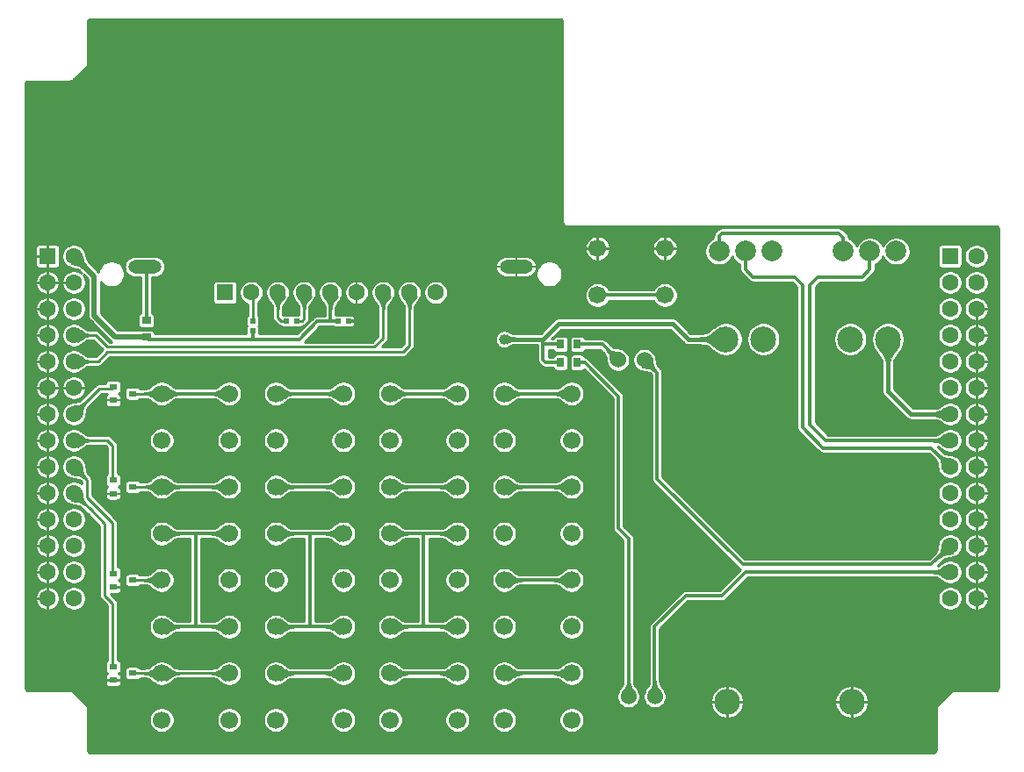
<source format=gtl>
%TF.GenerationSoftware,KiCad,Pcbnew,(5.1.12)-1*%
%TF.CreationDate,2022-03-07T14:57:08+09:00*%
%TF.ProjectId,RP2040CommandStationKeypad,52503230-3430-4436-9f6d-6d616e645374,rev?*%
%TF.SameCoordinates,PX4b571c0PY7cee6c0*%
%TF.FileFunction,Copper,L1,Top*%
%TF.FilePolarity,Positive*%
%FSLAX46Y46*%
G04 Gerber Fmt 4.6, Leading zero omitted, Abs format (unit mm)*
G04 Created by KiCad (PCBNEW (5.1.12)-1) date 2022-03-07 14:57:08*
%MOMM*%
%LPD*%
G01*
G04 APERTURE LIST*
%TA.AperFunction,ComponentPad*%
%ADD10O,3.200000X1.300000*%
%TD*%
%TA.AperFunction,ComponentPad*%
%ADD11C,1.600000*%
%TD*%
%TA.AperFunction,ComponentPad*%
%ADD12R,1.600000X1.600000*%
%TD*%
%TA.AperFunction,SMDPad,CuDef*%
%ADD13R,0.500000X0.550000*%
%TD*%
%TA.AperFunction,SMDPad,CuDef*%
%ADD14R,0.550000X0.500000*%
%TD*%
%TA.AperFunction,ComponentPad*%
%ADD15C,1.524000*%
%TD*%
%TA.AperFunction,SMDPad,CuDef*%
%ADD16R,0.800000X0.600000*%
%TD*%
%TA.AperFunction,SMDPad,CuDef*%
%ADD17R,0.700000X0.900000*%
%TD*%
%TA.AperFunction,SMDPad,CuDef*%
%ADD18R,0.900000X0.700000*%
%TD*%
%TA.AperFunction,ComponentPad*%
%ADD19C,1.700000*%
%TD*%
%TA.AperFunction,ComponentPad*%
%ADD20C,2.000000*%
%TD*%
%TA.AperFunction,ComponentPad*%
%ADD21C,2.500000*%
%TD*%
%TA.AperFunction,ViaPad*%
%ADD22C,1.000000*%
%TD*%
%TA.AperFunction,Conductor*%
%ADD23C,0.300000*%
%TD*%
%TA.AperFunction,Conductor*%
%ADD24C,0.400000*%
%TD*%
%TA.AperFunction,Conductor*%
%ADD25C,0.500000*%
%TD*%
%TA.AperFunction,Conductor*%
%ADD26C,0.250000*%
%TD*%
%TA.AperFunction,Conductor*%
%ADD27C,0.200000*%
%TD*%
%TA.AperFunction,Conductor*%
%ADD28C,0.100000*%
%TD*%
%TA.AperFunction,Conductor*%
%ADD29C,0.025400*%
%TD*%
G04 APERTURE END LIST*
D10*
%TO.P,U1,11*%
%TO.N,GND*%
X47900000Y47500000D03*
%TO.P,U1,10*%
%TO.N,Net-(R3-Pad2)*%
X12100000Y47500000D03*
D11*
%TO.P,U1,9*%
%TO.N,/~LCD_RST*%
X40160000Y45000000D03*
%TO.P,U1,8*%
%TO.N,/I2C1_SCL*%
X37620000Y45000000D03*
%TO.P,U1,7*%
%TO.N,/I2C1_SDA*%
X35080000Y45000000D03*
%TO.P,U1,6*%
%TO.N,GND*%
X32540000Y45000000D03*
%TO.P,U1,5*%
%TO.N,+3V3*%
X30000000Y45000000D03*
%TO.P,U1,4*%
%TO.N,Net-(C2-Pad1)*%
X27460000Y45000000D03*
%TO.P,U1,3*%
%TO.N,Net-(C2-Pad2)*%
X24920000Y45000000D03*
%TO.P,U1,2*%
%TO.N,Net-(C1-Pad2)*%
X22380000Y45000000D03*
D12*
%TO.P,U1,1*%
%TO.N,Net-(U1-Pad1)*%
X19840000Y45000000D03*
%TD*%
D11*
%TO.P,J1,28*%
%TO.N,/KEY_COL4_IN*%
X5270000Y15490000D03*
%TO.P,J1,27*%
%TO.N,GND*%
X2730000Y15490000D03*
%TO.P,J1,26*%
%TO.N,/KEY_COL3_IN*%
X5270000Y18030000D03*
%TO.P,J1,25*%
%TO.N,GND*%
X2730000Y18030000D03*
%TO.P,J1,24*%
%TO.N,/KEY_COL2_IN*%
X5270000Y20570000D03*
%TO.P,J1,23*%
%TO.N,GND*%
X2730000Y20570000D03*
%TO.P,J1,22*%
%TO.N,/KEY_COL1_IN*%
X5270000Y23110000D03*
%TO.P,J1,21*%
%TO.N,GND*%
X2730000Y23110000D03*
%TO.P,J1,20*%
%TO.N,/KEY_ROW4_SEL*%
X5270000Y25650000D03*
%TO.P,J1,19*%
%TO.N,GND*%
X2730000Y25650000D03*
%TO.P,J1,18*%
%TO.N,/KEY_ROW3_SEL*%
X5270000Y28190000D03*
%TO.P,J1,17*%
%TO.N,GND*%
X2730000Y28190000D03*
%TO.P,J1,16*%
%TO.N,/KEY_ROW2_SEL*%
X5270000Y30730000D03*
%TO.P,J1,15*%
%TO.N,GND*%
X2730000Y30730000D03*
%TO.P,J1,14*%
%TO.N,/KEY_ROW1_SEL*%
X5270000Y33270000D03*
%TO.P,J1,13*%
%TO.N,GND*%
X2730000Y33270000D03*
%TO.P,J1,12*%
X5270000Y35810000D03*
%TO.P,J1,11*%
X2730000Y35810000D03*
%TO.P,J1,10*%
%TO.N,/I2C1_SCL*%
X5270000Y38350000D03*
%TO.P,J1,9*%
%TO.N,GND*%
X2730000Y38350000D03*
%TO.P,J1,8*%
%TO.N,/I2C1_SDA*%
X5270000Y40890000D03*
%TO.P,J1,7*%
%TO.N,GND*%
X2730000Y40890000D03*
%TO.P,J1,6*%
%TO.N,/~LCD_RST*%
X5270000Y43430000D03*
%TO.P,J1,5*%
%TO.N,GND*%
X2730000Y43430000D03*
%TO.P,J1,4*%
X5270000Y45970000D03*
%TO.P,J1,3*%
X2730000Y45970000D03*
%TO.P,J1,2*%
%TO.N,+3V3*%
X5270000Y48510000D03*
D12*
%TO.P,J1,1*%
%TO.N,GND*%
X2730000Y48510000D03*
%TD*%
D11*
%TO.P,J2,28*%
%TO.N,GND*%
X92270000Y15490000D03*
%TO.P,J2,27*%
%TO.N,/RAILPOWER_BTN*%
X89730000Y15490000D03*
%TO.P,J2,26*%
%TO.N,GND*%
X92270000Y18030000D03*
%TO.P,J2,25*%
%TO.N,/FAILURE_LED*%
X89730000Y18030000D03*
%TO.P,J2,24*%
%TO.N,GND*%
X92270000Y20570000D03*
%TO.P,J2,23*%
%TO.N,/RAILPOWER_LED*%
X89730000Y20570000D03*
%TO.P,J2,22*%
%TO.N,GND*%
X92270000Y23110000D03*
%TO.P,J2,21*%
%TO.N,/DIR_SCAN_SEL1*%
X89730000Y23110000D03*
%TO.P,J2,20*%
%TO.N,GND*%
X92270000Y25650000D03*
%TO.P,J2,19*%
%TO.N,/DIR_SCAN_SEL2*%
X89730000Y25650000D03*
%TO.P,J2,18*%
%TO.N,GND*%
X92270000Y28190000D03*
%TO.P,J2,17*%
%TO.N,/DIR1_IN*%
X89730000Y28190000D03*
%TO.P,J2,16*%
%TO.N,GND*%
X92270000Y30730000D03*
%TO.P,J2,15*%
%TO.N,/DIR2_IN*%
X89730000Y30730000D03*
%TO.P,J2,14*%
%TO.N,GND*%
X92270000Y33270000D03*
%TO.P,J2,13*%
%TO.N,/VR_2*%
X89730000Y33270000D03*
%TO.P,J2,12*%
%TO.N,GND*%
X92270000Y35810000D03*
%TO.P,J2,11*%
%TO.N,/VR_1*%
X89730000Y35810000D03*
%TO.P,J2,10*%
%TO.N,GND*%
X92270000Y38350000D03*
%TO.P,J2,9*%
%TO.N,+3V3*%
X89730000Y38350000D03*
%TO.P,J2,8*%
%TO.N,GND*%
X92270000Y40890000D03*
%TO.P,J2,7*%
%TO.N,Net-(J2-Pad7)*%
X89730000Y40890000D03*
%TO.P,J2,6*%
%TO.N,GND*%
X92270000Y43430000D03*
%TO.P,J2,5*%
%TO.N,Net-(J2-Pad5)*%
X89730000Y43430000D03*
%TO.P,J2,4*%
%TO.N,Net-(J2-Pad4)*%
X92270000Y45970000D03*
%TO.P,J2,3*%
%TO.N,Net-(J2-Pad3)*%
X89730000Y45970000D03*
%TO.P,J2,2*%
%TO.N,Net-(J2-Pad2)*%
X92270000Y48510000D03*
D12*
%TO.P,J2,1*%
%TO.N,Net-(J2-Pad1)*%
X89730000Y48510000D03*
%TD*%
D13*
%TO.P,C1,1*%
%TO.N,+3V3*%
X22500000Y41275000D03*
%TO.P,C1,2*%
%TO.N,Net-(C1-Pad2)*%
X22500000Y42225000D03*
%TD*%
D14*
%TO.P,C2,2*%
%TO.N,Net-(C2-Pad2)*%
X25775000Y42250000D03*
%TO.P,C2,1*%
%TO.N,Net-(C2-Pad1)*%
X26725000Y42250000D03*
%TD*%
%TO.P,C3,1*%
%TO.N,+3V3*%
X30775000Y42250000D03*
%TO.P,C3,2*%
%TO.N,GND*%
X31725000Y42250000D03*
%TD*%
D15*
%TO.P,D1,1*%
%TO.N,/RAILPOWER_LED*%
X60270000Y38500000D03*
%TO.P,D1,2*%
%TO.N,Net-(D1-Pad2)*%
X57730000Y38500000D03*
%TD*%
%TO.P,D2,2*%
%TO.N,Net-(D2-Pad2)*%
X58730000Y6000000D03*
%TO.P,D2,1*%
%TO.N,/FAILURE_LED*%
X61270000Y6000000D03*
%TD*%
D16*
%TO.P,Q1,3*%
%TO.N,/ROW1*%
X10950000Y35250000D03*
%TO.P,Q1,2*%
%TO.N,GND*%
X9050000Y34600000D03*
%TO.P,Q1,1*%
%TO.N,/KEY_ROW1_SEL*%
X9050000Y35900000D03*
%TD*%
%TO.P,Q2,1*%
%TO.N,/KEY_ROW2_SEL*%
X9050000Y26900000D03*
%TO.P,Q2,2*%
%TO.N,GND*%
X9050000Y25600000D03*
%TO.P,Q2,3*%
%TO.N,/ROW2*%
X10950000Y26250000D03*
%TD*%
%TO.P,Q3,3*%
%TO.N,/ROW3*%
X10950000Y17250000D03*
%TO.P,Q3,2*%
%TO.N,GND*%
X9050000Y16600000D03*
%TO.P,Q3,1*%
%TO.N,/KEY_ROW3_SEL*%
X9050000Y17900000D03*
%TD*%
%TO.P,Q4,1*%
%TO.N,/KEY_ROW4_SEL*%
X9050000Y8900000D03*
%TO.P,Q4,2*%
%TO.N,GND*%
X9050000Y7600000D03*
%TO.P,Q4,3*%
%TO.N,/ROW4*%
X10950000Y8250000D03*
%TD*%
D17*
%TO.P,R1,2*%
%TO.N,Net-(D1-Pad2)*%
X53800000Y40000000D03*
%TO.P,R1,1*%
%TO.N,+3V3*%
X52200000Y40000000D03*
%TD*%
%TO.P,R2,1*%
%TO.N,+3V3*%
X52200000Y38250000D03*
%TO.P,R2,2*%
%TO.N,Net-(D2-Pad2)*%
X53800000Y38250000D03*
%TD*%
D18*
%TO.P,R3,1*%
%TO.N,+3V3*%
X12250000Y40700000D03*
%TO.P,R3,2*%
%TO.N,Net-(R3-Pad2)*%
X12250000Y42300000D03*
%TD*%
D19*
%TO.P,SW1,4*%
%TO.N,/KEY_COL1_IN*%
X20250000Y30750000D03*
%TO.P,SW1,3*%
X13750000Y30750000D03*
%TO.P,SW1,2*%
%TO.N,/ROW1*%
X20250000Y35250000D03*
%TO.P,SW1,1*%
X13750000Y35250000D03*
%TD*%
%TO.P,SW2,4*%
%TO.N,/KEY_COL1_IN*%
X20250000Y21750000D03*
%TO.P,SW2,3*%
X13750000Y21750000D03*
%TO.P,SW2,2*%
%TO.N,/ROW2*%
X20250000Y26250000D03*
%TO.P,SW2,1*%
X13750000Y26250000D03*
%TD*%
%TO.P,SW3,1*%
%TO.N,/ROW3*%
X13750000Y17250000D03*
%TO.P,SW3,2*%
X20250000Y17250000D03*
%TO.P,SW3,3*%
%TO.N,/KEY_COL1_IN*%
X13750000Y12750000D03*
%TO.P,SW3,4*%
X20250000Y12750000D03*
%TD*%
%TO.P,SW4,1*%
%TO.N,/ROW4*%
X13750000Y8250000D03*
%TO.P,SW4,2*%
X20250000Y8250000D03*
%TO.P,SW4,3*%
%TO.N,/KEY_COL1_IN*%
X13750000Y3750000D03*
%TO.P,SW4,4*%
X20250000Y3750000D03*
%TD*%
%TO.P,SW5,1*%
%TO.N,/ROW1*%
X24750000Y35250000D03*
%TO.P,SW5,2*%
X31250000Y35250000D03*
%TO.P,SW5,3*%
%TO.N,/KEY_COL2_IN*%
X24750000Y30750000D03*
%TO.P,SW5,4*%
X31250000Y30750000D03*
%TD*%
%TO.P,SW6,4*%
%TO.N,/KEY_COL2_IN*%
X31250000Y21750000D03*
%TO.P,SW6,3*%
X24750000Y21750000D03*
%TO.P,SW6,2*%
%TO.N,/ROW2*%
X31250000Y26250000D03*
%TO.P,SW6,1*%
X24750000Y26250000D03*
%TD*%
%TO.P,SW7,4*%
%TO.N,/KEY_COL2_IN*%
X31250000Y12750000D03*
%TO.P,SW7,3*%
X24750000Y12750000D03*
%TO.P,SW7,2*%
%TO.N,/ROW3*%
X31250000Y17250000D03*
%TO.P,SW7,1*%
X24750000Y17250000D03*
%TD*%
%TO.P,SW8,1*%
%TO.N,/ROW4*%
X24750000Y8250000D03*
%TO.P,SW8,2*%
X31250000Y8250000D03*
%TO.P,SW8,3*%
%TO.N,/KEY_COL2_IN*%
X24750000Y3750000D03*
%TO.P,SW8,4*%
X31250000Y3750000D03*
%TD*%
%TO.P,SW9,4*%
%TO.N,/KEY_COL3_IN*%
X42250000Y30750000D03*
%TO.P,SW9,3*%
X35750000Y30750000D03*
%TO.P,SW9,2*%
%TO.N,/ROW1*%
X42250000Y35250000D03*
%TO.P,SW9,1*%
X35750000Y35250000D03*
%TD*%
%TO.P,SW10,1*%
%TO.N,/ROW2*%
X35750000Y26250000D03*
%TO.P,SW10,2*%
X42250000Y26250000D03*
%TO.P,SW10,3*%
%TO.N,/KEY_COL3_IN*%
X35750000Y21750000D03*
%TO.P,SW10,4*%
X42250000Y21750000D03*
%TD*%
%TO.P,SW11,1*%
%TO.N,/ROW3*%
X35750000Y17250000D03*
%TO.P,SW11,2*%
X42250000Y17250000D03*
%TO.P,SW11,3*%
%TO.N,/KEY_COL3_IN*%
X35750000Y12750000D03*
%TO.P,SW11,4*%
X42250000Y12750000D03*
%TD*%
%TO.P,SW12,4*%
%TO.N,/KEY_COL3_IN*%
X42250000Y3750000D03*
%TO.P,SW12,3*%
X35750000Y3750000D03*
%TO.P,SW12,2*%
%TO.N,/ROW4*%
X42250000Y8250000D03*
%TO.P,SW12,1*%
X35750000Y8250000D03*
%TD*%
%TO.P,SW13,1*%
%TO.N,/ROW1*%
X46750000Y35250000D03*
%TO.P,SW13,2*%
X53250000Y35250000D03*
%TO.P,SW13,3*%
%TO.N,/KEY_COL4_IN*%
X46750000Y30750000D03*
%TO.P,SW13,4*%
X53250000Y30750000D03*
%TD*%
%TO.P,SW14,4*%
%TO.N,/KEY_COL4_IN*%
X53250000Y21750000D03*
%TO.P,SW14,3*%
X46750000Y21750000D03*
%TO.P,SW14,2*%
%TO.N,/ROW2*%
X53250000Y26250000D03*
%TO.P,SW14,1*%
X46750000Y26250000D03*
%TD*%
%TO.P,SW15,4*%
%TO.N,/KEY_COL4_IN*%
X53250000Y12750000D03*
%TO.P,SW15,3*%
X46750000Y12750000D03*
%TO.P,SW15,2*%
%TO.N,/ROW3*%
X53250000Y17250000D03*
%TO.P,SW15,1*%
X46750000Y17250000D03*
%TD*%
%TO.P,SW16,1*%
%TO.N,/ROW4*%
X46750000Y8250000D03*
%TO.P,SW16,2*%
X53250000Y8250000D03*
%TO.P,SW16,3*%
%TO.N,/KEY_COL4_IN*%
X46750000Y3750000D03*
%TO.P,SW16,4*%
X53250000Y3750000D03*
%TD*%
%TO.P,SW17,1*%
%TO.N,GND*%
X55750000Y49250000D03*
%TO.P,SW17,2*%
X62250000Y49250000D03*
%TO.P,SW17,3*%
%TO.N,/RAILPOWER_BTN*%
X55750000Y44750000D03*
%TO.P,SW17,4*%
X62250000Y44750000D03*
%TD*%
D20*
%TO.P,SW18,1*%
%TO.N,/DIR_SCAN_SEL1*%
X67460000Y49000000D03*
%TO.P,SW18,2*%
%TO.N,/DIR1_IN*%
X70000000Y49000000D03*
%TO.P,SW18,3*%
%TO.N,/DIR_SCAN_SEL2*%
X72540000Y49000000D03*
%TD*%
%TO.P,SW19,3*%
%TO.N,/DIR_SCAN_SEL2*%
X84540000Y49000000D03*
%TO.P,SW19,2*%
%TO.N,/DIR2_IN*%
X82000000Y49000000D03*
%TO.P,SW19,1*%
%TO.N,/DIR_SCAN_SEL1*%
X79460000Y49000000D03*
%TD*%
D21*
%TO.P,VR1,1*%
%TO.N,+3V3*%
X68125000Y40500000D03*
%TO.P,VR1,2*%
%TO.N,/VR_1*%
X71750000Y40500000D03*
%TO.P,VR1,3*%
%TO.N,GND*%
X68250000Y5500000D03*
%TD*%
%TO.P,VR2,3*%
%TO.N,GND*%
X80250000Y5500000D03*
%TO.P,VR2,2*%
%TO.N,/VR_2*%
X83750000Y40500000D03*
%TO.P,VR2,1*%
%TO.N,+3V3*%
X80125000Y40500000D03*
%TD*%
D22*
%TO.N,+3V3*%
X46750000Y40500000D03*
%TO.N,GND*%
X7500000Y66000000D03*
X17500000Y66000000D03*
X27500000Y66000000D03*
X37500000Y66000000D03*
X47500000Y66000000D03*
X7500000Y56000000D03*
X17500000Y56000000D03*
X27500000Y56000000D03*
X37500000Y56000000D03*
X47500000Y56000000D03*
X17500000Y47500000D03*
X42500000Y47500000D03*
X57500000Y46000000D03*
X78500000Y45000000D03*
X87500000Y46000000D03*
X7500000Y37000000D03*
X17500000Y37500000D03*
X27500000Y37500000D03*
X37500000Y37500000D03*
X47500000Y37500000D03*
X59000000Y34500000D03*
X67500000Y36000000D03*
X77500000Y36000000D03*
X7500000Y26000000D03*
X18500000Y24500000D03*
X26500000Y24500000D03*
X37500000Y24500000D03*
X59000000Y26000000D03*
X77500000Y26000000D03*
X87500000Y26000000D03*
X7500000Y14500000D03*
X18500000Y15000000D03*
X26500000Y15000000D03*
X37500000Y15000000D03*
X47500000Y15000000D03*
X57500000Y16000000D03*
X77500000Y16000000D03*
X7500000Y6000000D03*
X18500000Y6000000D03*
X26500000Y6000000D03*
X37500000Y6000000D03*
X47500000Y6000000D03*
X52000000Y6000000D03*
X87500000Y6000000D03*
X47500000Y24500000D03*
X68000000Y18000000D03*
X86000000Y16000000D03*
X56500000Y26000000D03*
X56000000Y34500000D03*
X69500000Y45000000D03*
X60000000Y16000000D03*
%TD*%
D23*
%TO.N,+3V3*%
X30000000Y45000000D02*
X30000000Y42250000D01*
X30775000Y42250000D02*
X30000000Y42250000D01*
X27000000Y40500000D02*
X28750000Y42250000D01*
X22500000Y40500000D02*
X27000000Y40500000D01*
X28750000Y42250000D02*
X30000000Y42250000D01*
X22500000Y41275000D02*
X22500000Y40500000D01*
X22500000Y40500000D02*
X14250000Y40500000D01*
D24*
X49500000Y40500000D02*
X50500000Y40500000D01*
X49500000Y40500000D02*
X46750000Y40500000D01*
X50500000Y40500000D02*
X52000000Y42000000D01*
X63000000Y42000000D02*
X64500000Y40500000D01*
X52000000Y42000000D02*
X63000000Y42000000D01*
X68125000Y40500000D02*
X64500000Y40500000D01*
D23*
X52200000Y40000000D02*
X50750000Y40000000D01*
X50500000Y40250000D02*
X50500000Y40500000D01*
X50750000Y38250000D02*
X52200000Y38250000D01*
X50500000Y38500000D02*
X50750000Y38250000D01*
X50750000Y40000000D02*
X50500000Y40000000D01*
X50500000Y40000000D02*
X50500000Y38500000D01*
X50500000Y40250000D02*
X50500000Y40000000D01*
X12450000Y40500000D02*
X12250000Y40700000D01*
X13750000Y40500000D02*
X12450000Y40500000D01*
X14250000Y40500000D02*
X13750000Y40500000D01*
X13750000Y40500000D02*
X13450000Y40500000D01*
D25*
X12200000Y40750000D02*
X12250000Y40700000D01*
X9250000Y40750000D02*
X12200000Y40750000D01*
X7250000Y42750000D02*
X9250000Y40750000D01*
X7250000Y46530000D02*
X7250000Y42750000D01*
X5270000Y48510000D02*
X7250000Y46530000D01*
D26*
%TO.N,Net-(C1-Pad2)*%
X22500000Y44880000D02*
X22380000Y45000000D01*
X22500000Y42225000D02*
X22500000Y44880000D01*
%TO.N,Net-(C2-Pad2)*%
X25775000Y42250000D02*
X25250000Y42250000D01*
X24920000Y42580000D02*
X24920000Y45000000D01*
X25250000Y42250000D02*
X24920000Y42580000D01*
%TO.N,Net-(C2-Pad1)*%
X26725000Y42250000D02*
X27250000Y42250000D01*
X27460000Y42540000D02*
X27460000Y45000000D01*
X27460000Y42460000D02*
X27460000Y42540000D01*
X27250000Y42250000D02*
X27460000Y42460000D01*
%TO.N,GND*%
X2730000Y15490000D02*
X2730000Y13020000D01*
X2730000Y15490000D02*
X2730000Y50980000D01*
X2730000Y48510000D02*
X1010000Y48510000D01*
X2730000Y45970000D02*
X1030000Y45970000D01*
X2730000Y43430000D02*
X1070000Y43430000D01*
X2730000Y40890000D02*
X1110000Y40890000D01*
X2730000Y38350000D02*
X1150000Y38350000D01*
X2730000Y35810000D02*
X1060000Y35810000D01*
X2730000Y33270000D02*
X1020000Y33270000D01*
X2730000Y30730000D02*
X1020000Y30730000D01*
X2730000Y28190000D02*
X1060000Y28190000D01*
X2730000Y25650000D02*
X1100000Y25650000D01*
X2730000Y23110000D02*
X1140000Y23110000D01*
X2730000Y20570000D02*
X1070000Y20570000D01*
X2730000Y18030000D02*
X1030000Y18030000D01*
X2730000Y15490000D02*
X1010000Y15490000D01*
X92270000Y43430000D02*
X92270000Y12270000D01*
X92270000Y12270000D02*
X92250000Y12250000D01*
X93930000Y43430000D02*
X93680000Y43430000D01*
X92270000Y43430000D02*
X93680000Y43430000D01*
X92270000Y40890000D02*
X93890000Y40890000D01*
X92270000Y38350000D02*
X93650000Y38350000D01*
X93940000Y35810000D02*
X93690000Y35810000D01*
X92270000Y35810000D02*
X93690000Y35810000D01*
X92270000Y33270000D02*
X93980000Y33270000D01*
X92270000Y30730000D02*
X93980000Y30730000D01*
X93940000Y28190000D02*
X93810000Y28190000D01*
X92270000Y28190000D02*
X93810000Y28190000D01*
X92270000Y25650000D02*
X93600000Y25650000D01*
X93600000Y25650000D02*
X93700000Y25750000D01*
X92270000Y23110000D02*
X93860000Y23110000D01*
X93930000Y20570000D02*
X93820000Y20570000D01*
X92270000Y20570000D02*
X93820000Y20570000D01*
X92270000Y18030000D02*
X93970000Y18030000D01*
X92270000Y15490000D02*
X93740000Y15490000D01*
X93740000Y15490000D02*
X93750000Y15500000D01*
X68250000Y5500000D02*
X68250000Y3250000D01*
X68250000Y5500000D02*
X68250000Y8000000D01*
X80250000Y5500000D02*
X80250000Y3500000D01*
X80250000Y5500000D02*
X80250000Y7750000D01*
X80250000Y5500000D02*
X68250000Y5500000D01*
X9050000Y16600000D02*
X9900000Y16600000D01*
X9900000Y16600000D02*
X10000000Y16700000D01*
X9900000Y34600000D02*
X10000000Y34500000D01*
X10000000Y25500000D02*
X10000000Y26250000D01*
X10000000Y16700000D02*
X10000000Y17000000D01*
X10000000Y17000000D02*
X10000000Y21000000D01*
X9850000Y7600000D02*
X10000000Y7750000D01*
X9050000Y7600000D02*
X9850000Y7600000D01*
X10000000Y17000000D02*
X10000000Y7750000D01*
X10000000Y37250000D02*
X10000000Y34750000D01*
X8250000Y37250000D02*
X10000000Y37250000D01*
X10000000Y34750000D02*
X10000000Y34500000D01*
X6940000Y35940000D02*
X8250000Y37250000D01*
X6940000Y35810000D02*
X6940000Y35940000D01*
X2730000Y35810000D02*
X6940000Y35810000D01*
X10000000Y21000000D02*
X10000000Y24000000D01*
X10000000Y24000000D02*
X10000000Y25500000D01*
X10000000Y5750000D02*
X10000000Y4500000D01*
X10000000Y7750000D02*
X10000000Y6000000D01*
X10000000Y6000000D02*
X10000000Y5750000D01*
X22500000Y24000000D02*
X22500000Y9750000D01*
X10000000Y24000000D02*
X22500000Y24000000D01*
X33500000Y24000000D02*
X33500000Y10000000D01*
X22500000Y24000000D02*
X33500000Y24000000D01*
X44500000Y24000000D02*
X44500000Y10000000D01*
X33500000Y24000000D02*
X44500000Y24000000D01*
X44500000Y24000000D02*
X55000000Y24000000D01*
X10000000Y26250000D02*
X10000000Y33000000D01*
X10000000Y33000000D02*
X10000000Y34500000D01*
X44500000Y33000000D02*
X55000000Y33000000D01*
X44500000Y24000000D02*
X44500000Y33000000D01*
X10000000Y33000000D02*
X44500000Y33000000D01*
X33500000Y24000000D02*
X33500000Y36750000D01*
X22500000Y24000000D02*
X22500000Y32389000D01*
X22500000Y32389000D02*
X22500000Y36750000D01*
X44500000Y10000000D02*
X44500000Y2750000D01*
X33500000Y10000000D02*
X33500000Y2750000D01*
X22500000Y9750000D02*
X22500000Y2750000D01*
X9050000Y7600000D02*
X6900000Y7600000D01*
X6900000Y7600000D02*
X6500000Y8000000D01*
X6500000Y8000000D02*
X6500000Y10500000D01*
X6500000Y10500000D02*
X4500000Y12500000D01*
X3250000Y12500000D02*
X2730000Y13020000D01*
X4500000Y12500000D02*
X3250000Y12500000D01*
D23*
X32500000Y42250000D02*
X33750000Y42250000D01*
X31725000Y42250000D02*
X32500000Y42250000D01*
D26*
X2730000Y45970000D02*
X5270000Y45970000D01*
X44500000Y36750000D02*
X44500000Y33000000D01*
X44500000Y41500000D02*
X44500000Y36750000D01*
X46800000Y43800000D02*
X44500000Y41500000D01*
X55750000Y49250000D02*
X62250000Y49250000D01*
X62250000Y49250000D02*
X64250000Y49250000D01*
X49100000Y47600000D02*
X46800000Y47600000D01*
X49350000Y47600000D02*
X49100000Y47600000D01*
X50000000Y49250000D02*
X49750000Y49000000D01*
X55750000Y49250000D02*
X50000000Y49250000D01*
X55750000Y49250000D02*
X55750000Y50750000D01*
X55750000Y49250000D02*
X55750000Y47750000D01*
X62250000Y49250000D02*
X62250000Y50750000D01*
X62250000Y49250000D02*
X62250000Y47750000D01*
X66000000Y5500000D02*
X66250000Y5500000D01*
X66250000Y5500000D02*
X68250000Y5500000D01*
X63500000Y3000000D02*
X66000000Y5500000D01*
X58000000Y3000000D02*
X63500000Y3000000D01*
X55250000Y5750000D02*
X58000000Y3000000D01*
X55250000Y6000000D02*
X55250000Y5750000D01*
X10000000Y6000000D02*
X55250000Y6000000D01*
X86750000Y6750000D02*
X92270000Y12270000D01*
X86750000Y5500000D02*
X86750000Y6750000D01*
X80250000Y5500000D02*
X86750000Y5500000D01*
D27*
X32540000Y42290000D02*
X32500000Y42250000D01*
X32540000Y45000000D02*
X32540000Y42290000D01*
X32540000Y45000000D02*
X32540000Y46710000D01*
X9050000Y34600000D02*
X7850000Y34600000D01*
X7850000Y34600000D02*
X7750000Y34500000D01*
X9050000Y34600000D02*
X9900000Y34600000D01*
X9050000Y25600000D02*
X7600000Y25600000D01*
X9900000Y25600000D02*
X10000000Y25500000D01*
X9050000Y25600000D02*
X9900000Y25600000D01*
X47900000Y47500000D02*
X47900000Y45850000D01*
X46800000Y44750000D02*
X46800000Y43800000D01*
X47900000Y45850000D02*
X46800000Y44750000D01*
X47900000Y47500000D02*
X47900000Y49350000D01*
X47900000Y47500000D02*
X45250000Y47500000D01*
X47900000Y47500000D02*
X50000000Y47500000D01*
X50000000Y47500000D02*
X50000000Y49250000D01*
D23*
%TO.N,/RAILPOWER_LED*%
X87910000Y18750000D02*
X77250000Y18750000D01*
X89730000Y20570000D02*
X87910000Y18750000D01*
X77250000Y18750000D02*
X69750000Y18750000D01*
X69750000Y18750000D02*
X61500000Y27000000D01*
X61500000Y37270000D02*
X60270000Y38500000D01*
X61500000Y27000000D02*
X61500000Y37270000D01*
%TO.N,Net-(D1-Pad2)*%
X56230000Y40000000D02*
X57730000Y38500000D01*
X53800000Y40000000D02*
X56230000Y40000000D01*
%TO.N,Net-(D2-Pad2)*%
X57750000Y35000000D02*
X54500000Y38250000D01*
X54500000Y38250000D02*
X53800000Y38250000D01*
X57750000Y22250000D02*
X57750000Y35000000D01*
X58730000Y21270000D02*
X57750000Y22250000D01*
X58730000Y6000000D02*
X58730000Y21270000D01*
%TO.N,/FAILURE_LED*%
X61250000Y6020000D02*
X61270000Y6000000D01*
X61250000Y12750000D02*
X61250000Y6020000D01*
X64250000Y15750000D02*
X61250000Y12750000D01*
X67750000Y15750000D02*
X64250000Y15750000D01*
X70030000Y18030000D02*
X67750000Y15750000D01*
X89730000Y18030000D02*
X70030000Y18030000D01*
%TO.N,/KEY_COL3_IN*%
X35750000Y12750000D02*
X42250000Y12750000D01*
X35750000Y21750000D02*
X42250000Y21750000D01*
X39000000Y21750000D02*
X39000000Y12750000D01*
%TO.N,/KEY_COL2_IN*%
X24750000Y12750000D02*
X31250000Y12750000D01*
X24750000Y21750000D02*
X31250000Y21750000D01*
X28000000Y12750000D02*
X28000000Y21750000D01*
%TO.N,/KEY_COL1_IN*%
X13750000Y21750000D02*
X20250000Y21750000D01*
X13750000Y12750000D02*
X20250000Y12750000D01*
X17000000Y12750000D02*
X17000000Y21750000D01*
D26*
%TO.N,/KEY_ROW4_SEL*%
X6920000Y24000000D02*
X5270000Y25650000D01*
X8250000Y22670000D02*
X6920000Y24000000D01*
X8250000Y15750000D02*
X8250000Y22670000D01*
X9000000Y15000000D02*
X8250000Y15750000D01*
X9000000Y8950000D02*
X9000000Y15000000D01*
X9050000Y8900000D02*
X9000000Y8950000D01*
%TO.N,/KEY_ROW3_SEL*%
X6500000Y26960000D02*
X5270000Y28190000D01*
X6500000Y25250000D02*
X6500000Y26960000D01*
X9000000Y22750000D02*
X6500000Y25250000D01*
X9000000Y17950000D02*
X9000000Y22750000D01*
X9050000Y17900000D02*
X9000000Y17950000D01*
%TO.N,/KEY_ROW2_SEL*%
X5270000Y30730000D02*
X8520000Y30730000D01*
X8520000Y30730000D02*
X9000000Y30250000D01*
X9000000Y26950000D02*
X9050000Y26900000D01*
X9000000Y30250000D02*
X9000000Y26950000D01*
%TO.N,/KEY_ROW1_SEL*%
X8900000Y35750000D02*
X9050000Y35900000D01*
X7750000Y35750000D02*
X8900000Y35750000D01*
X5270000Y33270000D02*
X7750000Y35750000D01*
%TO.N,/I2C1_SCL*%
X7600000Y38350000D02*
X8500000Y39250000D01*
X5270000Y38350000D02*
X7600000Y38350000D01*
X37620000Y39870000D02*
X37620000Y45000000D01*
X37000000Y39250000D02*
X37620000Y39870000D01*
X8500000Y39250000D02*
X37000000Y39250000D01*
%TO.N,/I2C1_SDA*%
X5270000Y40890000D02*
X7360000Y40890000D01*
X7360000Y40890000D02*
X8500000Y39750000D01*
X35080000Y40580000D02*
X35080000Y45000000D01*
X34250000Y39750000D02*
X35080000Y40580000D01*
X8500000Y39750000D02*
X34250000Y39750000D01*
D23*
%TO.N,/RAILPOWER_BTN*%
X55750000Y44750000D02*
X62250000Y44750000D01*
%TO.N,/DIR_SCAN_SEL1*%
X67460000Y49000000D02*
X67460000Y50460000D01*
X67460000Y50460000D02*
X67750000Y50750000D01*
X79460000Y50290000D02*
X79000000Y50750000D01*
X79460000Y49000000D02*
X79460000Y50290000D01*
X67750000Y50750000D02*
X79000000Y50750000D01*
%TO.N,/DIR1_IN*%
X87920000Y30000000D02*
X89730000Y28190000D01*
X77500000Y30000000D02*
X87920000Y30000000D01*
X75500000Y32000000D02*
X77500000Y30000000D01*
X75500000Y45750000D02*
X75500000Y32000000D01*
X74750000Y46500000D02*
X75500000Y45750000D01*
X70750000Y46500000D02*
X74750000Y46500000D01*
X70000000Y47250000D02*
X70750000Y46500000D01*
X70000000Y49000000D02*
X70000000Y47250000D01*
%TO.N,/DIR2_IN*%
X82000000Y47250000D02*
X82000000Y49000000D01*
X81250000Y46500000D02*
X82000000Y47250000D01*
X77000000Y46500000D02*
X81250000Y46500000D01*
X76250000Y45750000D02*
X77000000Y46500000D01*
X76250000Y32250000D02*
X76250000Y45750000D01*
X77770000Y30730000D02*
X76250000Y32250000D01*
X89730000Y30730000D02*
X77770000Y30730000D01*
D24*
%TO.N,/VR_2*%
X85980000Y33270000D02*
X89730000Y33270000D01*
X83750000Y35500000D02*
X85980000Y33270000D01*
X83750000Y40500000D02*
X83750000Y35500000D01*
D23*
%TO.N,/ROW1*%
X13750000Y35250000D02*
X20250000Y35250000D01*
X24750000Y35250000D02*
X31250000Y35250000D01*
X35750000Y35250000D02*
X42250000Y35250000D01*
X46750000Y35250000D02*
X53250000Y35250000D01*
D26*
X10950000Y35250000D02*
X13750000Y35250000D01*
D23*
%TO.N,/ROW2*%
X46750000Y26250000D02*
X53250000Y26250000D01*
X42250000Y26250000D02*
X35750000Y26250000D01*
X31250000Y26250000D02*
X24750000Y26250000D01*
X20250000Y26250000D02*
X13750000Y26250000D01*
D26*
X10950000Y26250000D02*
X13750000Y26250000D01*
D23*
%TO.N,/ROW3*%
X46750000Y17250000D02*
X53250000Y17250000D01*
D26*
X10950000Y17250000D02*
X13750000Y17250000D01*
D23*
%TO.N,/ROW4*%
X46750000Y8250000D02*
X53250000Y8250000D01*
X42250000Y8250000D02*
X35750000Y8250000D01*
X31250000Y8250000D02*
X24750000Y8250000D01*
D26*
X20250000Y8250000D02*
X13750000Y8250000D01*
X10950000Y8250000D02*
X13750000Y8250000D01*
D23*
%TO.N,Net-(R3-Pad2)*%
X13250000Y47550000D02*
X13200000Y47600000D01*
X12250000Y42300000D02*
X12250000Y47550000D01*
%TD*%
D26*
%TO.N,GND*%
X52266032Y71359417D02*
X52322012Y71322012D01*
X52359417Y71266032D01*
X52375000Y71187690D01*
X52375000Y51800000D01*
X52377402Y51775614D01*
X52400238Y51660809D01*
X52407351Y51637360D01*
X52418902Y51615749D01*
X52483934Y51518422D01*
X52499480Y51499480D01*
X52518422Y51483934D01*
X52615749Y51418902D01*
X52637359Y51407351D01*
X52660809Y51400238D01*
X52775614Y51377402D01*
X52800000Y51375000D01*
X94187690Y51375000D01*
X94266032Y51359417D01*
X94322012Y51322012D01*
X94359417Y51266032D01*
X94375000Y51187690D01*
X94375000Y6812310D01*
X94359417Y6733968D01*
X94322012Y6677988D01*
X94266032Y6640583D01*
X94187690Y6625000D01*
X90124264Y6625000D01*
X90099878Y6622598D01*
X89985073Y6599762D01*
X89961624Y6592649D01*
X89940013Y6581098D01*
X89842686Y6516066D01*
X89823744Y6500520D01*
X88499480Y5176256D01*
X88483934Y5157314D01*
X88418902Y5059987D01*
X88407351Y5038377D01*
X88400238Y5014927D01*
X88377402Y4900122D01*
X88375000Y4875736D01*
X88375000Y812310D01*
X88359417Y733968D01*
X88322012Y677988D01*
X88266032Y640583D01*
X88187690Y625000D01*
X6812310Y625000D01*
X6733968Y640583D01*
X6677988Y677988D01*
X6640583Y733968D01*
X6625000Y812310D01*
X6625000Y3870652D01*
X12525000Y3870652D01*
X12525000Y3629348D01*
X12572076Y3392681D01*
X12664419Y3169745D01*
X12798481Y2969108D01*
X12969108Y2798481D01*
X13169745Y2664419D01*
X13392681Y2572076D01*
X13629348Y2525000D01*
X13870652Y2525000D01*
X14107319Y2572076D01*
X14330255Y2664419D01*
X14530892Y2798481D01*
X14701519Y2969108D01*
X14835581Y3169745D01*
X14927924Y3392681D01*
X14975000Y3629348D01*
X14975000Y3870652D01*
X19025000Y3870652D01*
X19025000Y3629348D01*
X19072076Y3392681D01*
X19164419Y3169745D01*
X19298481Y2969108D01*
X19469108Y2798481D01*
X19669745Y2664419D01*
X19892681Y2572076D01*
X20129348Y2525000D01*
X20370652Y2525000D01*
X20607319Y2572076D01*
X20830255Y2664419D01*
X21030892Y2798481D01*
X21201519Y2969108D01*
X21335581Y3169745D01*
X21427924Y3392681D01*
X21475000Y3629348D01*
X21475000Y3870652D01*
X23525000Y3870652D01*
X23525000Y3629348D01*
X23572076Y3392681D01*
X23664419Y3169745D01*
X23798481Y2969108D01*
X23969108Y2798481D01*
X24169745Y2664419D01*
X24392681Y2572076D01*
X24629348Y2525000D01*
X24870652Y2525000D01*
X25107319Y2572076D01*
X25330255Y2664419D01*
X25530892Y2798481D01*
X25701519Y2969108D01*
X25835581Y3169745D01*
X25927924Y3392681D01*
X25975000Y3629348D01*
X25975000Y3870652D01*
X30025000Y3870652D01*
X30025000Y3629348D01*
X30072076Y3392681D01*
X30164419Y3169745D01*
X30298481Y2969108D01*
X30469108Y2798481D01*
X30669745Y2664419D01*
X30892681Y2572076D01*
X31129348Y2525000D01*
X31370652Y2525000D01*
X31607319Y2572076D01*
X31830255Y2664419D01*
X32030892Y2798481D01*
X32201519Y2969108D01*
X32335581Y3169745D01*
X32427924Y3392681D01*
X32475000Y3629348D01*
X32475000Y3870652D01*
X34525000Y3870652D01*
X34525000Y3629348D01*
X34572076Y3392681D01*
X34664419Y3169745D01*
X34798481Y2969108D01*
X34969108Y2798481D01*
X35169745Y2664419D01*
X35392681Y2572076D01*
X35629348Y2525000D01*
X35870652Y2525000D01*
X36107319Y2572076D01*
X36330255Y2664419D01*
X36530892Y2798481D01*
X36701519Y2969108D01*
X36835581Y3169745D01*
X36927924Y3392681D01*
X36975000Y3629348D01*
X36975000Y3870652D01*
X41025000Y3870652D01*
X41025000Y3629348D01*
X41072076Y3392681D01*
X41164419Y3169745D01*
X41298481Y2969108D01*
X41469108Y2798481D01*
X41669745Y2664419D01*
X41892681Y2572076D01*
X42129348Y2525000D01*
X42370652Y2525000D01*
X42607319Y2572076D01*
X42830255Y2664419D01*
X43030892Y2798481D01*
X43201519Y2969108D01*
X43335581Y3169745D01*
X43427924Y3392681D01*
X43475000Y3629348D01*
X43475000Y3870652D01*
X45525000Y3870652D01*
X45525000Y3629348D01*
X45572076Y3392681D01*
X45664419Y3169745D01*
X45798481Y2969108D01*
X45969108Y2798481D01*
X46169745Y2664419D01*
X46392681Y2572076D01*
X46629348Y2525000D01*
X46870652Y2525000D01*
X47107319Y2572076D01*
X47330255Y2664419D01*
X47530892Y2798481D01*
X47701519Y2969108D01*
X47835581Y3169745D01*
X47927924Y3392681D01*
X47975000Y3629348D01*
X47975000Y3870652D01*
X52025000Y3870652D01*
X52025000Y3629348D01*
X52072076Y3392681D01*
X52164419Y3169745D01*
X52298481Y2969108D01*
X52469108Y2798481D01*
X52669745Y2664419D01*
X52892681Y2572076D01*
X53129348Y2525000D01*
X53370652Y2525000D01*
X53607319Y2572076D01*
X53830255Y2664419D01*
X54030892Y2798481D01*
X54201519Y2969108D01*
X54335581Y3169745D01*
X54427924Y3392681D01*
X54475000Y3629348D01*
X54475000Y3870652D01*
X54427924Y4107319D01*
X54335581Y4330255D01*
X54201519Y4530892D01*
X54030892Y4701519D01*
X53830255Y4835581D01*
X53607319Y4927924D01*
X53370652Y4975000D01*
X53129348Y4975000D01*
X52892681Y4927924D01*
X52669745Y4835581D01*
X52469108Y4701519D01*
X52298481Y4530892D01*
X52164419Y4330255D01*
X52072076Y4107319D01*
X52025000Y3870652D01*
X47975000Y3870652D01*
X47927924Y4107319D01*
X47835581Y4330255D01*
X47701519Y4530892D01*
X47530892Y4701519D01*
X47330255Y4835581D01*
X47107319Y4927924D01*
X46870652Y4975000D01*
X46629348Y4975000D01*
X46392681Y4927924D01*
X46169745Y4835581D01*
X45969108Y4701519D01*
X45798481Y4530892D01*
X45664419Y4330255D01*
X45572076Y4107319D01*
X45525000Y3870652D01*
X43475000Y3870652D01*
X43427924Y4107319D01*
X43335581Y4330255D01*
X43201519Y4530892D01*
X43030892Y4701519D01*
X42830255Y4835581D01*
X42607319Y4927924D01*
X42370652Y4975000D01*
X42129348Y4975000D01*
X41892681Y4927924D01*
X41669745Y4835581D01*
X41469108Y4701519D01*
X41298481Y4530892D01*
X41164419Y4330255D01*
X41072076Y4107319D01*
X41025000Y3870652D01*
X36975000Y3870652D01*
X36927924Y4107319D01*
X36835581Y4330255D01*
X36701519Y4530892D01*
X36530892Y4701519D01*
X36330255Y4835581D01*
X36107319Y4927924D01*
X35870652Y4975000D01*
X35629348Y4975000D01*
X35392681Y4927924D01*
X35169745Y4835581D01*
X34969108Y4701519D01*
X34798481Y4530892D01*
X34664419Y4330255D01*
X34572076Y4107319D01*
X34525000Y3870652D01*
X32475000Y3870652D01*
X32427924Y4107319D01*
X32335581Y4330255D01*
X32201519Y4530892D01*
X32030892Y4701519D01*
X31830255Y4835581D01*
X31607319Y4927924D01*
X31370652Y4975000D01*
X31129348Y4975000D01*
X30892681Y4927924D01*
X30669745Y4835581D01*
X30469108Y4701519D01*
X30298481Y4530892D01*
X30164419Y4330255D01*
X30072076Y4107319D01*
X30025000Y3870652D01*
X25975000Y3870652D01*
X25927924Y4107319D01*
X25835581Y4330255D01*
X25701519Y4530892D01*
X25530892Y4701519D01*
X25330255Y4835581D01*
X25107319Y4927924D01*
X24870652Y4975000D01*
X24629348Y4975000D01*
X24392681Y4927924D01*
X24169745Y4835581D01*
X23969108Y4701519D01*
X23798481Y4530892D01*
X23664419Y4330255D01*
X23572076Y4107319D01*
X23525000Y3870652D01*
X21475000Y3870652D01*
X21427924Y4107319D01*
X21335581Y4330255D01*
X21201519Y4530892D01*
X21030892Y4701519D01*
X20830255Y4835581D01*
X20607319Y4927924D01*
X20370652Y4975000D01*
X20129348Y4975000D01*
X19892681Y4927924D01*
X19669745Y4835581D01*
X19469108Y4701519D01*
X19298481Y4530892D01*
X19164419Y4330255D01*
X19072076Y4107319D01*
X19025000Y3870652D01*
X14975000Y3870652D01*
X14927924Y4107319D01*
X14835581Y4330255D01*
X14701519Y4530892D01*
X14530892Y4701519D01*
X14330255Y4835581D01*
X14107319Y4927924D01*
X13870652Y4975000D01*
X13629348Y4975000D01*
X13392681Y4927924D01*
X13169745Y4835581D01*
X12969108Y4701519D01*
X12798481Y4530892D01*
X12664419Y4330255D01*
X12572076Y4107319D01*
X12525000Y3870652D01*
X6625000Y3870652D01*
X6625000Y4875736D01*
X6622598Y4900122D01*
X6599762Y5014927D01*
X6592649Y5038376D01*
X6581098Y5059987D01*
X6516066Y5157314D01*
X6500520Y5176256D01*
X5176256Y6500520D01*
X5157314Y6516066D01*
X5059987Y6581098D01*
X5038377Y6592649D01*
X5014927Y6599762D01*
X4900122Y6622598D01*
X4875736Y6625000D01*
X812310Y6625000D01*
X733968Y6640583D01*
X677988Y6677988D01*
X640583Y6733968D01*
X625000Y6812310D01*
X625000Y15605727D01*
X1555000Y15605727D01*
X1555000Y15374273D01*
X1600155Y15147265D01*
X1688729Y14933429D01*
X1817318Y14740981D01*
X1980981Y14577318D01*
X2173429Y14448729D01*
X2387265Y14360155D01*
X2614273Y14315000D01*
X2845727Y14315000D01*
X3072735Y14360155D01*
X3286571Y14448729D01*
X3479019Y14577318D01*
X3642682Y14740981D01*
X3771271Y14933429D01*
X3859845Y15147265D01*
X3905000Y15374273D01*
X3905000Y15605727D01*
X4095000Y15605727D01*
X4095000Y15374273D01*
X4140155Y15147265D01*
X4228729Y14933429D01*
X4357318Y14740981D01*
X4520981Y14577318D01*
X4713429Y14448729D01*
X4927265Y14360155D01*
X5154273Y14315000D01*
X5385727Y14315000D01*
X5612735Y14360155D01*
X5826571Y14448729D01*
X6019019Y14577318D01*
X6182682Y14740981D01*
X6311271Y14933429D01*
X6399845Y15147265D01*
X6445000Y15374273D01*
X6445000Y15605727D01*
X6399845Y15832735D01*
X6311271Y16046571D01*
X6182682Y16239019D01*
X6019019Y16402682D01*
X5826571Y16531271D01*
X5612735Y16619845D01*
X5385727Y16665000D01*
X5154273Y16665000D01*
X4927265Y16619845D01*
X4713429Y16531271D01*
X4520981Y16402682D01*
X4357318Y16239019D01*
X4228729Y16046571D01*
X4140155Y15832735D01*
X4095000Y15605727D01*
X3905000Y15605727D01*
X3859845Y15832735D01*
X3771271Y16046571D01*
X3642682Y16239019D01*
X3479019Y16402682D01*
X3286571Y16531271D01*
X3072735Y16619845D01*
X2845727Y16665000D01*
X2614273Y16665000D01*
X2387265Y16619845D01*
X2173429Y16531271D01*
X1980981Y16402682D01*
X1817318Y16239019D01*
X1688729Y16046571D01*
X1600155Y15832735D01*
X1555000Y15605727D01*
X625000Y15605727D01*
X625000Y18145727D01*
X1555000Y18145727D01*
X1555000Y17914273D01*
X1600155Y17687265D01*
X1688729Y17473429D01*
X1817318Y17280981D01*
X1980981Y17117318D01*
X2173429Y16988729D01*
X2387265Y16900155D01*
X2614273Y16855000D01*
X2845727Y16855000D01*
X3072735Y16900155D01*
X3286571Y16988729D01*
X3479019Y17117318D01*
X3642682Y17280981D01*
X3771271Y17473429D01*
X3859845Y17687265D01*
X3905000Y17914273D01*
X3905000Y18145727D01*
X4095000Y18145727D01*
X4095000Y17914273D01*
X4140155Y17687265D01*
X4228729Y17473429D01*
X4357318Y17280981D01*
X4520981Y17117318D01*
X4713429Y16988729D01*
X4927265Y16900155D01*
X5154273Y16855000D01*
X5385727Y16855000D01*
X5612735Y16900155D01*
X5826571Y16988729D01*
X6019019Y17117318D01*
X6182682Y17280981D01*
X6311271Y17473429D01*
X6399845Y17687265D01*
X6445000Y17914273D01*
X6445000Y18145727D01*
X6399845Y18372735D01*
X6311271Y18586571D01*
X6182682Y18779019D01*
X6019019Y18942682D01*
X5826571Y19071271D01*
X5612735Y19159845D01*
X5385727Y19205000D01*
X5154273Y19205000D01*
X4927265Y19159845D01*
X4713429Y19071271D01*
X4520981Y18942682D01*
X4357318Y18779019D01*
X4228729Y18586571D01*
X4140155Y18372735D01*
X4095000Y18145727D01*
X3905000Y18145727D01*
X3859845Y18372735D01*
X3771271Y18586571D01*
X3642682Y18779019D01*
X3479019Y18942682D01*
X3286571Y19071271D01*
X3072735Y19159845D01*
X2845727Y19205000D01*
X2614273Y19205000D01*
X2387265Y19159845D01*
X2173429Y19071271D01*
X1980981Y18942682D01*
X1817318Y18779019D01*
X1688729Y18586571D01*
X1600155Y18372735D01*
X1555000Y18145727D01*
X625000Y18145727D01*
X625000Y20685727D01*
X1555000Y20685727D01*
X1555000Y20454273D01*
X1600155Y20227265D01*
X1688729Y20013429D01*
X1817318Y19820981D01*
X1980981Y19657318D01*
X2173429Y19528729D01*
X2387265Y19440155D01*
X2614273Y19395000D01*
X2845727Y19395000D01*
X3072735Y19440155D01*
X3286571Y19528729D01*
X3479019Y19657318D01*
X3642682Y19820981D01*
X3771271Y20013429D01*
X3859845Y20227265D01*
X3905000Y20454273D01*
X3905000Y20685727D01*
X4095000Y20685727D01*
X4095000Y20454273D01*
X4140155Y20227265D01*
X4228729Y20013429D01*
X4357318Y19820981D01*
X4520981Y19657318D01*
X4713429Y19528729D01*
X4927265Y19440155D01*
X5154273Y19395000D01*
X5385727Y19395000D01*
X5612735Y19440155D01*
X5826571Y19528729D01*
X6019019Y19657318D01*
X6182682Y19820981D01*
X6311271Y20013429D01*
X6399845Y20227265D01*
X6445000Y20454273D01*
X6445000Y20685727D01*
X6399845Y20912735D01*
X6311271Y21126571D01*
X6182682Y21319019D01*
X6019019Y21482682D01*
X5826571Y21611271D01*
X5612735Y21699845D01*
X5385727Y21745000D01*
X5154273Y21745000D01*
X4927265Y21699845D01*
X4713429Y21611271D01*
X4520981Y21482682D01*
X4357318Y21319019D01*
X4228729Y21126571D01*
X4140155Y20912735D01*
X4095000Y20685727D01*
X3905000Y20685727D01*
X3859845Y20912735D01*
X3771271Y21126571D01*
X3642682Y21319019D01*
X3479019Y21482682D01*
X3286571Y21611271D01*
X3072735Y21699845D01*
X2845727Y21745000D01*
X2614273Y21745000D01*
X2387265Y21699845D01*
X2173429Y21611271D01*
X1980981Y21482682D01*
X1817318Y21319019D01*
X1688729Y21126571D01*
X1600155Y20912735D01*
X1555000Y20685727D01*
X625000Y20685727D01*
X625000Y23225727D01*
X1555000Y23225727D01*
X1555000Y22994273D01*
X1600155Y22767265D01*
X1688729Y22553429D01*
X1817318Y22360981D01*
X1980981Y22197318D01*
X2173429Y22068729D01*
X2387265Y21980155D01*
X2614273Y21935000D01*
X2845727Y21935000D01*
X3072735Y21980155D01*
X3286571Y22068729D01*
X3479019Y22197318D01*
X3642682Y22360981D01*
X3771271Y22553429D01*
X3859845Y22767265D01*
X3905000Y22994273D01*
X3905000Y23225727D01*
X4095000Y23225727D01*
X4095000Y22994273D01*
X4140155Y22767265D01*
X4228729Y22553429D01*
X4357318Y22360981D01*
X4520981Y22197318D01*
X4713429Y22068729D01*
X4927265Y21980155D01*
X5154273Y21935000D01*
X5385727Y21935000D01*
X5612735Y21980155D01*
X5826571Y22068729D01*
X6019019Y22197318D01*
X6182682Y22360981D01*
X6311271Y22553429D01*
X6399845Y22767265D01*
X6445000Y22994273D01*
X6445000Y23225727D01*
X6399845Y23452735D01*
X6311271Y23666571D01*
X6182682Y23859019D01*
X6019019Y24022682D01*
X5826571Y24151271D01*
X5612735Y24239845D01*
X5385727Y24285000D01*
X5154273Y24285000D01*
X4927265Y24239845D01*
X4713429Y24151271D01*
X4520981Y24022682D01*
X4357318Y23859019D01*
X4228729Y23666571D01*
X4140155Y23452735D01*
X4095000Y23225727D01*
X3905000Y23225727D01*
X3859845Y23452735D01*
X3771271Y23666571D01*
X3642682Y23859019D01*
X3479019Y24022682D01*
X3286571Y24151271D01*
X3072735Y24239845D01*
X2845727Y24285000D01*
X2614273Y24285000D01*
X2387265Y24239845D01*
X2173429Y24151271D01*
X1980981Y24022682D01*
X1817318Y23859019D01*
X1688729Y23666571D01*
X1600155Y23452735D01*
X1555000Y23225727D01*
X625000Y23225727D01*
X625000Y25765727D01*
X1555000Y25765727D01*
X1555000Y25534273D01*
X1600155Y25307265D01*
X1688729Y25093429D01*
X1817318Y24900981D01*
X1980981Y24737318D01*
X2173429Y24608729D01*
X2387265Y24520155D01*
X2614273Y24475000D01*
X2845727Y24475000D01*
X3072735Y24520155D01*
X3286571Y24608729D01*
X3479019Y24737318D01*
X3642682Y24900981D01*
X3771271Y25093429D01*
X3859845Y25307265D01*
X3905000Y25534273D01*
X3905000Y25765727D01*
X3859845Y25992735D01*
X3771271Y26206571D01*
X3642682Y26399019D01*
X3479019Y26562682D01*
X3286571Y26691271D01*
X3072735Y26779845D01*
X2845727Y26825000D01*
X2614273Y26825000D01*
X2387265Y26779845D01*
X2173429Y26691271D01*
X1980981Y26562682D01*
X1817318Y26399019D01*
X1688729Y26206571D01*
X1600155Y25992735D01*
X1555000Y25765727D01*
X625000Y25765727D01*
X625000Y28305727D01*
X1555000Y28305727D01*
X1555000Y28074273D01*
X1600155Y27847265D01*
X1688729Y27633429D01*
X1817318Y27440981D01*
X1980981Y27277318D01*
X2173429Y27148729D01*
X2387265Y27060155D01*
X2614273Y27015000D01*
X2845727Y27015000D01*
X3072735Y27060155D01*
X3286571Y27148729D01*
X3479019Y27277318D01*
X3642682Y27440981D01*
X3771271Y27633429D01*
X3859845Y27847265D01*
X3905000Y28074273D01*
X3905000Y28305727D01*
X4095000Y28305727D01*
X4095000Y28074273D01*
X4140155Y27847265D01*
X4228729Y27633429D01*
X4357318Y27440981D01*
X4520981Y27277318D01*
X4713429Y27148729D01*
X4927265Y27060155D01*
X4997719Y27046141D01*
X5063616Y27026658D01*
X5096290Y27018573D01*
X5242197Y26989349D01*
X5267493Y26985176D01*
X5400325Y26967905D01*
X5411800Y26966593D01*
X5531290Y26954786D01*
X5630603Y26942965D01*
X5708360Y26927646D01*
X5775270Y26905592D01*
X5845942Y26869977D01*
X5932530Y26809242D01*
X6000001Y26748299D01*
X6000001Y26575390D01*
X5826571Y26691271D01*
X5612735Y26779845D01*
X5385727Y26825000D01*
X5154273Y26825000D01*
X4927265Y26779845D01*
X4713429Y26691271D01*
X4520981Y26562682D01*
X4357318Y26399019D01*
X4228729Y26206571D01*
X4140155Y25992735D01*
X4095000Y25765727D01*
X4095000Y25534273D01*
X4140155Y25307265D01*
X4228729Y25093429D01*
X4357318Y24900981D01*
X4520981Y24737318D01*
X4713429Y24608729D01*
X4927265Y24520155D01*
X4997719Y24506141D01*
X5063616Y24486658D01*
X5096290Y24478573D01*
X5242197Y24449349D01*
X5267493Y24445176D01*
X5400325Y24427905D01*
X5411800Y24426593D01*
X5531290Y24414786D01*
X5630603Y24402965D01*
X5708360Y24387646D01*
X5775270Y24365592D01*
X5845942Y24329977D01*
X5932530Y24269242D01*
X6047478Y24165416D01*
X6583812Y23629081D01*
X6583823Y23629072D01*
X7750001Y22462893D01*
X7750000Y15774560D01*
X7747581Y15750000D01*
X7757235Y15651983D01*
X7758722Y15647082D01*
X7785825Y15557734D01*
X7832254Y15470871D01*
X7894736Y15394736D01*
X7913824Y15379071D01*
X8500001Y14792893D01*
X8500000Y9545031D01*
X8440653Y9513309D01*
X8383552Y9466448D01*
X8336691Y9409347D01*
X8301869Y9344200D01*
X8280426Y9273513D01*
X8273186Y9200000D01*
X8273186Y8600000D01*
X8280426Y8526487D01*
X8301869Y8455800D01*
X8336691Y8390653D01*
X8383552Y8333552D01*
X8440653Y8286691D01*
X8505800Y8251869D01*
X8511961Y8250000D01*
X8505800Y8248131D01*
X8440653Y8213309D01*
X8383552Y8166448D01*
X8336691Y8109347D01*
X8301869Y8044200D01*
X8280426Y7973513D01*
X8273186Y7900000D01*
X8273186Y7300000D01*
X8280426Y7226487D01*
X8301869Y7155800D01*
X8336691Y7090653D01*
X8383552Y7033552D01*
X8440653Y6986691D01*
X8505800Y6951869D01*
X8576487Y6930426D01*
X8650000Y6923186D01*
X9450000Y6923186D01*
X9523513Y6930426D01*
X9594200Y6951869D01*
X9659347Y6986691D01*
X9716448Y7033552D01*
X9763309Y7090653D01*
X9798131Y7155800D01*
X9819574Y7226487D01*
X9826814Y7300000D01*
X9826814Y7900000D01*
X9819574Y7973513D01*
X9798131Y8044200D01*
X9763309Y8109347D01*
X9716448Y8166448D01*
X9659347Y8213309D01*
X9594200Y8248131D01*
X9588039Y8250000D01*
X9594200Y8251869D01*
X9659347Y8286691D01*
X9716448Y8333552D01*
X9763309Y8390653D01*
X9798131Y8455800D01*
X9819574Y8526487D01*
X9821889Y8550000D01*
X10173186Y8550000D01*
X10173186Y7950000D01*
X10180426Y7876487D01*
X10201869Y7805800D01*
X10236691Y7740653D01*
X10283552Y7683552D01*
X10340653Y7636691D01*
X10405800Y7601869D01*
X10476487Y7580426D01*
X10550000Y7573186D01*
X11350000Y7573186D01*
X11423513Y7580426D01*
X11494200Y7601869D01*
X11559347Y7636691D01*
X11616448Y7683552D01*
X11663309Y7740653D01*
X11668305Y7750000D01*
X12050309Y7750000D01*
X12216626Y7741407D01*
X12329775Y7721216D01*
X12412182Y7693561D01*
X12481397Y7658041D01*
X12553084Y7609109D01*
X12637521Y7541552D01*
X12736388Y7459336D01*
X12745881Y7451699D01*
X12858678Y7363937D01*
X12880064Y7348474D01*
X13011891Y7260051D01*
X13041354Y7242195D01*
X13106349Y7206779D01*
X13169745Y7164419D01*
X13392681Y7072076D01*
X13629348Y7025000D01*
X13870652Y7025000D01*
X14107319Y7072076D01*
X14330255Y7164419D01*
X14393649Y7206778D01*
X14458646Y7242195D01*
X14488108Y7260051D01*
X14619935Y7348474D01*
X14641321Y7363937D01*
X14754118Y7451699D01*
X14763611Y7459336D01*
X14862478Y7541552D01*
X14946915Y7609109D01*
X15018602Y7658041D01*
X15087817Y7693561D01*
X15170224Y7721216D01*
X15283372Y7741407D01*
X15449691Y7750000D01*
X18550309Y7750000D01*
X18716626Y7741407D01*
X18829775Y7721216D01*
X18912182Y7693561D01*
X18981397Y7658041D01*
X19053084Y7609109D01*
X19137521Y7541552D01*
X19236388Y7459336D01*
X19245881Y7451699D01*
X19358678Y7363937D01*
X19380064Y7348474D01*
X19511891Y7260051D01*
X19541354Y7242195D01*
X19606349Y7206779D01*
X19669745Y7164419D01*
X19892681Y7072076D01*
X20129348Y7025000D01*
X20370652Y7025000D01*
X20607319Y7072076D01*
X20830255Y7164419D01*
X21030892Y7298481D01*
X21201519Y7469108D01*
X21335581Y7669745D01*
X21427924Y7892681D01*
X21475000Y8129348D01*
X21475000Y8370652D01*
X23525000Y8370652D01*
X23525000Y8129348D01*
X23572076Y7892681D01*
X23664419Y7669745D01*
X23798481Y7469108D01*
X23969108Y7298481D01*
X24169745Y7164419D01*
X24392681Y7072076D01*
X24629348Y7025000D01*
X24870652Y7025000D01*
X25107319Y7072076D01*
X25330255Y7164419D01*
X25390473Y7204656D01*
X25455993Y7240076D01*
X25483300Y7256370D01*
X25614510Y7342414D01*
X25634033Y7356125D01*
X25746929Y7440894D01*
X25754909Y7447055D01*
X25853806Y7525557D01*
X25938172Y7589484D01*
X26010625Y7636123D01*
X26081673Y7670473D01*
X26166668Y7697369D01*
X26282175Y7716837D01*
X26449166Y7725000D01*
X29550834Y7725000D01*
X29717824Y7716837D01*
X29833331Y7697369D01*
X29918326Y7670473D01*
X29989374Y7636123D01*
X30061827Y7589484D01*
X30146193Y7525557D01*
X30245090Y7447055D01*
X30253070Y7440894D01*
X30365966Y7356125D01*
X30385489Y7342414D01*
X30516699Y7256370D01*
X30544007Y7240075D01*
X30609533Y7204652D01*
X30669745Y7164419D01*
X30892681Y7072076D01*
X31129348Y7025000D01*
X31370652Y7025000D01*
X31607319Y7072076D01*
X31830255Y7164419D01*
X32030892Y7298481D01*
X32201519Y7469108D01*
X32335581Y7669745D01*
X32427924Y7892681D01*
X32475000Y8129348D01*
X32475000Y8370652D01*
X34525000Y8370652D01*
X34525000Y8129348D01*
X34572076Y7892681D01*
X34664419Y7669745D01*
X34798481Y7469108D01*
X34969108Y7298481D01*
X35169745Y7164419D01*
X35392681Y7072076D01*
X35629348Y7025000D01*
X35870652Y7025000D01*
X36107319Y7072076D01*
X36330255Y7164419D01*
X36390473Y7204656D01*
X36455993Y7240076D01*
X36483300Y7256370D01*
X36614510Y7342414D01*
X36634033Y7356125D01*
X36746929Y7440894D01*
X36754909Y7447055D01*
X36853806Y7525557D01*
X36938172Y7589484D01*
X37010625Y7636123D01*
X37081673Y7670473D01*
X37166668Y7697369D01*
X37282175Y7716837D01*
X37449166Y7725000D01*
X40550834Y7725000D01*
X40717824Y7716837D01*
X40833331Y7697369D01*
X40918326Y7670473D01*
X40989374Y7636123D01*
X41061827Y7589484D01*
X41146193Y7525557D01*
X41245090Y7447055D01*
X41253070Y7440894D01*
X41365966Y7356125D01*
X41385489Y7342414D01*
X41516699Y7256370D01*
X41544007Y7240075D01*
X41609533Y7204652D01*
X41669745Y7164419D01*
X41892681Y7072076D01*
X42129348Y7025000D01*
X42370652Y7025000D01*
X42607319Y7072076D01*
X42830255Y7164419D01*
X43030892Y7298481D01*
X43201519Y7469108D01*
X43335581Y7669745D01*
X43427924Y7892681D01*
X43475000Y8129348D01*
X43475000Y8370652D01*
X45525000Y8370652D01*
X45525000Y8129348D01*
X45572076Y7892681D01*
X45664419Y7669745D01*
X45798481Y7469108D01*
X45969108Y7298481D01*
X46169745Y7164419D01*
X46392681Y7072076D01*
X46629348Y7025000D01*
X46870652Y7025000D01*
X47107319Y7072076D01*
X47330255Y7164419D01*
X47390473Y7204656D01*
X47455993Y7240076D01*
X47483300Y7256370D01*
X47614510Y7342414D01*
X47634033Y7356125D01*
X47746929Y7440894D01*
X47754909Y7447055D01*
X47853806Y7525557D01*
X47938172Y7589484D01*
X48010625Y7636123D01*
X48081673Y7670473D01*
X48166668Y7697369D01*
X48282175Y7716837D01*
X48449166Y7725000D01*
X51550834Y7725000D01*
X51717824Y7716837D01*
X51833331Y7697369D01*
X51918326Y7670473D01*
X51989374Y7636123D01*
X52061827Y7589484D01*
X52146193Y7525557D01*
X52245090Y7447055D01*
X52253070Y7440894D01*
X52365966Y7356125D01*
X52385489Y7342414D01*
X52516699Y7256370D01*
X52544007Y7240075D01*
X52609533Y7204652D01*
X52669745Y7164419D01*
X52892681Y7072076D01*
X53129348Y7025000D01*
X53370652Y7025000D01*
X53607319Y7072076D01*
X53830255Y7164419D01*
X54030892Y7298481D01*
X54201519Y7469108D01*
X54335581Y7669745D01*
X54427924Y7892681D01*
X54475000Y8129348D01*
X54475000Y8370652D01*
X54427924Y8607319D01*
X54335581Y8830255D01*
X54201519Y9030892D01*
X54030892Y9201519D01*
X53830255Y9335581D01*
X53607319Y9427924D01*
X53370652Y9475000D01*
X53129348Y9475000D01*
X52892681Y9427924D01*
X52669745Y9335581D01*
X52609541Y9295354D01*
X52544008Y9259927D01*
X52516699Y9243631D01*
X52385489Y9157587D01*
X52365966Y9143876D01*
X52253070Y9059107D01*
X52245090Y9052946D01*
X52146193Y8974444D01*
X52061827Y8910517D01*
X51989374Y8863878D01*
X51918326Y8829528D01*
X51833331Y8802632D01*
X51717824Y8783164D01*
X51550831Y8775000D01*
X48449169Y8775000D01*
X48282175Y8783164D01*
X48166668Y8802632D01*
X48081673Y8829528D01*
X48010625Y8863878D01*
X47938172Y8910517D01*
X47853806Y8974444D01*
X47754909Y9052946D01*
X47746929Y9059107D01*
X47634033Y9143876D01*
X47614510Y9157587D01*
X47483300Y9243631D01*
X47455991Y9259926D01*
X47390469Y9295347D01*
X47330255Y9335581D01*
X47107319Y9427924D01*
X46870652Y9475000D01*
X46629348Y9475000D01*
X46392681Y9427924D01*
X46169745Y9335581D01*
X45969108Y9201519D01*
X45798481Y9030892D01*
X45664419Y8830255D01*
X45572076Y8607319D01*
X45525000Y8370652D01*
X43475000Y8370652D01*
X43427924Y8607319D01*
X43335581Y8830255D01*
X43201519Y9030892D01*
X43030892Y9201519D01*
X42830255Y9335581D01*
X42607319Y9427924D01*
X42370652Y9475000D01*
X42129348Y9475000D01*
X41892681Y9427924D01*
X41669745Y9335581D01*
X41609541Y9295354D01*
X41544008Y9259927D01*
X41516699Y9243631D01*
X41385489Y9157587D01*
X41365966Y9143876D01*
X41253070Y9059107D01*
X41245090Y9052946D01*
X41146193Y8974444D01*
X41061827Y8910517D01*
X40989374Y8863878D01*
X40918326Y8829528D01*
X40833331Y8802632D01*
X40717824Y8783164D01*
X40550831Y8775000D01*
X37449169Y8775000D01*
X37282175Y8783164D01*
X37166668Y8802632D01*
X37081673Y8829528D01*
X37010625Y8863878D01*
X36938172Y8910517D01*
X36853806Y8974444D01*
X36754909Y9052946D01*
X36746929Y9059107D01*
X36634033Y9143876D01*
X36614510Y9157587D01*
X36483300Y9243631D01*
X36455991Y9259926D01*
X36390469Y9295347D01*
X36330255Y9335581D01*
X36107319Y9427924D01*
X35870652Y9475000D01*
X35629348Y9475000D01*
X35392681Y9427924D01*
X35169745Y9335581D01*
X34969108Y9201519D01*
X34798481Y9030892D01*
X34664419Y8830255D01*
X34572076Y8607319D01*
X34525000Y8370652D01*
X32475000Y8370652D01*
X32427924Y8607319D01*
X32335581Y8830255D01*
X32201519Y9030892D01*
X32030892Y9201519D01*
X31830255Y9335581D01*
X31607319Y9427924D01*
X31370652Y9475000D01*
X31129348Y9475000D01*
X30892681Y9427924D01*
X30669745Y9335581D01*
X30609541Y9295354D01*
X30544008Y9259927D01*
X30516699Y9243631D01*
X30385489Y9157587D01*
X30365966Y9143876D01*
X30253070Y9059107D01*
X30245090Y9052946D01*
X30146193Y8974444D01*
X30061827Y8910517D01*
X29989374Y8863878D01*
X29918326Y8829528D01*
X29833331Y8802632D01*
X29717824Y8783164D01*
X29550831Y8775000D01*
X26449169Y8775000D01*
X26282175Y8783164D01*
X26166668Y8802632D01*
X26081673Y8829528D01*
X26010625Y8863878D01*
X25938172Y8910517D01*
X25853806Y8974444D01*
X25754909Y9052946D01*
X25746929Y9059107D01*
X25634033Y9143876D01*
X25614510Y9157587D01*
X25483300Y9243631D01*
X25455991Y9259926D01*
X25390469Y9295347D01*
X25330255Y9335581D01*
X25107319Y9427924D01*
X24870652Y9475000D01*
X24629348Y9475000D01*
X24392681Y9427924D01*
X24169745Y9335581D01*
X23969108Y9201519D01*
X23798481Y9030892D01*
X23664419Y8830255D01*
X23572076Y8607319D01*
X23525000Y8370652D01*
X21475000Y8370652D01*
X21427924Y8607319D01*
X21335581Y8830255D01*
X21201519Y9030892D01*
X21030892Y9201519D01*
X20830255Y9335581D01*
X20607319Y9427924D01*
X20370652Y9475000D01*
X20129348Y9475000D01*
X19892681Y9427924D01*
X19669745Y9335581D01*
X19606357Y9293227D01*
X19541355Y9257807D01*
X19511891Y9239950D01*
X19380064Y9151527D01*
X19358678Y9136064D01*
X19245881Y9048302D01*
X19236388Y9040665D01*
X19137521Y8958449D01*
X19053084Y8890892D01*
X18981397Y8841960D01*
X18912182Y8806440D01*
X18829775Y8778785D01*
X18716618Y8758592D01*
X18550326Y8750000D01*
X15449674Y8750000D01*
X15283380Y8758592D01*
X15170224Y8778785D01*
X15087817Y8806440D01*
X15018602Y8841960D01*
X14946915Y8890892D01*
X14862478Y8958449D01*
X14763611Y9040665D01*
X14754118Y9048302D01*
X14641321Y9136064D01*
X14619935Y9151527D01*
X14488108Y9239950D01*
X14458645Y9257807D01*
X14393641Y9293228D01*
X14330255Y9335581D01*
X14107319Y9427924D01*
X13870652Y9475000D01*
X13629348Y9475000D01*
X13392681Y9427924D01*
X13169745Y9335581D01*
X13106357Y9293227D01*
X13041355Y9257807D01*
X13011891Y9239950D01*
X12880064Y9151527D01*
X12858678Y9136064D01*
X12745881Y9048302D01*
X12736388Y9040665D01*
X12637521Y8958449D01*
X12553084Y8890892D01*
X12481397Y8841960D01*
X12412182Y8806440D01*
X12329775Y8778785D01*
X12216618Y8758592D01*
X12050326Y8750000D01*
X11668305Y8750000D01*
X11663309Y8759347D01*
X11616448Y8816448D01*
X11559347Y8863309D01*
X11494200Y8898131D01*
X11423513Y8919574D01*
X11350000Y8926814D01*
X10550000Y8926814D01*
X10476487Y8919574D01*
X10405800Y8898131D01*
X10340653Y8863309D01*
X10283552Y8816448D01*
X10236691Y8759347D01*
X10201869Y8694200D01*
X10180426Y8623513D01*
X10173186Y8550000D01*
X9821889Y8550000D01*
X9826814Y8600000D01*
X9826814Y9200000D01*
X9819574Y9273513D01*
X9798131Y9344200D01*
X9763309Y9409347D01*
X9716448Y9466448D01*
X9659347Y9513309D01*
X9594200Y9548131D01*
X9523513Y9569574D01*
X9500000Y9571890D01*
X9500000Y14975443D01*
X9502419Y15000001D01*
X9500000Y15024560D01*
X9492765Y15098017D01*
X9464175Y15192267D01*
X9417746Y15279129D01*
X9355264Y15355264D01*
X9336181Y15370925D01*
X8783919Y15923186D01*
X9450000Y15923186D01*
X9523513Y15930426D01*
X9594200Y15951869D01*
X9659347Y15986691D01*
X9716448Y16033552D01*
X9763309Y16090653D01*
X9798131Y16155800D01*
X9819574Y16226487D01*
X9826814Y16300000D01*
X9826814Y16900000D01*
X9819574Y16973513D01*
X9798131Y17044200D01*
X9763309Y17109347D01*
X9716448Y17166448D01*
X9659347Y17213309D01*
X9594200Y17248131D01*
X9588039Y17250000D01*
X9594200Y17251869D01*
X9659347Y17286691D01*
X9716448Y17333552D01*
X9763309Y17390653D01*
X9798131Y17455800D01*
X9819574Y17526487D01*
X9821889Y17550000D01*
X10173186Y17550000D01*
X10173186Y16950000D01*
X10180426Y16876487D01*
X10201869Y16805800D01*
X10236691Y16740653D01*
X10283552Y16683552D01*
X10340653Y16636691D01*
X10405800Y16601869D01*
X10476487Y16580426D01*
X10550000Y16573186D01*
X11350000Y16573186D01*
X11423513Y16580426D01*
X11494200Y16601869D01*
X11559347Y16636691D01*
X11616448Y16683552D01*
X11663309Y16740653D01*
X11668305Y16750000D01*
X12050309Y16750000D01*
X12216626Y16741407D01*
X12329775Y16721216D01*
X12412182Y16693561D01*
X12481397Y16658041D01*
X12553084Y16609109D01*
X12637521Y16541552D01*
X12736388Y16459336D01*
X12745881Y16451699D01*
X12858678Y16363937D01*
X12880064Y16348474D01*
X13011891Y16260051D01*
X13041354Y16242195D01*
X13106349Y16206779D01*
X13169745Y16164419D01*
X13392681Y16072076D01*
X13629348Y16025000D01*
X13870652Y16025000D01*
X14107319Y16072076D01*
X14330255Y16164419D01*
X14530892Y16298481D01*
X14701519Y16469108D01*
X14835581Y16669745D01*
X14927924Y16892681D01*
X14975000Y17129348D01*
X14975000Y17370652D01*
X14927924Y17607319D01*
X14835581Y17830255D01*
X14701519Y18030892D01*
X14530892Y18201519D01*
X14330255Y18335581D01*
X14107319Y18427924D01*
X13870652Y18475000D01*
X13629348Y18475000D01*
X13392681Y18427924D01*
X13169745Y18335581D01*
X13106357Y18293227D01*
X13041355Y18257807D01*
X13011891Y18239950D01*
X12880064Y18151527D01*
X12858678Y18136064D01*
X12745881Y18048302D01*
X12736388Y18040665D01*
X12637521Y17958449D01*
X12553084Y17890892D01*
X12481397Y17841960D01*
X12412182Y17806440D01*
X12329775Y17778785D01*
X12216618Y17758592D01*
X12050326Y17750000D01*
X11668305Y17750000D01*
X11663309Y17759347D01*
X11616448Y17816448D01*
X11559347Y17863309D01*
X11494200Y17898131D01*
X11423513Y17919574D01*
X11350000Y17926814D01*
X10550000Y17926814D01*
X10476487Y17919574D01*
X10405800Y17898131D01*
X10340653Y17863309D01*
X10283552Y17816448D01*
X10236691Y17759347D01*
X10201869Y17694200D01*
X10180426Y17623513D01*
X10173186Y17550000D01*
X9821889Y17550000D01*
X9826814Y17600000D01*
X9826814Y18200000D01*
X9819574Y18273513D01*
X9798131Y18344200D01*
X9763309Y18409347D01*
X9716448Y18466448D01*
X9659347Y18513309D01*
X9594200Y18548131D01*
X9523513Y18569574D01*
X9500000Y18571890D01*
X9500000Y21870652D01*
X12525000Y21870652D01*
X12525000Y21629348D01*
X12572076Y21392681D01*
X12664419Y21169745D01*
X12798481Y20969108D01*
X12969108Y20798481D01*
X13169745Y20664419D01*
X13392681Y20572076D01*
X13629348Y20525000D01*
X13870652Y20525000D01*
X14107319Y20572076D01*
X14330255Y20664419D01*
X14390473Y20704656D01*
X14455993Y20740076D01*
X14483300Y20756370D01*
X14614510Y20842414D01*
X14634033Y20856125D01*
X14746929Y20940894D01*
X14754909Y20947055D01*
X14853806Y21025557D01*
X14938172Y21089484D01*
X15010625Y21136123D01*
X15081673Y21170473D01*
X15166668Y21197369D01*
X15282175Y21216837D01*
X15449166Y21225000D01*
X16475001Y21225000D01*
X16475000Y13275000D01*
X15449169Y13275000D01*
X15282175Y13283164D01*
X15166668Y13302632D01*
X15081673Y13329528D01*
X15010625Y13363878D01*
X14938172Y13410517D01*
X14853806Y13474444D01*
X14754909Y13552946D01*
X14746929Y13559107D01*
X14634033Y13643876D01*
X14614510Y13657587D01*
X14483300Y13743631D01*
X14455991Y13759926D01*
X14390469Y13795347D01*
X14330255Y13835581D01*
X14107319Y13927924D01*
X13870652Y13975000D01*
X13629348Y13975000D01*
X13392681Y13927924D01*
X13169745Y13835581D01*
X12969108Y13701519D01*
X12798481Y13530892D01*
X12664419Y13330255D01*
X12572076Y13107319D01*
X12525000Y12870652D01*
X12525000Y12629348D01*
X12572076Y12392681D01*
X12664419Y12169745D01*
X12798481Y11969108D01*
X12969108Y11798481D01*
X13169745Y11664419D01*
X13392681Y11572076D01*
X13629348Y11525000D01*
X13870652Y11525000D01*
X14107319Y11572076D01*
X14330255Y11664419D01*
X14390473Y11704656D01*
X14455993Y11740076D01*
X14483300Y11756370D01*
X14614510Y11842414D01*
X14634033Y11856125D01*
X14746929Y11940894D01*
X14754909Y11947055D01*
X14853806Y12025557D01*
X14938172Y12089484D01*
X15010625Y12136123D01*
X15081673Y12170473D01*
X15166668Y12197369D01*
X15282175Y12216837D01*
X15449166Y12225000D01*
X16974212Y12225000D01*
X17000000Y12222460D01*
X17025788Y12225000D01*
X18550834Y12225000D01*
X18717824Y12216837D01*
X18833331Y12197369D01*
X18918326Y12170473D01*
X18989374Y12136123D01*
X19061827Y12089484D01*
X19146193Y12025557D01*
X19245090Y11947055D01*
X19253070Y11940894D01*
X19365966Y11856125D01*
X19385489Y11842414D01*
X19516699Y11756370D01*
X19544007Y11740075D01*
X19609533Y11704652D01*
X19669745Y11664419D01*
X19892681Y11572076D01*
X20129348Y11525000D01*
X20370652Y11525000D01*
X20607319Y11572076D01*
X20830255Y11664419D01*
X21030892Y11798481D01*
X21201519Y11969108D01*
X21335581Y12169745D01*
X21427924Y12392681D01*
X21475000Y12629348D01*
X21475000Y12870652D01*
X21427924Y13107319D01*
X21335581Y13330255D01*
X21201519Y13530892D01*
X21030892Y13701519D01*
X20830255Y13835581D01*
X20607319Y13927924D01*
X20370652Y13975000D01*
X20129348Y13975000D01*
X19892681Y13927924D01*
X19669745Y13835581D01*
X19609541Y13795354D01*
X19544008Y13759927D01*
X19516699Y13743631D01*
X19385489Y13657587D01*
X19365966Y13643876D01*
X19253070Y13559107D01*
X19245090Y13552946D01*
X19146193Y13474444D01*
X19061827Y13410517D01*
X18989374Y13363878D01*
X18918326Y13329528D01*
X18833331Y13302632D01*
X18717824Y13283164D01*
X18550831Y13275000D01*
X17525000Y13275000D01*
X17525000Y17370652D01*
X19025000Y17370652D01*
X19025000Y17129348D01*
X19072076Y16892681D01*
X19164419Y16669745D01*
X19298481Y16469108D01*
X19469108Y16298481D01*
X19669745Y16164419D01*
X19892681Y16072076D01*
X20129348Y16025000D01*
X20370652Y16025000D01*
X20607319Y16072076D01*
X20830255Y16164419D01*
X21030892Y16298481D01*
X21201519Y16469108D01*
X21335581Y16669745D01*
X21427924Y16892681D01*
X21475000Y17129348D01*
X21475000Y17370652D01*
X23525000Y17370652D01*
X23525000Y17129348D01*
X23572076Y16892681D01*
X23664419Y16669745D01*
X23798481Y16469108D01*
X23969108Y16298481D01*
X24169745Y16164419D01*
X24392681Y16072076D01*
X24629348Y16025000D01*
X24870652Y16025000D01*
X25107319Y16072076D01*
X25330255Y16164419D01*
X25530892Y16298481D01*
X25701519Y16469108D01*
X25835581Y16669745D01*
X25927924Y16892681D01*
X25975000Y17129348D01*
X25975000Y17370652D01*
X25927924Y17607319D01*
X25835581Y17830255D01*
X25701519Y18030892D01*
X25530892Y18201519D01*
X25330255Y18335581D01*
X25107319Y18427924D01*
X24870652Y18475000D01*
X24629348Y18475000D01*
X24392681Y18427924D01*
X24169745Y18335581D01*
X23969108Y18201519D01*
X23798481Y18030892D01*
X23664419Y17830255D01*
X23572076Y17607319D01*
X23525000Y17370652D01*
X21475000Y17370652D01*
X21427924Y17607319D01*
X21335581Y17830255D01*
X21201519Y18030892D01*
X21030892Y18201519D01*
X20830255Y18335581D01*
X20607319Y18427924D01*
X20370652Y18475000D01*
X20129348Y18475000D01*
X19892681Y18427924D01*
X19669745Y18335581D01*
X19469108Y18201519D01*
X19298481Y18030892D01*
X19164419Y17830255D01*
X19072076Y17607319D01*
X19025000Y17370652D01*
X17525000Y17370652D01*
X17525000Y21225000D01*
X18550834Y21225000D01*
X18717824Y21216837D01*
X18833331Y21197369D01*
X18918326Y21170473D01*
X18989374Y21136123D01*
X19061827Y21089484D01*
X19146193Y21025557D01*
X19245090Y20947055D01*
X19253070Y20940894D01*
X19365966Y20856125D01*
X19385489Y20842414D01*
X19516699Y20756370D01*
X19544007Y20740075D01*
X19609533Y20704652D01*
X19669745Y20664419D01*
X19892681Y20572076D01*
X20129348Y20525000D01*
X20370652Y20525000D01*
X20607319Y20572076D01*
X20830255Y20664419D01*
X21030892Y20798481D01*
X21201519Y20969108D01*
X21335581Y21169745D01*
X21427924Y21392681D01*
X21475000Y21629348D01*
X21475000Y21870652D01*
X23525000Y21870652D01*
X23525000Y21629348D01*
X23572076Y21392681D01*
X23664419Y21169745D01*
X23798481Y20969108D01*
X23969108Y20798481D01*
X24169745Y20664419D01*
X24392681Y20572076D01*
X24629348Y20525000D01*
X24870652Y20525000D01*
X25107319Y20572076D01*
X25330255Y20664419D01*
X25390473Y20704656D01*
X25455993Y20740076D01*
X25483300Y20756370D01*
X25614510Y20842414D01*
X25634033Y20856125D01*
X25746929Y20940894D01*
X25754909Y20947055D01*
X25853806Y21025557D01*
X25938172Y21089484D01*
X26010625Y21136123D01*
X26081673Y21170473D01*
X26166668Y21197369D01*
X26282175Y21216837D01*
X26449166Y21225000D01*
X27475001Y21225000D01*
X27475000Y13275000D01*
X26449169Y13275000D01*
X26282175Y13283164D01*
X26166668Y13302632D01*
X26081673Y13329528D01*
X26010625Y13363878D01*
X25938172Y13410517D01*
X25853806Y13474444D01*
X25754909Y13552946D01*
X25746929Y13559107D01*
X25634033Y13643876D01*
X25614510Y13657587D01*
X25483300Y13743631D01*
X25455991Y13759926D01*
X25390469Y13795347D01*
X25330255Y13835581D01*
X25107319Y13927924D01*
X24870652Y13975000D01*
X24629348Y13975000D01*
X24392681Y13927924D01*
X24169745Y13835581D01*
X23969108Y13701519D01*
X23798481Y13530892D01*
X23664419Y13330255D01*
X23572076Y13107319D01*
X23525000Y12870652D01*
X23525000Y12629348D01*
X23572076Y12392681D01*
X23664419Y12169745D01*
X23798481Y11969108D01*
X23969108Y11798481D01*
X24169745Y11664419D01*
X24392681Y11572076D01*
X24629348Y11525000D01*
X24870652Y11525000D01*
X25107319Y11572076D01*
X25330255Y11664419D01*
X25390473Y11704656D01*
X25455993Y11740076D01*
X25483300Y11756370D01*
X25614510Y11842414D01*
X25634033Y11856125D01*
X25746929Y11940894D01*
X25754909Y11947055D01*
X25853806Y12025557D01*
X25938172Y12089484D01*
X26010625Y12136123D01*
X26081673Y12170473D01*
X26166668Y12197369D01*
X26282175Y12216837D01*
X26449166Y12225000D01*
X27974212Y12225000D01*
X28000000Y12222460D01*
X28025788Y12225000D01*
X29550834Y12225000D01*
X29717824Y12216837D01*
X29833331Y12197369D01*
X29918326Y12170473D01*
X29989374Y12136123D01*
X30061827Y12089484D01*
X30146193Y12025557D01*
X30245090Y11947055D01*
X30253070Y11940894D01*
X30365966Y11856125D01*
X30385489Y11842414D01*
X30516699Y11756370D01*
X30544007Y11740075D01*
X30609533Y11704652D01*
X30669745Y11664419D01*
X30892681Y11572076D01*
X31129348Y11525000D01*
X31370652Y11525000D01*
X31607319Y11572076D01*
X31830255Y11664419D01*
X32030892Y11798481D01*
X32201519Y11969108D01*
X32335581Y12169745D01*
X32427924Y12392681D01*
X32475000Y12629348D01*
X32475000Y12870652D01*
X32427924Y13107319D01*
X32335581Y13330255D01*
X32201519Y13530892D01*
X32030892Y13701519D01*
X31830255Y13835581D01*
X31607319Y13927924D01*
X31370652Y13975000D01*
X31129348Y13975000D01*
X30892681Y13927924D01*
X30669745Y13835581D01*
X30609541Y13795354D01*
X30544008Y13759927D01*
X30516699Y13743631D01*
X30385489Y13657587D01*
X30365966Y13643876D01*
X30253070Y13559107D01*
X30245090Y13552946D01*
X30146193Y13474444D01*
X30061827Y13410517D01*
X29989374Y13363878D01*
X29918326Y13329528D01*
X29833331Y13302632D01*
X29717824Y13283164D01*
X29550831Y13275000D01*
X28525000Y13275000D01*
X28525000Y17370652D01*
X30025000Y17370652D01*
X30025000Y17129348D01*
X30072076Y16892681D01*
X30164419Y16669745D01*
X30298481Y16469108D01*
X30469108Y16298481D01*
X30669745Y16164419D01*
X30892681Y16072076D01*
X31129348Y16025000D01*
X31370652Y16025000D01*
X31607319Y16072076D01*
X31830255Y16164419D01*
X32030892Y16298481D01*
X32201519Y16469108D01*
X32335581Y16669745D01*
X32427924Y16892681D01*
X32475000Y17129348D01*
X32475000Y17370652D01*
X34525000Y17370652D01*
X34525000Y17129348D01*
X34572076Y16892681D01*
X34664419Y16669745D01*
X34798481Y16469108D01*
X34969108Y16298481D01*
X35169745Y16164419D01*
X35392681Y16072076D01*
X35629348Y16025000D01*
X35870652Y16025000D01*
X36107319Y16072076D01*
X36330255Y16164419D01*
X36530892Y16298481D01*
X36701519Y16469108D01*
X36835581Y16669745D01*
X36927924Y16892681D01*
X36975000Y17129348D01*
X36975000Y17370652D01*
X36927924Y17607319D01*
X36835581Y17830255D01*
X36701519Y18030892D01*
X36530892Y18201519D01*
X36330255Y18335581D01*
X36107319Y18427924D01*
X35870652Y18475000D01*
X35629348Y18475000D01*
X35392681Y18427924D01*
X35169745Y18335581D01*
X34969108Y18201519D01*
X34798481Y18030892D01*
X34664419Y17830255D01*
X34572076Y17607319D01*
X34525000Y17370652D01*
X32475000Y17370652D01*
X32427924Y17607319D01*
X32335581Y17830255D01*
X32201519Y18030892D01*
X32030892Y18201519D01*
X31830255Y18335581D01*
X31607319Y18427924D01*
X31370652Y18475000D01*
X31129348Y18475000D01*
X30892681Y18427924D01*
X30669745Y18335581D01*
X30469108Y18201519D01*
X30298481Y18030892D01*
X30164419Y17830255D01*
X30072076Y17607319D01*
X30025000Y17370652D01*
X28525000Y17370652D01*
X28525000Y21225000D01*
X29550834Y21225000D01*
X29717824Y21216837D01*
X29833331Y21197369D01*
X29918326Y21170473D01*
X29989374Y21136123D01*
X30061827Y21089484D01*
X30146193Y21025557D01*
X30245090Y20947055D01*
X30253070Y20940894D01*
X30365966Y20856125D01*
X30385489Y20842414D01*
X30516699Y20756370D01*
X30544007Y20740075D01*
X30609533Y20704652D01*
X30669745Y20664419D01*
X30892681Y20572076D01*
X31129348Y20525000D01*
X31370652Y20525000D01*
X31607319Y20572076D01*
X31830255Y20664419D01*
X32030892Y20798481D01*
X32201519Y20969108D01*
X32335581Y21169745D01*
X32427924Y21392681D01*
X32475000Y21629348D01*
X32475000Y21870652D01*
X34525000Y21870652D01*
X34525000Y21629348D01*
X34572076Y21392681D01*
X34664419Y21169745D01*
X34798481Y20969108D01*
X34969108Y20798481D01*
X35169745Y20664419D01*
X35392681Y20572076D01*
X35629348Y20525000D01*
X35870652Y20525000D01*
X36107319Y20572076D01*
X36330255Y20664419D01*
X36390473Y20704656D01*
X36455993Y20740076D01*
X36483300Y20756370D01*
X36614510Y20842414D01*
X36634033Y20856125D01*
X36746929Y20940894D01*
X36754909Y20947055D01*
X36853806Y21025557D01*
X36938172Y21089484D01*
X37010625Y21136123D01*
X37081673Y21170473D01*
X37166668Y21197369D01*
X37282175Y21216837D01*
X37449166Y21225000D01*
X38475000Y21225000D01*
X38475001Y13275000D01*
X37449169Y13275000D01*
X37282175Y13283164D01*
X37166668Y13302632D01*
X37081673Y13329528D01*
X37010625Y13363878D01*
X36938172Y13410517D01*
X36853806Y13474444D01*
X36754909Y13552946D01*
X36746929Y13559107D01*
X36634033Y13643876D01*
X36614510Y13657587D01*
X36483300Y13743631D01*
X36455991Y13759926D01*
X36390469Y13795347D01*
X36330255Y13835581D01*
X36107319Y13927924D01*
X35870652Y13975000D01*
X35629348Y13975000D01*
X35392681Y13927924D01*
X35169745Y13835581D01*
X34969108Y13701519D01*
X34798481Y13530892D01*
X34664419Y13330255D01*
X34572076Y13107319D01*
X34525000Y12870652D01*
X34525000Y12629348D01*
X34572076Y12392681D01*
X34664419Y12169745D01*
X34798481Y11969108D01*
X34969108Y11798481D01*
X35169745Y11664419D01*
X35392681Y11572076D01*
X35629348Y11525000D01*
X35870652Y11525000D01*
X36107319Y11572076D01*
X36330255Y11664419D01*
X36390473Y11704656D01*
X36455993Y11740076D01*
X36483300Y11756370D01*
X36614510Y11842414D01*
X36634033Y11856125D01*
X36746929Y11940894D01*
X36754909Y11947055D01*
X36853806Y12025557D01*
X36938172Y12089484D01*
X37010625Y12136123D01*
X37081673Y12170473D01*
X37166668Y12197369D01*
X37282175Y12216837D01*
X37449166Y12225000D01*
X38974212Y12225000D01*
X39000000Y12222460D01*
X39025788Y12225000D01*
X40550834Y12225000D01*
X40717824Y12216837D01*
X40833331Y12197369D01*
X40918326Y12170473D01*
X40989374Y12136123D01*
X41061827Y12089484D01*
X41146193Y12025557D01*
X41245090Y11947055D01*
X41253070Y11940894D01*
X41365966Y11856125D01*
X41385489Y11842414D01*
X41516699Y11756370D01*
X41544007Y11740075D01*
X41609533Y11704652D01*
X41669745Y11664419D01*
X41892681Y11572076D01*
X42129348Y11525000D01*
X42370652Y11525000D01*
X42607319Y11572076D01*
X42830255Y11664419D01*
X43030892Y11798481D01*
X43201519Y11969108D01*
X43335581Y12169745D01*
X43427924Y12392681D01*
X43475000Y12629348D01*
X43475000Y12870652D01*
X45525000Y12870652D01*
X45525000Y12629348D01*
X45572076Y12392681D01*
X45664419Y12169745D01*
X45798481Y11969108D01*
X45969108Y11798481D01*
X46169745Y11664419D01*
X46392681Y11572076D01*
X46629348Y11525000D01*
X46870652Y11525000D01*
X47107319Y11572076D01*
X47330255Y11664419D01*
X47530892Y11798481D01*
X47701519Y11969108D01*
X47835581Y12169745D01*
X47927924Y12392681D01*
X47975000Y12629348D01*
X47975000Y12870652D01*
X52025000Y12870652D01*
X52025000Y12629348D01*
X52072076Y12392681D01*
X52164419Y12169745D01*
X52298481Y11969108D01*
X52469108Y11798481D01*
X52669745Y11664419D01*
X52892681Y11572076D01*
X53129348Y11525000D01*
X53370652Y11525000D01*
X53607319Y11572076D01*
X53830255Y11664419D01*
X54030892Y11798481D01*
X54201519Y11969108D01*
X54335581Y12169745D01*
X54427924Y12392681D01*
X54475000Y12629348D01*
X54475000Y12870652D01*
X54427924Y13107319D01*
X54335581Y13330255D01*
X54201519Y13530892D01*
X54030892Y13701519D01*
X53830255Y13835581D01*
X53607319Y13927924D01*
X53370652Y13975000D01*
X53129348Y13975000D01*
X52892681Y13927924D01*
X52669745Y13835581D01*
X52469108Y13701519D01*
X52298481Y13530892D01*
X52164419Y13330255D01*
X52072076Y13107319D01*
X52025000Y12870652D01*
X47975000Y12870652D01*
X47927924Y13107319D01*
X47835581Y13330255D01*
X47701519Y13530892D01*
X47530892Y13701519D01*
X47330255Y13835581D01*
X47107319Y13927924D01*
X46870652Y13975000D01*
X46629348Y13975000D01*
X46392681Y13927924D01*
X46169745Y13835581D01*
X45969108Y13701519D01*
X45798481Y13530892D01*
X45664419Y13330255D01*
X45572076Y13107319D01*
X45525000Y12870652D01*
X43475000Y12870652D01*
X43427924Y13107319D01*
X43335581Y13330255D01*
X43201519Y13530892D01*
X43030892Y13701519D01*
X42830255Y13835581D01*
X42607319Y13927924D01*
X42370652Y13975000D01*
X42129348Y13975000D01*
X41892681Y13927924D01*
X41669745Y13835581D01*
X41609541Y13795354D01*
X41544008Y13759927D01*
X41516699Y13743631D01*
X41385489Y13657587D01*
X41365966Y13643876D01*
X41253070Y13559107D01*
X41245090Y13552946D01*
X41146193Y13474444D01*
X41061827Y13410517D01*
X40989374Y13363878D01*
X40918326Y13329528D01*
X40833331Y13302632D01*
X40717824Y13283164D01*
X40550831Y13275000D01*
X39525000Y13275000D01*
X39525000Y17370652D01*
X41025000Y17370652D01*
X41025000Y17129348D01*
X41072076Y16892681D01*
X41164419Y16669745D01*
X41298481Y16469108D01*
X41469108Y16298481D01*
X41669745Y16164419D01*
X41892681Y16072076D01*
X42129348Y16025000D01*
X42370652Y16025000D01*
X42607319Y16072076D01*
X42830255Y16164419D01*
X43030892Y16298481D01*
X43201519Y16469108D01*
X43335581Y16669745D01*
X43427924Y16892681D01*
X43475000Y17129348D01*
X43475000Y17370652D01*
X45525000Y17370652D01*
X45525000Y17129348D01*
X45572076Y16892681D01*
X45664419Y16669745D01*
X45798481Y16469108D01*
X45969108Y16298481D01*
X46169745Y16164419D01*
X46392681Y16072076D01*
X46629348Y16025000D01*
X46870652Y16025000D01*
X47107319Y16072076D01*
X47330255Y16164419D01*
X47390473Y16204656D01*
X47455993Y16240076D01*
X47483300Y16256370D01*
X47614510Y16342414D01*
X47634033Y16356125D01*
X47746929Y16440894D01*
X47754909Y16447055D01*
X47853806Y16525557D01*
X47938172Y16589484D01*
X48010625Y16636123D01*
X48081673Y16670473D01*
X48166668Y16697369D01*
X48282175Y16716837D01*
X48449166Y16725000D01*
X51550834Y16725000D01*
X51717824Y16716837D01*
X51833331Y16697369D01*
X51918326Y16670473D01*
X51989374Y16636123D01*
X52061827Y16589484D01*
X52146193Y16525557D01*
X52245090Y16447055D01*
X52253070Y16440894D01*
X52365966Y16356125D01*
X52385489Y16342414D01*
X52516699Y16256370D01*
X52544007Y16240075D01*
X52609533Y16204652D01*
X52669745Y16164419D01*
X52892681Y16072076D01*
X53129348Y16025000D01*
X53370652Y16025000D01*
X53607319Y16072076D01*
X53830255Y16164419D01*
X54030892Y16298481D01*
X54201519Y16469108D01*
X54335581Y16669745D01*
X54427924Y16892681D01*
X54475000Y17129348D01*
X54475000Y17370652D01*
X54427924Y17607319D01*
X54335581Y17830255D01*
X54201519Y18030892D01*
X54030892Y18201519D01*
X53830255Y18335581D01*
X53607319Y18427924D01*
X53370652Y18475000D01*
X53129348Y18475000D01*
X52892681Y18427924D01*
X52669745Y18335581D01*
X52609541Y18295354D01*
X52544008Y18259927D01*
X52516699Y18243631D01*
X52385489Y18157587D01*
X52365966Y18143876D01*
X52253070Y18059107D01*
X52245090Y18052946D01*
X52146193Y17974444D01*
X52061827Y17910517D01*
X51989374Y17863878D01*
X51918326Y17829528D01*
X51833331Y17802632D01*
X51717824Y17783164D01*
X51550831Y17775000D01*
X48449169Y17775000D01*
X48282175Y17783164D01*
X48166668Y17802632D01*
X48081673Y17829528D01*
X48010625Y17863878D01*
X47938172Y17910517D01*
X47853806Y17974444D01*
X47754909Y18052946D01*
X47746929Y18059107D01*
X47634033Y18143876D01*
X47614510Y18157587D01*
X47483300Y18243631D01*
X47455991Y18259926D01*
X47390469Y18295347D01*
X47330255Y18335581D01*
X47107319Y18427924D01*
X46870652Y18475000D01*
X46629348Y18475000D01*
X46392681Y18427924D01*
X46169745Y18335581D01*
X45969108Y18201519D01*
X45798481Y18030892D01*
X45664419Y17830255D01*
X45572076Y17607319D01*
X45525000Y17370652D01*
X43475000Y17370652D01*
X43427924Y17607319D01*
X43335581Y17830255D01*
X43201519Y18030892D01*
X43030892Y18201519D01*
X42830255Y18335581D01*
X42607319Y18427924D01*
X42370652Y18475000D01*
X42129348Y18475000D01*
X41892681Y18427924D01*
X41669745Y18335581D01*
X41469108Y18201519D01*
X41298481Y18030892D01*
X41164419Y17830255D01*
X41072076Y17607319D01*
X41025000Y17370652D01*
X39525000Y17370652D01*
X39525000Y21225000D01*
X40550834Y21225000D01*
X40717824Y21216837D01*
X40833331Y21197369D01*
X40918326Y21170473D01*
X40989374Y21136123D01*
X41061827Y21089484D01*
X41146193Y21025557D01*
X41245090Y20947055D01*
X41253070Y20940894D01*
X41365966Y20856125D01*
X41385489Y20842414D01*
X41516699Y20756370D01*
X41544007Y20740075D01*
X41609533Y20704652D01*
X41669745Y20664419D01*
X41892681Y20572076D01*
X42129348Y20525000D01*
X42370652Y20525000D01*
X42607319Y20572076D01*
X42830255Y20664419D01*
X43030892Y20798481D01*
X43201519Y20969108D01*
X43335581Y21169745D01*
X43427924Y21392681D01*
X43475000Y21629348D01*
X43475000Y21870652D01*
X45525000Y21870652D01*
X45525000Y21629348D01*
X45572076Y21392681D01*
X45664419Y21169745D01*
X45798481Y20969108D01*
X45969108Y20798481D01*
X46169745Y20664419D01*
X46392681Y20572076D01*
X46629348Y20525000D01*
X46870652Y20525000D01*
X47107319Y20572076D01*
X47330255Y20664419D01*
X47530892Y20798481D01*
X47701519Y20969108D01*
X47835581Y21169745D01*
X47927924Y21392681D01*
X47975000Y21629348D01*
X47975000Y21870652D01*
X52025000Y21870652D01*
X52025000Y21629348D01*
X52072076Y21392681D01*
X52164419Y21169745D01*
X52298481Y20969108D01*
X52469108Y20798481D01*
X52669745Y20664419D01*
X52892681Y20572076D01*
X53129348Y20525000D01*
X53370652Y20525000D01*
X53607319Y20572076D01*
X53830255Y20664419D01*
X54030892Y20798481D01*
X54201519Y20969108D01*
X54335581Y21169745D01*
X54427924Y21392681D01*
X54475000Y21629348D01*
X54475000Y21870652D01*
X54427924Y22107319D01*
X54335581Y22330255D01*
X54201519Y22530892D01*
X54030892Y22701519D01*
X53830255Y22835581D01*
X53607319Y22927924D01*
X53370652Y22975000D01*
X53129348Y22975000D01*
X52892681Y22927924D01*
X52669745Y22835581D01*
X52469108Y22701519D01*
X52298481Y22530892D01*
X52164419Y22330255D01*
X52072076Y22107319D01*
X52025000Y21870652D01*
X47975000Y21870652D01*
X47927924Y22107319D01*
X47835581Y22330255D01*
X47701519Y22530892D01*
X47530892Y22701519D01*
X47330255Y22835581D01*
X47107319Y22927924D01*
X46870652Y22975000D01*
X46629348Y22975000D01*
X46392681Y22927924D01*
X46169745Y22835581D01*
X45969108Y22701519D01*
X45798481Y22530892D01*
X45664419Y22330255D01*
X45572076Y22107319D01*
X45525000Y21870652D01*
X43475000Y21870652D01*
X43427924Y22107319D01*
X43335581Y22330255D01*
X43201519Y22530892D01*
X43030892Y22701519D01*
X42830255Y22835581D01*
X42607319Y22927924D01*
X42370652Y22975000D01*
X42129348Y22975000D01*
X41892681Y22927924D01*
X41669745Y22835581D01*
X41609541Y22795354D01*
X41544008Y22759927D01*
X41516699Y22743631D01*
X41385489Y22657587D01*
X41365966Y22643876D01*
X41253070Y22559107D01*
X41245090Y22552946D01*
X41146193Y22474444D01*
X41061827Y22410517D01*
X40989374Y22363878D01*
X40918326Y22329528D01*
X40833331Y22302632D01*
X40717824Y22283164D01*
X40550831Y22275000D01*
X39025788Y22275000D01*
X39000000Y22277540D01*
X38974212Y22275000D01*
X37449169Y22275000D01*
X37282175Y22283164D01*
X37166668Y22302632D01*
X37081673Y22329528D01*
X37010625Y22363878D01*
X36938172Y22410517D01*
X36853806Y22474444D01*
X36754909Y22552946D01*
X36746929Y22559107D01*
X36634033Y22643876D01*
X36614510Y22657587D01*
X36483300Y22743631D01*
X36455991Y22759926D01*
X36390469Y22795347D01*
X36330255Y22835581D01*
X36107319Y22927924D01*
X35870652Y22975000D01*
X35629348Y22975000D01*
X35392681Y22927924D01*
X35169745Y22835581D01*
X34969108Y22701519D01*
X34798481Y22530892D01*
X34664419Y22330255D01*
X34572076Y22107319D01*
X34525000Y21870652D01*
X32475000Y21870652D01*
X32427924Y22107319D01*
X32335581Y22330255D01*
X32201519Y22530892D01*
X32030892Y22701519D01*
X31830255Y22835581D01*
X31607319Y22927924D01*
X31370652Y22975000D01*
X31129348Y22975000D01*
X30892681Y22927924D01*
X30669745Y22835581D01*
X30609541Y22795354D01*
X30544008Y22759927D01*
X30516699Y22743631D01*
X30385489Y22657587D01*
X30365966Y22643876D01*
X30253070Y22559107D01*
X30245090Y22552946D01*
X30146193Y22474444D01*
X30061827Y22410517D01*
X29989374Y22363878D01*
X29918326Y22329528D01*
X29833331Y22302632D01*
X29717824Y22283164D01*
X29550831Y22275000D01*
X28025788Y22275000D01*
X28000000Y22277540D01*
X27974212Y22275000D01*
X26449169Y22275000D01*
X26282175Y22283164D01*
X26166668Y22302632D01*
X26081673Y22329528D01*
X26010625Y22363878D01*
X25938172Y22410517D01*
X25853806Y22474444D01*
X25754909Y22552946D01*
X25746929Y22559107D01*
X25634033Y22643876D01*
X25614510Y22657587D01*
X25483300Y22743631D01*
X25455991Y22759926D01*
X25390469Y22795347D01*
X25330255Y22835581D01*
X25107319Y22927924D01*
X24870652Y22975000D01*
X24629348Y22975000D01*
X24392681Y22927924D01*
X24169745Y22835581D01*
X23969108Y22701519D01*
X23798481Y22530892D01*
X23664419Y22330255D01*
X23572076Y22107319D01*
X23525000Y21870652D01*
X21475000Y21870652D01*
X21427924Y22107319D01*
X21335581Y22330255D01*
X21201519Y22530892D01*
X21030892Y22701519D01*
X20830255Y22835581D01*
X20607319Y22927924D01*
X20370652Y22975000D01*
X20129348Y22975000D01*
X19892681Y22927924D01*
X19669745Y22835581D01*
X19609541Y22795354D01*
X19544008Y22759927D01*
X19516699Y22743631D01*
X19385489Y22657587D01*
X19365966Y22643876D01*
X19253070Y22559107D01*
X19245090Y22552946D01*
X19146193Y22474444D01*
X19061827Y22410517D01*
X18989374Y22363878D01*
X18918326Y22329528D01*
X18833331Y22302632D01*
X18717824Y22283164D01*
X18550831Y22275000D01*
X17025788Y22275000D01*
X17000000Y22277540D01*
X16974212Y22275000D01*
X15449169Y22275000D01*
X15282175Y22283164D01*
X15166668Y22302632D01*
X15081673Y22329528D01*
X15010625Y22363878D01*
X14938172Y22410517D01*
X14853806Y22474444D01*
X14754909Y22552946D01*
X14746929Y22559107D01*
X14634033Y22643876D01*
X14614510Y22657587D01*
X14483300Y22743631D01*
X14455991Y22759926D01*
X14390469Y22795347D01*
X14330255Y22835581D01*
X14107319Y22927924D01*
X13870652Y22975000D01*
X13629348Y22975000D01*
X13392681Y22927924D01*
X13169745Y22835581D01*
X12969108Y22701519D01*
X12798481Y22530892D01*
X12664419Y22330255D01*
X12572076Y22107319D01*
X12525000Y21870652D01*
X9500000Y21870652D01*
X9500000Y22725440D01*
X9502419Y22750000D01*
X9492765Y22848017D01*
X9484773Y22874362D01*
X9464175Y22942267D01*
X9417746Y23029129D01*
X9355264Y23105264D01*
X9336181Y23120925D01*
X7000000Y25457105D01*
X7000000Y26935440D01*
X7002419Y26960000D01*
X6992765Y27058017D01*
X6987706Y27074695D01*
X6964175Y27152267D01*
X6917746Y27239129D01*
X6855264Y27315264D01*
X6836187Y27330920D01*
X6754580Y27412527D01*
X6650758Y27527470D01*
X6590023Y27614058D01*
X6554408Y27684730D01*
X6532354Y27751640D01*
X6517035Y27829397D01*
X6505214Y27928710D01*
X6493407Y28048200D01*
X6492095Y28059675D01*
X6474824Y28192507D01*
X6470651Y28217803D01*
X6441427Y28363710D01*
X6433342Y28396384D01*
X6413859Y28462281D01*
X6399845Y28532735D01*
X6311271Y28746571D01*
X6182682Y28939019D01*
X6019019Y29102682D01*
X5826571Y29231271D01*
X5612735Y29319845D01*
X5385727Y29365000D01*
X5154273Y29365000D01*
X4927265Y29319845D01*
X4713429Y29231271D01*
X4520981Y29102682D01*
X4357318Y28939019D01*
X4228729Y28746571D01*
X4140155Y28532735D01*
X4095000Y28305727D01*
X3905000Y28305727D01*
X3859845Y28532735D01*
X3771271Y28746571D01*
X3642682Y28939019D01*
X3479019Y29102682D01*
X3286571Y29231271D01*
X3072735Y29319845D01*
X2845727Y29365000D01*
X2614273Y29365000D01*
X2387265Y29319845D01*
X2173429Y29231271D01*
X1980981Y29102682D01*
X1817318Y28939019D01*
X1688729Y28746571D01*
X1600155Y28532735D01*
X1555000Y28305727D01*
X625000Y28305727D01*
X625000Y30845727D01*
X1555000Y30845727D01*
X1555000Y30614273D01*
X1600155Y30387265D01*
X1688729Y30173429D01*
X1817318Y29980981D01*
X1980981Y29817318D01*
X2173429Y29688729D01*
X2387265Y29600155D01*
X2614273Y29555000D01*
X2845727Y29555000D01*
X3072735Y29600155D01*
X3286571Y29688729D01*
X3479019Y29817318D01*
X3642682Y29980981D01*
X3771271Y30173429D01*
X3859845Y30387265D01*
X3905000Y30614273D01*
X3905000Y30845727D01*
X4095000Y30845727D01*
X4095000Y30614273D01*
X4140155Y30387265D01*
X4228729Y30173429D01*
X4357318Y29980981D01*
X4520981Y29817318D01*
X4713429Y29688729D01*
X4927265Y29600155D01*
X5154273Y29555000D01*
X5385727Y29555000D01*
X5612735Y29600155D01*
X5826571Y29688729D01*
X5886298Y29728637D01*
X5946672Y29761458D01*
X5975491Y29778844D01*
X6099328Y29861351D01*
X6120166Y29876288D01*
X6226305Y29958002D01*
X6235349Y29965189D01*
X6328229Y30041364D01*
X6406769Y30103196D01*
X6472587Y30147348D01*
X6535495Y30179067D01*
X6610648Y30203855D01*
X6714827Y30222137D01*
X6869516Y30230000D01*
X8312894Y30230000D01*
X8500000Y30042894D01*
X8500001Y27545031D01*
X8440653Y27513309D01*
X8383552Y27466448D01*
X8336691Y27409347D01*
X8301869Y27344200D01*
X8280426Y27273513D01*
X8273186Y27200000D01*
X8273186Y26600000D01*
X8280426Y26526487D01*
X8301869Y26455800D01*
X8336691Y26390653D01*
X8383552Y26333552D01*
X8440653Y26286691D01*
X8505800Y26251869D01*
X8511961Y26250000D01*
X8505800Y26248131D01*
X8440653Y26213309D01*
X8383552Y26166448D01*
X8336691Y26109347D01*
X8301869Y26044200D01*
X8280426Y25973513D01*
X8273186Y25900000D01*
X8273186Y25300000D01*
X8280426Y25226487D01*
X8301869Y25155800D01*
X8336691Y25090653D01*
X8383552Y25033552D01*
X8440653Y24986691D01*
X8505800Y24951869D01*
X8576487Y24930426D01*
X8650000Y24923186D01*
X9450000Y24923186D01*
X9523513Y24930426D01*
X9594200Y24951869D01*
X9659347Y24986691D01*
X9716448Y25033552D01*
X9763309Y25090653D01*
X9798131Y25155800D01*
X9819574Y25226487D01*
X9826814Y25300000D01*
X9826814Y25900000D01*
X9819574Y25973513D01*
X9798131Y26044200D01*
X9763309Y26109347D01*
X9716448Y26166448D01*
X9659347Y26213309D01*
X9594200Y26248131D01*
X9588039Y26250000D01*
X9594200Y26251869D01*
X9659347Y26286691D01*
X9716448Y26333552D01*
X9763309Y26390653D01*
X9798131Y26455800D01*
X9819574Y26526487D01*
X9821889Y26550000D01*
X10173186Y26550000D01*
X10173186Y25950000D01*
X10180426Y25876487D01*
X10201869Y25805800D01*
X10236691Y25740653D01*
X10283552Y25683552D01*
X10340653Y25636691D01*
X10405800Y25601869D01*
X10476487Y25580426D01*
X10550000Y25573186D01*
X11350000Y25573186D01*
X11423513Y25580426D01*
X11494200Y25601869D01*
X11559347Y25636691D01*
X11616448Y25683552D01*
X11663309Y25740653D01*
X11668305Y25750000D01*
X12050309Y25750000D01*
X12216626Y25741407D01*
X12329775Y25721216D01*
X12412182Y25693561D01*
X12481397Y25658041D01*
X12553084Y25609109D01*
X12637521Y25541552D01*
X12736388Y25459336D01*
X12745881Y25451699D01*
X12858678Y25363937D01*
X12880064Y25348474D01*
X13011891Y25260051D01*
X13041354Y25242195D01*
X13106349Y25206779D01*
X13169745Y25164419D01*
X13392681Y25072076D01*
X13629348Y25025000D01*
X13870652Y25025000D01*
X14107319Y25072076D01*
X14330255Y25164419D01*
X14390473Y25204656D01*
X14455993Y25240076D01*
X14483300Y25256370D01*
X14614510Y25342414D01*
X14634033Y25356125D01*
X14746929Y25440894D01*
X14754909Y25447055D01*
X14853806Y25525557D01*
X14938172Y25589484D01*
X15010625Y25636123D01*
X15081673Y25670473D01*
X15166668Y25697369D01*
X15282175Y25716837D01*
X15449166Y25725000D01*
X18550834Y25725000D01*
X18717824Y25716837D01*
X18833331Y25697369D01*
X18918326Y25670473D01*
X18989374Y25636123D01*
X19061827Y25589484D01*
X19146193Y25525557D01*
X19245090Y25447055D01*
X19253070Y25440894D01*
X19365966Y25356125D01*
X19385489Y25342414D01*
X19516699Y25256370D01*
X19544007Y25240075D01*
X19609533Y25204652D01*
X19669745Y25164419D01*
X19892681Y25072076D01*
X20129348Y25025000D01*
X20370652Y25025000D01*
X20607319Y25072076D01*
X20830255Y25164419D01*
X21030892Y25298481D01*
X21201519Y25469108D01*
X21335581Y25669745D01*
X21427924Y25892681D01*
X21475000Y26129348D01*
X21475000Y26370652D01*
X23525000Y26370652D01*
X23525000Y26129348D01*
X23572076Y25892681D01*
X23664419Y25669745D01*
X23798481Y25469108D01*
X23969108Y25298481D01*
X24169745Y25164419D01*
X24392681Y25072076D01*
X24629348Y25025000D01*
X24870652Y25025000D01*
X25107319Y25072076D01*
X25330255Y25164419D01*
X25390473Y25204656D01*
X25455993Y25240076D01*
X25483300Y25256370D01*
X25614510Y25342414D01*
X25634033Y25356125D01*
X25746929Y25440894D01*
X25754909Y25447055D01*
X25853806Y25525557D01*
X25938172Y25589484D01*
X26010625Y25636123D01*
X26081673Y25670473D01*
X26166668Y25697369D01*
X26282175Y25716837D01*
X26449166Y25725000D01*
X29550834Y25725000D01*
X29717824Y25716837D01*
X29833331Y25697369D01*
X29918326Y25670473D01*
X29989374Y25636123D01*
X30061827Y25589484D01*
X30146193Y25525557D01*
X30245090Y25447055D01*
X30253070Y25440894D01*
X30365966Y25356125D01*
X30385489Y25342414D01*
X30516699Y25256370D01*
X30544007Y25240075D01*
X30609533Y25204652D01*
X30669745Y25164419D01*
X30892681Y25072076D01*
X31129348Y25025000D01*
X31370652Y25025000D01*
X31607319Y25072076D01*
X31830255Y25164419D01*
X32030892Y25298481D01*
X32201519Y25469108D01*
X32335581Y25669745D01*
X32427924Y25892681D01*
X32475000Y26129348D01*
X32475000Y26370652D01*
X34525000Y26370652D01*
X34525000Y26129348D01*
X34572076Y25892681D01*
X34664419Y25669745D01*
X34798481Y25469108D01*
X34969108Y25298481D01*
X35169745Y25164419D01*
X35392681Y25072076D01*
X35629348Y25025000D01*
X35870652Y25025000D01*
X36107319Y25072076D01*
X36330255Y25164419D01*
X36390473Y25204656D01*
X36455993Y25240076D01*
X36483300Y25256370D01*
X36614510Y25342414D01*
X36634033Y25356125D01*
X36746929Y25440894D01*
X36754909Y25447055D01*
X36853806Y25525557D01*
X36938172Y25589484D01*
X37010625Y25636123D01*
X37081673Y25670473D01*
X37166668Y25697369D01*
X37282175Y25716837D01*
X37449166Y25725000D01*
X40550834Y25725000D01*
X40717824Y25716837D01*
X40833331Y25697369D01*
X40918326Y25670473D01*
X40989374Y25636123D01*
X41061827Y25589484D01*
X41146193Y25525557D01*
X41245090Y25447055D01*
X41253070Y25440894D01*
X41365966Y25356125D01*
X41385489Y25342414D01*
X41516699Y25256370D01*
X41544007Y25240075D01*
X41609533Y25204652D01*
X41669745Y25164419D01*
X41892681Y25072076D01*
X42129348Y25025000D01*
X42370652Y25025000D01*
X42607319Y25072076D01*
X42830255Y25164419D01*
X43030892Y25298481D01*
X43201519Y25469108D01*
X43335581Y25669745D01*
X43427924Y25892681D01*
X43475000Y26129348D01*
X43475000Y26370652D01*
X45525000Y26370652D01*
X45525000Y26129348D01*
X45572076Y25892681D01*
X45664419Y25669745D01*
X45798481Y25469108D01*
X45969108Y25298481D01*
X46169745Y25164419D01*
X46392681Y25072076D01*
X46629348Y25025000D01*
X46870652Y25025000D01*
X47107319Y25072076D01*
X47330255Y25164419D01*
X47390473Y25204656D01*
X47455993Y25240076D01*
X47483300Y25256370D01*
X47614510Y25342414D01*
X47634033Y25356125D01*
X47746929Y25440894D01*
X47754909Y25447055D01*
X47853806Y25525557D01*
X47938172Y25589484D01*
X48010625Y25636123D01*
X48081673Y25670473D01*
X48166668Y25697369D01*
X48282175Y25716837D01*
X48449166Y25725000D01*
X51550834Y25725000D01*
X51717824Y25716837D01*
X51833331Y25697369D01*
X51918326Y25670473D01*
X51989374Y25636123D01*
X52061827Y25589484D01*
X52146193Y25525557D01*
X52245090Y25447055D01*
X52253070Y25440894D01*
X52365966Y25356125D01*
X52385489Y25342414D01*
X52516699Y25256370D01*
X52544007Y25240075D01*
X52609533Y25204652D01*
X52669745Y25164419D01*
X52892681Y25072076D01*
X53129348Y25025000D01*
X53370652Y25025000D01*
X53607319Y25072076D01*
X53830255Y25164419D01*
X54030892Y25298481D01*
X54201519Y25469108D01*
X54335581Y25669745D01*
X54427924Y25892681D01*
X54475000Y26129348D01*
X54475000Y26370652D01*
X54427924Y26607319D01*
X54335581Y26830255D01*
X54201519Y27030892D01*
X54030892Y27201519D01*
X53830255Y27335581D01*
X53607319Y27427924D01*
X53370652Y27475000D01*
X53129348Y27475000D01*
X52892681Y27427924D01*
X52669745Y27335581D01*
X52609541Y27295354D01*
X52544008Y27259927D01*
X52516699Y27243631D01*
X52385489Y27157587D01*
X52365966Y27143876D01*
X52253070Y27059107D01*
X52245090Y27052946D01*
X52146193Y26974444D01*
X52061827Y26910517D01*
X51989374Y26863878D01*
X51918326Y26829528D01*
X51833331Y26802632D01*
X51717824Y26783164D01*
X51550831Y26775000D01*
X48449169Y26775000D01*
X48282175Y26783164D01*
X48166668Y26802632D01*
X48081673Y26829528D01*
X48010625Y26863878D01*
X47938172Y26910517D01*
X47853806Y26974444D01*
X47754909Y27052946D01*
X47746929Y27059107D01*
X47634033Y27143876D01*
X47614510Y27157587D01*
X47483300Y27243631D01*
X47455991Y27259926D01*
X47390469Y27295347D01*
X47330255Y27335581D01*
X47107319Y27427924D01*
X46870652Y27475000D01*
X46629348Y27475000D01*
X46392681Y27427924D01*
X46169745Y27335581D01*
X45969108Y27201519D01*
X45798481Y27030892D01*
X45664419Y26830255D01*
X45572076Y26607319D01*
X45525000Y26370652D01*
X43475000Y26370652D01*
X43427924Y26607319D01*
X43335581Y26830255D01*
X43201519Y27030892D01*
X43030892Y27201519D01*
X42830255Y27335581D01*
X42607319Y27427924D01*
X42370652Y27475000D01*
X42129348Y27475000D01*
X41892681Y27427924D01*
X41669745Y27335581D01*
X41609541Y27295354D01*
X41544008Y27259927D01*
X41516699Y27243631D01*
X41385489Y27157587D01*
X41365966Y27143876D01*
X41253070Y27059107D01*
X41245090Y27052946D01*
X41146193Y26974444D01*
X41061827Y26910517D01*
X40989374Y26863878D01*
X40918326Y26829528D01*
X40833331Y26802632D01*
X40717824Y26783164D01*
X40550831Y26775000D01*
X37449169Y26775000D01*
X37282175Y26783164D01*
X37166668Y26802632D01*
X37081673Y26829528D01*
X37010625Y26863878D01*
X36938172Y26910517D01*
X36853806Y26974444D01*
X36754909Y27052946D01*
X36746929Y27059107D01*
X36634033Y27143876D01*
X36614510Y27157587D01*
X36483300Y27243631D01*
X36455991Y27259926D01*
X36390469Y27295347D01*
X36330255Y27335581D01*
X36107319Y27427924D01*
X35870652Y27475000D01*
X35629348Y27475000D01*
X35392681Y27427924D01*
X35169745Y27335581D01*
X34969108Y27201519D01*
X34798481Y27030892D01*
X34664419Y26830255D01*
X34572076Y26607319D01*
X34525000Y26370652D01*
X32475000Y26370652D01*
X32427924Y26607319D01*
X32335581Y26830255D01*
X32201519Y27030892D01*
X32030892Y27201519D01*
X31830255Y27335581D01*
X31607319Y27427924D01*
X31370652Y27475000D01*
X31129348Y27475000D01*
X30892681Y27427924D01*
X30669745Y27335581D01*
X30609541Y27295354D01*
X30544008Y27259927D01*
X30516699Y27243631D01*
X30385489Y27157587D01*
X30365966Y27143876D01*
X30253070Y27059107D01*
X30245090Y27052946D01*
X30146193Y26974444D01*
X30061827Y26910517D01*
X29989374Y26863878D01*
X29918326Y26829528D01*
X29833331Y26802632D01*
X29717824Y26783164D01*
X29550831Y26775000D01*
X26449169Y26775000D01*
X26282175Y26783164D01*
X26166668Y26802632D01*
X26081673Y26829528D01*
X26010625Y26863878D01*
X25938172Y26910517D01*
X25853806Y26974444D01*
X25754909Y27052946D01*
X25746929Y27059107D01*
X25634033Y27143876D01*
X25614510Y27157587D01*
X25483300Y27243631D01*
X25455991Y27259926D01*
X25390469Y27295347D01*
X25330255Y27335581D01*
X25107319Y27427924D01*
X24870652Y27475000D01*
X24629348Y27475000D01*
X24392681Y27427924D01*
X24169745Y27335581D01*
X23969108Y27201519D01*
X23798481Y27030892D01*
X23664419Y26830255D01*
X23572076Y26607319D01*
X23525000Y26370652D01*
X21475000Y26370652D01*
X21427924Y26607319D01*
X21335581Y26830255D01*
X21201519Y27030892D01*
X21030892Y27201519D01*
X20830255Y27335581D01*
X20607319Y27427924D01*
X20370652Y27475000D01*
X20129348Y27475000D01*
X19892681Y27427924D01*
X19669745Y27335581D01*
X19609541Y27295354D01*
X19544008Y27259927D01*
X19516699Y27243631D01*
X19385489Y27157587D01*
X19365966Y27143876D01*
X19253070Y27059107D01*
X19245090Y27052946D01*
X19146193Y26974444D01*
X19061827Y26910517D01*
X18989374Y26863878D01*
X18918326Y26829528D01*
X18833331Y26802632D01*
X18717824Y26783164D01*
X18550831Y26775000D01*
X15449169Y26775000D01*
X15282175Y26783164D01*
X15166668Y26802632D01*
X15081673Y26829528D01*
X15010625Y26863878D01*
X14938172Y26910517D01*
X14853806Y26974444D01*
X14754909Y27052946D01*
X14746929Y27059107D01*
X14634033Y27143876D01*
X14614510Y27157587D01*
X14483300Y27243631D01*
X14455991Y27259926D01*
X14390469Y27295347D01*
X14330255Y27335581D01*
X14107319Y27427924D01*
X13870652Y27475000D01*
X13629348Y27475000D01*
X13392681Y27427924D01*
X13169745Y27335581D01*
X13106357Y27293227D01*
X13041355Y27257807D01*
X13011891Y27239950D01*
X12880064Y27151527D01*
X12858678Y27136064D01*
X12745881Y27048302D01*
X12736388Y27040665D01*
X12637521Y26958449D01*
X12553084Y26890892D01*
X12481397Y26841960D01*
X12412182Y26806440D01*
X12329775Y26778785D01*
X12216618Y26758592D01*
X12050326Y26750000D01*
X11668305Y26750000D01*
X11663309Y26759347D01*
X11616448Y26816448D01*
X11559347Y26863309D01*
X11494200Y26898131D01*
X11423513Y26919574D01*
X11350000Y26926814D01*
X10550000Y26926814D01*
X10476487Y26919574D01*
X10405800Y26898131D01*
X10340653Y26863309D01*
X10283552Y26816448D01*
X10236691Y26759347D01*
X10201869Y26694200D01*
X10180426Y26623513D01*
X10173186Y26550000D01*
X9821889Y26550000D01*
X9826814Y26600000D01*
X9826814Y27200000D01*
X9819574Y27273513D01*
X9798131Y27344200D01*
X9763309Y27409347D01*
X9716448Y27466448D01*
X9659347Y27513309D01*
X9594200Y27548131D01*
X9523513Y27569574D01*
X9500000Y27571890D01*
X9500000Y30225440D01*
X9502419Y30250000D01*
X9492765Y30348017D01*
X9480192Y30389465D01*
X9464175Y30442267D01*
X9417746Y30529129D01*
X9355264Y30605264D01*
X9336186Y30620921D01*
X9086455Y30870652D01*
X12525000Y30870652D01*
X12525000Y30629348D01*
X12572076Y30392681D01*
X12664419Y30169745D01*
X12798481Y29969108D01*
X12969108Y29798481D01*
X13169745Y29664419D01*
X13392681Y29572076D01*
X13629348Y29525000D01*
X13870652Y29525000D01*
X14107319Y29572076D01*
X14330255Y29664419D01*
X14530892Y29798481D01*
X14701519Y29969108D01*
X14835581Y30169745D01*
X14927924Y30392681D01*
X14975000Y30629348D01*
X14975000Y30870652D01*
X19025000Y30870652D01*
X19025000Y30629348D01*
X19072076Y30392681D01*
X19164419Y30169745D01*
X19298481Y29969108D01*
X19469108Y29798481D01*
X19669745Y29664419D01*
X19892681Y29572076D01*
X20129348Y29525000D01*
X20370652Y29525000D01*
X20607319Y29572076D01*
X20830255Y29664419D01*
X21030892Y29798481D01*
X21201519Y29969108D01*
X21335581Y30169745D01*
X21427924Y30392681D01*
X21475000Y30629348D01*
X21475000Y30870652D01*
X23525000Y30870652D01*
X23525000Y30629348D01*
X23572076Y30392681D01*
X23664419Y30169745D01*
X23798481Y29969108D01*
X23969108Y29798481D01*
X24169745Y29664419D01*
X24392681Y29572076D01*
X24629348Y29525000D01*
X24870652Y29525000D01*
X25107319Y29572076D01*
X25330255Y29664419D01*
X25530892Y29798481D01*
X25701519Y29969108D01*
X25835581Y30169745D01*
X25927924Y30392681D01*
X25975000Y30629348D01*
X25975000Y30870652D01*
X30025000Y30870652D01*
X30025000Y30629348D01*
X30072076Y30392681D01*
X30164419Y30169745D01*
X30298481Y29969108D01*
X30469108Y29798481D01*
X30669745Y29664419D01*
X30892681Y29572076D01*
X31129348Y29525000D01*
X31370652Y29525000D01*
X31607319Y29572076D01*
X31830255Y29664419D01*
X32030892Y29798481D01*
X32201519Y29969108D01*
X32335581Y30169745D01*
X32427924Y30392681D01*
X32475000Y30629348D01*
X32475000Y30870652D01*
X34525000Y30870652D01*
X34525000Y30629348D01*
X34572076Y30392681D01*
X34664419Y30169745D01*
X34798481Y29969108D01*
X34969108Y29798481D01*
X35169745Y29664419D01*
X35392681Y29572076D01*
X35629348Y29525000D01*
X35870652Y29525000D01*
X36107319Y29572076D01*
X36330255Y29664419D01*
X36530892Y29798481D01*
X36701519Y29969108D01*
X36835581Y30169745D01*
X36927924Y30392681D01*
X36975000Y30629348D01*
X36975000Y30870652D01*
X41025000Y30870652D01*
X41025000Y30629348D01*
X41072076Y30392681D01*
X41164419Y30169745D01*
X41298481Y29969108D01*
X41469108Y29798481D01*
X41669745Y29664419D01*
X41892681Y29572076D01*
X42129348Y29525000D01*
X42370652Y29525000D01*
X42607319Y29572076D01*
X42830255Y29664419D01*
X43030892Y29798481D01*
X43201519Y29969108D01*
X43335581Y30169745D01*
X43427924Y30392681D01*
X43475000Y30629348D01*
X43475000Y30870652D01*
X45525000Y30870652D01*
X45525000Y30629348D01*
X45572076Y30392681D01*
X45664419Y30169745D01*
X45798481Y29969108D01*
X45969108Y29798481D01*
X46169745Y29664419D01*
X46392681Y29572076D01*
X46629348Y29525000D01*
X46870652Y29525000D01*
X47107319Y29572076D01*
X47330255Y29664419D01*
X47530892Y29798481D01*
X47701519Y29969108D01*
X47835581Y30169745D01*
X47927924Y30392681D01*
X47975000Y30629348D01*
X47975000Y30870652D01*
X52025000Y30870652D01*
X52025000Y30629348D01*
X52072076Y30392681D01*
X52164419Y30169745D01*
X52298481Y29969108D01*
X52469108Y29798481D01*
X52669745Y29664419D01*
X52892681Y29572076D01*
X53129348Y29525000D01*
X53370652Y29525000D01*
X53607319Y29572076D01*
X53830255Y29664419D01*
X54030892Y29798481D01*
X54201519Y29969108D01*
X54335581Y30169745D01*
X54427924Y30392681D01*
X54475000Y30629348D01*
X54475000Y30870652D01*
X54427924Y31107319D01*
X54335581Y31330255D01*
X54201519Y31530892D01*
X54030892Y31701519D01*
X53830255Y31835581D01*
X53607319Y31927924D01*
X53370652Y31975000D01*
X53129348Y31975000D01*
X52892681Y31927924D01*
X52669745Y31835581D01*
X52469108Y31701519D01*
X52298481Y31530892D01*
X52164419Y31330255D01*
X52072076Y31107319D01*
X52025000Y30870652D01*
X47975000Y30870652D01*
X47927924Y31107319D01*
X47835581Y31330255D01*
X47701519Y31530892D01*
X47530892Y31701519D01*
X47330255Y31835581D01*
X47107319Y31927924D01*
X46870652Y31975000D01*
X46629348Y31975000D01*
X46392681Y31927924D01*
X46169745Y31835581D01*
X45969108Y31701519D01*
X45798481Y31530892D01*
X45664419Y31330255D01*
X45572076Y31107319D01*
X45525000Y30870652D01*
X43475000Y30870652D01*
X43427924Y31107319D01*
X43335581Y31330255D01*
X43201519Y31530892D01*
X43030892Y31701519D01*
X42830255Y31835581D01*
X42607319Y31927924D01*
X42370652Y31975000D01*
X42129348Y31975000D01*
X41892681Y31927924D01*
X41669745Y31835581D01*
X41469108Y31701519D01*
X41298481Y31530892D01*
X41164419Y31330255D01*
X41072076Y31107319D01*
X41025000Y30870652D01*
X36975000Y30870652D01*
X36927924Y31107319D01*
X36835581Y31330255D01*
X36701519Y31530892D01*
X36530892Y31701519D01*
X36330255Y31835581D01*
X36107319Y31927924D01*
X35870652Y31975000D01*
X35629348Y31975000D01*
X35392681Y31927924D01*
X35169745Y31835581D01*
X34969108Y31701519D01*
X34798481Y31530892D01*
X34664419Y31330255D01*
X34572076Y31107319D01*
X34525000Y30870652D01*
X32475000Y30870652D01*
X32427924Y31107319D01*
X32335581Y31330255D01*
X32201519Y31530892D01*
X32030892Y31701519D01*
X31830255Y31835581D01*
X31607319Y31927924D01*
X31370652Y31975000D01*
X31129348Y31975000D01*
X30892681Y31927924D01*
X30669745Y31835581D01*
X30469108Y31701519D01*
X30298481Y31530892D01*
X30164419Y31330255D01*
X30072076Y31107319D01*
X30025000Y30870652D01*
X25975000Y30870652D01*
X25927924Y31107319D01*
X25835581Y31330255D01*
X25701519Y31530892D01*
X25530892Y31701519D01*
X25330255Y31835581D01*
X25107319Y31927924D01*
X24870652Y31975000D01*
X24629348Y31975000D01*
X24392681Y31927924D01*
X24169745Y31835581D01*
X23969108Y31701519D01*
X23798481Y31530892D01*
X23664419Y31330255D01*
X23572076Y31107319D01*
X23525000Y30870652D01*
X21475000Y30870652D01*
X21427924Y31107319D01*
X21335581Y31330255D01*
X21201519Y31530892D01*
X21030892Y31701519D01*
X20830255Y31835581D01*
X20607319Y31927924D01*
X20370652Y31975000D01*
X20129348Y31975000D01*
X19892681Y31927924D01*
X19669745Y31835581D01*
X19469108Y31701519D01*
X19298481Y31530892D01*
X19164419Y31330255D01*
X19072076Y31107319D01*
X19025000Y30870652D01*
X14975000Y30870652D01*
X14927924Y31107319D01*
X14835581Y31330255D01*
X14701519Y31530892D01*
X14530892Y31701519D01*
X14330255Y31835581D01*
X14107319Y31927924D01*
X13870652Y31975000D01*
X13629348Y31975000D01*
X13392681Y31927924D01*
X13169745Y31835581D01*
X12969108Y31701519D01*
X12798481Y31530892D01*
X12664419Y31330255D01*
X12572076Y31107319D01*
X12525000Y30870652D01*
X9086455Y30870652D01*
X8890929Y31066177D01*
X8875264Y31085264D01*
X8799129Y31147746D01*
X8712267Y31194175D01*
X8618017Y31222765D01*
X8544560Y31230000D01*
X8520000Y31232419D01*
X8495440Y31230000D01*
X6869519Y31230000D01*
X6714827Y31237864D01*
X6610648Y31256146D01*
X6535495Y31280934D01*
X6472587Y31312653D01*
X6406769Y31356805D01*
X6328229Y31418637D01*
X6235349Y31494812D01*
X6226305Y31501999D01*
X6120166Y31583713D01*
X6099328Y31598650D01*
X5975491Y31681157D01*
X5946670Y31698544D01*
X5886294Y31731366D01*
X5826571Y31771271D01*
X5612735Y31859845D01*
X5385727Y31905000D01*
X5154273Y31905000D01*
X4927265Y31859845D01*
X4713429Y31771271D01*
X4520981Y31642682D01*
X4357318Y31479019D01*
X4228729Y31286571D01*
X4140155Y31072735D01*
X4095000Y30845727D01*
X3905000Y30845727D01*
X3859845Y31072735D01*
X3771271Y31286571D01*
X3642682Y31479019D01*
X3479019Y31642682D01*
X3286571Y31771271D01*
X3072735Y31859845D01*
X2845727Y31905000D01*
X2614273Y31905000D01*
X2387265Y31859845D01*
X2173429Y31771271D01*
X1980981Y31642682D01*
X1817318Y31479019D01*
X1688729Y31286571D01*
X1600155Y31072735D01*
X1555000Y30845727D01*
X625000Y30845727D01*
X625000Y33385727D01*
X1555000Y33385727D01*
X1555000Y33154273D01*
X1600155Y32927265D01*
X1688729Y32713429D01*
X1817318Y32520981D01*
X1980981Y32357318D01*
X2173429Y32228729D01*
X2387265Y32140155D01*
X2614273Y32095000D01*
X2845727Y32095000D01*
X3072735Y32140155D01*
X3286571Y32228729D01*
X3479019Y32357318D01*
X3642682Y32520981D01*
X3771271Y32713429D01*
X3859845Y32927265D01*
X3905000Y33154273D01*
X3905000Y33385727D01*
X4095000Y33385727D01*
X4095000Y33154273D01*
X4140155Y32927265D01*
X4228729Y32713429D01*
X4357318Y32520981D01*
X4520981Y32357318D01*
X4713429Y32228729D01*
X4927265Y32140155D01*
X5154273Y32095000D01*
X5385727Y32095000D01*
X5612735Y32140155D01*
X5826571Y32228729D01*
X6019019Y32357318D01*
X6182682Y32520981D01*
X6311271Y32713429D01*
X6399845Y32927265D01*
X6413860Y32997724D01*
X6433342Y33063618D01*
X6441427Y33096291D01*
X6470651Y33242198D01*
X6474824Y33267494D01*
X6492095Y33400326D01*
X6493407Y33411801D01*
X6505214Y33531291D01*
X6517035Y33630604D01*
X6532354Y33708361D01*
X6554408Y33775271D01*
X6590023Y33845943D01*
X6650758Y33932530D01*
X6754587Y34047481D01*
X7957107Y35250000D01*
X8511961Y35250000D01*
X8505800Y35248131D01*
X8440653Y35213309D01*
X8383552Y35166448D01*
X8336691Y35109347D01*
X8301869Y35044200D01*
X8280426Y34973513D01*
X8273186Y34900000D01*
X8273186Y34300000D01*
X8280426Y34226487D01*
X8301869Y34155800D01*
X8336691Y34090653D01*
X8383552Y34033552D01*
X8440653Y33986691D01*
X8505800Y33951869D01*
X8576487Y33930426D01*
X8650000Y33923186D01*
X9450000Y33923186D01*
X9523513Y33930426D01*
X9594200Y33951869D01*
X9659347Y33986691D01*
X9716448Y34033552D01*
X9763309Y34090653D01*
X9798131Y34155800D01*
X9819574Y34226487D01*
X9826814Y34300000D01*
X9826814Y34900000D01*
X9819574Y34973513D01*
X9798131Y35044200D01*
X9763309Y35109347D01*
X9716448Y35166448D01*
X9659347Y35213309D01*
X9594200Y35248131D01*
X9588039Y35250000D01*
X9594200Y35251869D01*
X9659347Y35286691D01*
X9716448Y35333552D01*
X9763309Y35390653D01*
X9798131Y35455800D01*
X9819574Y35526487D01*
X9821889Y35550000D01*
X10173186Y35550000D01*
X10173186Y34950000D01*
X10180426Y34876487D01*
X10201869Y34805800D01*
X10236691Y34740653D01*
X10283552Y34683552D01*
X10340653Y34636691D01*
X10405800Y34601869D01*
X10476487Y34580426D01*
X10550000Y34573186D01*
X11350000Y34573186D01*
X11423513Y34580426D01*
X11494200Y34601869D01*
X11559347Y34636691D01*
X11616448Y34683552D01*
X11663309Y34740653D01*
X11668305Y34750000D01*
X12050309Y34750000D01*
X12216626Y34741407D01*
X12329775Y34721216D01*
X12412182Y34693561D01*
X12481397Y34658041D01*
X12553084Y34609109D01*
X12637521Y34541552D01*
X12736388Y34459336D01*
X12745881Y34451699D01*
X12858678Y34363937D01*
X12880064Y34348474D01*
X13011891Y34260051D01*
X13041354Y34242195D01*
X13106349Y34206779D01*
X13169745Y34164419D01*
X13392681Y34072076D01*
X13629348Y34025000D01*
X13870652Y34025000D01*
X14107319Y34072076D01*
X14330255Y34164419D01*
X14390473Y34204656D01*
X14455993Y34240076D01*
X14483300Y34256370D01*
X14614510Y34342414D01*
X14634033Y34356125D01*
X14746929Y34440894D01*
X14754909Y34447055D01*
X14853806Y34525557D01*
X14938172Y34589484D01*
X15010625Y34636123D01*
X15081673Y34670473D01*
X15166668Y34697369D01*
X15282175Y34716837D01*
X15449166Y34725000D01*
X18550834Y34725000D01*
X18717824Y34716837D01*
X18833331Y34697369D01*
X18918326Y34670473D01*
X18989374Y34636123D01*
X19061827Y34589484D01*
X19146193Y34525557D01*
X19245090Y34447055D01*
X19253070Y34440894D01*
X19365966Y34356125D01*
X19385489Y34342414D01*
X19516699Y34256370D01*
X19544007Y34240075D01*
X19609533Y34204652D01*
X19669745Y34164419D01*
X19892681Y34072076D01*
X20129348Y34025000D01*
X20370652Y34025000D01*
X20607319Y34072076D01*
X20830255Y34164419D01*
X21030892Y34298481D01*
X21201519Y34469108D01*
X21335581Y34669745D01*
X21427924Y34892681D01*
X21475000Y35129348D01*
X21475000Y35370652D01*
X23525000Y35370652D01*
X23525000Y35129348D01*
X23572076Y34892681D01*
X23664419Y34669745D01*
X23798481Y34469108D01*
X23969108Y34298481D01*
X24169745Y34164419D01*
X24392681Y34072076D01*
X24629348Y34025000D01*
X24870652Y34025000D01*
X25107319Y34072076D01*
X25330255Y34164419D01*
X25390473Y34204656D01*
X25455993Y34240076D01*
X25483300Y34256370D01*
X25614510Y34342414D01*
X25634033Y34356125D01*
X25746929Y34440894D01*
X25754909Y34447055D01*
X25853806Y34525557D01*
X25938172Y34589484D01*
X26010625Y34636123D01*
X26081673Y34670473D01*
X26166668Y34697369D01*
X26282175Y34716837D01*
X26449166Y34725000D01*
X29550834Y34725000D01*
X29717824Y34716837D01*
X29833331Y34697369D01*
X29918326Y34670473D01*
X29989374Y34636123D01*
X30061827Y34589484D01*
X30146193Y34525557D01*
X30245090Y34447055D01*
X30253070Y34440894D01*
X30365966Y34356125D01*
X30385489Y34342414D01*
X30516699Y34256370D01*
X30544007Y34240075D01*
X30609533Y34204652D01*
X30669745Y34164419D01*
X30892681Y34072076D01*
X31129348Y34025000D01*
X31370652Y34025000D01*
X31607319Y34072076D01*
X31830255Y34164419D01*
X32030892Y34298481D01*
X32201519Y34469108D01*
X32335581Y34669745D01*
X32427924Y34892681D01*
X32475000Y35129348D01*
X32475000Y35370652D01*
X34525000Y35370652D01*
X34525000Y35129348D01*
X34572076Y34892681D01*
X34664419Y34669745D01*
X34798481Y34469108D01*
X34969108Y34298481D01*
X35169745Y34164419D01*
X35392681Y34072076D01*
X35629348Y34025000D01*
X35870652Y34025000D01*
X36107319Y34072076D01*
X36330255Y34164419D01*
X36390473Y34204656D01*
X36455993Y34240076D01*
X36483300Y34256370D01*
X36614510Y34342414D01*
X36634033Y34356125D01*
X36746929Y34440894D01*
X36754909Y34447055D01*
X36853806Y34525557D01*
X36938172Y34589484D01*
X37010625Y34636123D01*
X37081673Y34670473D01*
X37166668Y34697369D01*
X37282175Y34716837D01*
X37449166Y34725000D01*
X40550834Y34725000D01*
X40717824Y34716837D01*
X40833331Y34697369D01*
X40918326Y34670473D01*
X40989374Y34636123D01*
X41061827Y34589484D01*
X41146193Y34525557D01*
X41245090Y34447055D01*
X41253070Y34440894D01*
X41365966Y34356125D01*
X41385489Y34342414D01*
X41516699Y34256370D01*
X41544007Y34240075D01*
X41609533Y34204652D01*
X41669745Y34164419D01*
X41892681Y34072076D01*
X42129348Y34025000D01*
X42370652Y34025000D01*
X42607319Y34072076D01*
X42830255Y34164419D01*
X43030892Y34298481D01*
X43201519Y34469108D01*
X43335581Y34669745D01*
X43427924Y34892681D01*
X43475000Y35129348D01*
X43475000Y35370652D01*
X45525000Y35370652D01*
X45525000Y35129348D01*
X45572076Y34892681D01*
X45664419Y34669745D01*
X45798481Y34469108D01*
X45969108Y34298481D01*
X46169745Y34164419D01*
X46392681Y34072076D01*
X46629348Y34025000D01*
X46870652Y34025000D01*
X47107319Y34072076D01*
X47330255Y34164419D01*
X47390473Y34204656D01*
X47455993Y34240076D01*
X47483300Y34256370D01*
X47614510Y34342414D01*
X47634033Y34356125D01*
X47746929Y34440894D01*
X47754909Y34447055D01*
X47853806Y34525557D01*
X47938172Y34589484D01*
X48010625Y34636123D01*
X48081673Y34670473D01*
X48166668Y34697369D01*
X48282175Y34716837D01*
X48449166Y34725000D01*
X51550834Y34725000D01*
X51717824Y34716837D01*
X51833331Y34697369D01*
X51918326Y34670473D01*
X51989374Y34636123D01*
X52061827Y34589484D01*
X52146193Y34525557D01*
X52245090Y34447055D01*
X52253070Y34440894D01*
X52365966Y34356125D01*
X52385489Y34342414D01*
X52516699Y34256370D01*
X52544007Y34240075D01*
X52609533Y34204652D01*
X52669745Y34164419D01*
X52892681Y34072076D01*
X53129348Y34025000D01*
X53370652Y34025000D01*
X53607319Y34072076D01*
X53830255Y34164419D01*
X54030892Y34298481D01*
X54201519Y34469108D01*
X54335581Y34669745D01*
X54427924Y34892681D01*
X54475000Y35129348D01*
X54475000Y35370652D01*
X54427924Y35607319D01*
X54335581Y35830255D01*
X54201519Y36030892D01*
X54030892Y36201519D01*
X53830255Y36335581D01*
X53607319Y36427924D01*
X53370652Y36475000D01*
X53129348Y36475000D01*
X52892681Y36427924D01*
X52669745Y36335581D01*
X52609541Y36295354D01*
X52544008Y36259927D01*
X52516699Y36243631D01*
X52385489Y36157587D01*
X52365966Y36143876D01*
X52253070Y36059107D01*
X52245090Y36052946D01*
X52146193Y35974444D01*
X52061827Y35910517D01*
X51989374Y35863878D01*
X51918326Y35829528D01*
X51833331Y35802632D01*
X51717824Y35783164D01*
X51550831Y35775000D01*
X48449169Y35775000D01*
X48282175Y35783164D01*
X48166668Y35802632D01*
X48081673Y35829528D01*
X48010625Y35863878D01*
X47938172Y35910517D01*
X47853806Y35974444D01*
X47754909Y36052946D01*
X47746929Y36059107D01*
X47634033Y36143876D01*
X47614510Y36157587D01*
X47483300Y36243631D01*
X47455991Y36259926D01*
X47390469Y36295347D01*
X47330255Y36335581D01*
X47107319Y36427924D01*
X46870652Y36475000D01*
X46629348Y36475000D01*
X46392681Y36427924D01*
X46169745Y36335581D01*
X45969108Y36201519D01*
X45798481Y36030892D01*
X45664419Y35830255D01*
X45572076Y35607319D01*
X45525000Y35370652D01*
X43475000Y35370652D01*
X43427924Y35607319D01*
X43335581Y35830255D01*
X43201519Y36030892D01*
X43030892Y36201519D01*
X42830255Y36335581D01*
X42607319Y36427924D01*
X42370652Y36475000D01*
X42129348Y36475000D01*
X41892681Y36427924D01*
X41669745Y36335581D01*
X41609541Y36295354D01*
X41544008Y36259927D01*
X41516699Y36243631D01*
X41385489Y36157587D01*
X41365966Y36143876D01*
X41253070Y36059107D01*
X41245090Y36052946D01*
X41146193Y35974444D01*
X41061827Y35910517D01*
X40989374Y35863878D01*
X40918326Y35829528D01*
X40833331Y35802632D01*
X40717824Y35783164D01*
X40550831Y35775000D01*
X37449169Y35775000D01*
X37282175Y35783164D01*
X37166668Y35802632D01*
X37081673Y35829528D01*
X37010625Y35863878D01*
X36938172Y35910517D01*
X36853806Y35974444D01*
X36754909Y36052946D01*
X36746929Y36059107D01*
X36634033Y36143876D01*
X36614510Y36157587D01*
X36483300Y36243631D01*
X36455991Y36259926D01*
X36390469Y36295347D01*
X36330255Y36335581D01*
X36107319Y36427924D01*
X35870652Y36475000D01*
X35629348Y36475000D01*
X35392681Y36427924D01*
X35169745Y36335581D01*
X34969108Y36201519D01*
X34798481Y36030892D01*
X34664419Y35830255D01*
X34572076Y35607319D01*
X34525000Y35370652D01*
X32475000Y35370652D01*
X32427924Y35607319D01*
X32335581Y35830255D01*
X32201519Y36030892D01*
X32030892Y36201519D01*
X31830255Y36335581D01*
X31607319Y36427924D01*
X31370652Y36475000D01*
X31129348Y36475000D01*
X30892681Y36427924D01*
X30669745Y36335581D01*
X30609541Y36295354D01*
X30544008Y36259927D01*
X30516699Y36243631D01*
X30385489Y36157587D01*
X30365966Y36143876D01*
X30253070Y36059107D01*
X30245090Y36052946D01*
X30146193Y35974444D01*
X30061827Y35910517D01*
X29989374Y35863878D01*
X29918326Y35829528D01*
X29833331Y35802632D01*
X29717824Y35783164D01*
X29550831Y35775000D01*
X26449169Y35775000D01*
X26282175Y35783164D01*
X26166668Y35802632D01*
X26081673Y35829528D01*
X26010625Y35863878D01*
X25938172Y35910517D01*
X25853806Y35974444D01*
X25754909Y36052946D01*
X25746929Y36059107D01*
X25634033Y36143876D01*
X25614510Y36157587D01*
X25483300Y36243631D01*
X25455991Y36259926D01*
X25390469Y36295347D01*
X25330255Y36335581D01*
X25107319Y36427924D01*
X24870652Y36475000D01*
X24629348Y36475000D01*
X24392681Y36427924D01*
X24169745Y36335581D01*
X23969108Y36201519D01*
X23798481Y36030892D01*
X23664419Y35830255D01*
X23572076Y35607319D01*
X23525000Y35370652D01*
X21475000Y35370652D01*
X21427924Y35607319D01*
X21335581Y35830255D01*
X21201519Y36030892D01*
X21030892Y36201519D01*
X20830255Y36335581D01*
X20607319Y36427924D01*
X20370652Y36475000D01*
X20129348Y36475000D01*
X19892681Y36427924D01*
X19669745Y36335581D01*
X19609541Y36295354D01*
X19544008Y36259927D01*
X19516699Y36243631D01*
X19385489Y36157587D01*
X19365966Y36143876D01*
X19253070Y36059107D01*
X19245090Y36052946D01*
X19146193Y35974444D01*
X19061827Y35910517D01*
X18989374Y35863878D01*
X18918326Y35829528D01*
X18833331Y35802632D01*
X18717824Y35783164D01*
X18550831Y35775000D01*
X15449169Y35775000D01*
X15282175Y35783164D01*
X15166668Y35802632D01*
X15081673Y35829528D01*
X15010625Y35863878D01*
X14938172Y35910517D01*
X14853806Y35974444D01*
X14754909Y36052946D01*
X14746929Y36059107D01*
X14634033Y36143876D01*
X14614510Y36157587D01*
X14483300Y36243631D01*
X14455991Y36259926D01*
X14390469Y36295347D01*
X14330255Y36335581D01*
X14107319Y36427924D01*
X13870652Y36475000D01*
X13629348Y36475000D01*
X13392681Y36427924D01*
X13169745Y36335581D01*
X13106357Y36293227D01*
X13041355Y36257807D01*
X13011891Y36239950D01*
X12880064Y36151527D01*
X12858678Y36136064D01*
X12745881Y36048302D01*
X12736388Y36040665D01*
X12637521Y35958449D01*
X12553084Y35890892D01*
X12481397Y35841960D01*
X12412182Y35806440D01*
X12329775Y35778785D01*
X12216618Y35758592D01*
X12050326Y35750000D01*
X11668305Y35750000D01*
X11663309Y35759347D01*
X11616448Y35816448D01*
X11559347Y35863309D01*
X11494200Y35898131D01*
X11423513Y35919574D01*
X11350000Y35926814D01*
X10550000Y35926814D01*
X10476487Y35919574D01*
X10405800Y35898131D01*
X10340653Y35863309D01*
X10283552Y35816448D01*
X10236691Y35759347D01*
X10201869Y35694200D01*
X10180426Y35623513D01*
X10173186Y35550000D01*
X9821889Y35550000D01*
X9826814Y35600000D01*
X9826814Y36200000D01*
X9819574Y36273513D01*
X9798131Y36344200D01*
X9763309Y36409347D01*
X9716448Y36466448D01*
X9659347Y36513309D01*
X9594200Y36548131D01*
X9523513Y36569574D01*
X9450000Y36576814D01*
X8650000Y36576814D01*
X8576487Y36569574D01*
X8505800Y36548131D01*
X8440653Y36513309D01*
X8383552Y36466448D01*
X8336691Y36409347D01*
X8301869Y36344200D01*
X8280426Y36273513D01*
X8278110Y36250000D01*
X7774560Y36250000D01*
X7750000Y36252419D01*
X7651983Y36242765D01*
X7557733Y36214175D01*
X7470871Y36167746D01*
X7394736Y36105264D01*
X7379080Y36086187D01*
X6047484Y34754590D01*
X5932530Y34650759D01*
X5845942Y34590024D01*
X5775270Y34554409D01*
X5708360Y34532355D01*
X5630603Y34517036D01*
X5531290Y34505215D01*
X5411800Y34493408D01*
X5400325Y34492096D01*
X5267493Y34474825D01*
X5242197Y34470652D01*
X5096290Y34441428D01*
X5063614Y34433343D01*
X4997707Y34413857D01*
X4927265Y34399845D01*
X4713429Y34311271D01*
X4520981Y34182682D01*
X4357318Y34019019D01*
X4228729Y33826571D01*
X4140155Y33612735D01*
X4095000Y33385727D01*
X3905000Y33385727D01*
X3859845Y33612735D01*
X3771271Y33826571D01*
X3642682Y34019019D01*
X3479019Y34182682D01*
X3286571Y34311271D01*
X3072735Y34399845D01*
X2845727Y34445000D01*
X2614273Y34445000D01*
X2387265Y34399845D01*
X2173429Y34311271D01*
X1980981Y34182682D01*
X1817318Y34019019D01*
X1688729Y33826571D01*
X1600155Y33612735D01*
X1555000Y33385727D01*
X625000Y33385727D01*
X625000Y35925727D01*
X1555000Y35925727D01*
X1555000Y35694273D01*
X1600155Y35467265D01*
X1688729Y35253429D01*
X1817318Y35060981D01*
X1980981Y34897318D01*
X2173429Y34768729D01*
X2387265Y34680155D01*
X2614273Y34635000D01*
X2845727Y34635000D01*
X3072735Y34680155D01*
X3286571Y34768729D01*
X3479019Y34897318D01*
X3642682Y35060981D01*
X3771271Y35253429D01*
X3859845Y35467265D01*
X3905000Y35694273D01*
X3905000Y35925727D01*
X4095000Y35925727D01*
X4095000Y35694273D01*
X4140155Y35467265D01*
X4228729Y35253429D01*
X4357318Y35060981D01*
X4520981Y34897318D01*
X4713429Y34768729D01*
X4927265Y34680155D01*
X5154273Y34635000D01*
X5385727Y34635000D01*
X5612735Y34680155D01*
X5826571Y34768729D01*
X6019019Y34897318D01*
X6182682Y35060981D01*
X6311271Y35253429D01*
X6399845Y35467265D01*
X6445000Y35694273D01*
X6445000Y35925727D01*
X6399845Y36152735D01*
X6311271Y36366571D01*
X6182682Y36559019D01*
X6019019Y36722682D01*
X5826571Y36851271D01*
X5612735Y36939845D01*
X5385727Y36985000D01*
X5154273Y36985000D01*
X4927265Y36939845D01*
X4713429Y36851271D01*
X4520981Y36722682D01*
X4357318Y36559019D01*
X4228729Y36366571D01*
X4140155Y36152735D01*
X4095000Y35925727D01*
X3905000Y35925727D01*
X3859845Y36152735D01*
X3771271Y36366571D01*
X3642682Y36559019D01*
X3479019Y36722682D01*
X3286571Y36851271D01*
X3072735Y36939845D01*
X2845727Y36985000D01*
X2614273Y36985000D01*
X2387265Y36939845D01*
X2173429Y36851271D01*
X1980981Y36722682D01*
X1817318Y36559019D01*
X1688729Y36366571D01*
X1600155Y36152735D01*
X1555000Y35925727D01*
X625000Y35925727D01*
X625000Y38465727D01*
X1555000Y38465727D01*
X1555000Y38234273D01*
X1600155Y38007265D01*
X1688729Y37793429D01*
X1817318Y37600981D01*
X1980981Y37437318D01*
X2173429Y37308729D01*
X2387265Y37220155D01*
X2614273Y37175000D01*
X2845727Y37175000D01*
X3072735Y37220155D01*
X3286571Y37308729D01*
X3479019Y37437318D01*
X3642682Y37600981D01*
X3771271Y37793429D01*
X3859845Y38007265D01*
X3905000Y38234273D01*
X3905000Y38465727D01*
X3859845Y38692735D01*
X3771271Y38906571D01*
X3642682Y39099019D01*
X3479019Y39262682D01*
X3286571Y39391271D01*
X3072735Y39479845D01*
X2845727Y39525000D01*
X2614273Y39525000D01*
X2387265Y39479845D01*
X2173429Y39391271D01*
X1980981Y39262682D01*
X1817318Y39099019D01*
X1688729Y38906571D01*
X1600155Y38692735D01*
X1555000Y38465727D01*
X625000Y38465727D01*
X625000Y41005727D01*
X1555000Y41005727D01*
X1555000Y40774273D01*
X1600155Y40547265D01*
X1688729Y40333429D01*
X1817318Y40140981D01*
X1980981Y39977318D01*
X2173429Y39848729D01*
X2387265Y39760155D01*
X2614273Y39715000D01*
X2845727Y39715000D01*
X3072735Y39760155D01*
X3286571Y39848729D01*
X3479019Y39977318D01*
X3642682Y40140981D01*
X3771271Y40333429D01*
X3859845Y40547265D01*
X3905000Y40774273D01*
X3905000Y41005727D01*
X3859845Y41232735D01*
X3771271Y41446571D01*
X3642682Y41639019D01*
X3479019Y41802682D01*
X3286571Y41931271D01*
X3072735Y42019845D01*
X2845727Y42065000D01*
X2614273Y42065000D01*
X2387265Y42019845D01*
X2173429Y41931271D01*
X1980981Y41802682D01*
X1817318Y41639019D01*
X1688729Y41446571D01*
X1600155Y41232735D01*
X1555000Y41005727D01*
X625000Y41005727D01*
X625000Y43545727D01*
X1555000Y43545727D01*
X1555000Y43314273D01*
X1600155Y43087265D01*
X1688729Y42873429D01*
X1817318Y42680981D01*
X1980981Y42517318D01*
X2173429Y42388729D01*
X2387265Y42300155D01*
X2614273Y42255000D01*
X2845727Y42255000D01*
X3072735Y42300155D01*
X3286571Y42388729D01*
X3479019Y42517318D01*
X3642682Y42680981D01*
X3771271Y42873429D01*
X3859845Y43087265D01*
X3905000Y43314273D01*
X3905000Y43545727D01*
X4095000Y43545727D01*
X4095000Y43314273D01*
X4140155Y43087265D01*
X4228729Y42873429D01*
X4357318Y42680981D01*
X4520981Y42517318D01*
X4713429Y42388729D01*
X4927265Y42300155D01*
X5154273Y42255000D01*
X5385727Y42255000D01*
X5612735Y42300155D01*
X5826571Y42388729D01*
X6019019Y42517318D01*
X6182682Y42680981D01*
X6311271Y42873429D01*
X6399845Y43087265D01*
X6445000Y43314273D01*
X6445000Y43545727D01*
X6399845Y43772735D01*
X6311271Y43986571D01*
X6182682Y44179019D01*
X6019019Y44342682D01*
X5826571Y44471271D01*
X5612735Y44559845D01*
X5385727Y44605000D01*
X5154273Y44605000D01*
X4927265Y44559845D01*
X4713429Y44471271D01*
X4520981Y44342682D01*
X4357318Y44179019D01*
X4228729Y43986571D01*
X4140155Y43772735D01*
X4095000Y43545727D01*
X3905000Y43545727D01*
X3859845Y43772735D01*
X3771271Y43986571D01*
X3642682Y44179019D01*
X3479019Y44342682D01*
X3286571Y44471271D01*
X3072735Y44559845D01*
X2845727Y44605000D01*
X2614273Y44605000D01*
X2387265Y44559845D01*
X2173429Y44471271D01*
X1980981Y44342682D01*
X1817318Y44179019D01*
X1688729Y43986571D01*
X1600155Y43772735D01*
X1555000Y43545727D01*
X625000Y43545727D01*
X625000Y46085727D01*
X1555000Y46085727D01*
X1555000Y45854273D01*
X1600155Y45627265D01*
X1688729Y45413429D01*
X1817318Y45220981D01*
X1980981Y45057318D01*
X2173429Y44928729D01*
X2387265Y44840155D01*
X2614273Y44795000D01*
X2845727Y44795000D01*
X3072735Y44840155D01*
X3286571Y44928729D01*
X3479019Y45057318D01*
X3642682Y45220981D01*
X3771271Y45413429D01*
X3859845Y45627265D01*
X3905000Y45854273D01*
X3905000Y46085727D01*
X3859845Y46312735D01*
X3771271Y46526571D01*
X3642682Y46719019D01*
X3479019Y46882682D01*
X3286571Y47011271D01*
X3072735Y47099845D01*
X2845727Y47145000D01*
X2614273Y47145000D01*
X2387265Y47099845D01*
X2173429Y47011271D01*
X1980981Y46882682D01*
X1817318Y46719019D01*
X1688729Y46526571D01*
X1600155Y46312735D01*
X1555000Y46085727D01*
X625000Y46085727D01*
X625000Y49310000D01*
X1553186Y49310000D01*
X1553186Y47710000D01*
X1560426Y47636487D01*
X1581869Y47565800D01*
X1616691Y47500653D01*
X1663552Y47443552D01*
X1720653Y47396691D01*
X1785800Y47361869D01*
X1856487Y47340426D01*
X1930000Y47333186D01*
X3530000Y47333186D01*
X3603513Y47340426D01*
X3674200Y47361869D01*
X3739347Y47396691D01*
X3796448Y47443552D01*
X3843309Y47500653D01*
X3878131Y47565800D01*
X3899574Y47636487D01*
X3906814Y47710000D01*
X3906814Y48625727D01*
X4095000Y48625727D01*
X4095000Y48394273D01*
X4140155Y48167265D01*
X4228729Y47953429D01*
X4357318Y47760981D01*
X4520981Y47597318D01*
X4713429Y47468729D01*
X4927265Y47380155D01*
X4980418Y47369582D01*
X5045883Y47348901D01*
X5064030Y47343667D01*
X5199150Y47308355D01*
X5210217Y47305642D01*
X5332383Y47277651D01*
X5438466Y47253268D01*
X5524972Y47229754D01*
X5598504Y47203482D01*
X5669105Y47169585D01*
X5747190Y47120616D01*
X5840315Y47047776D01*
X5957101Y46939016D01*
X6002192Y46893925D01*
X5826571Y47011271D01*
X5612735Y47099845D01*
X5385727Y47145000D01*
X5154273Y47145000D01*
X4927265Y47099845D01*
X4713429Y47011271D01*
X4520981Y46882682D01*
X4357318Y46719019D01*
X4228729Y46526571D01*
X4140155Y46312735D01*
X4095000Y46085727D01*
X4095000Y45854273D01*
X4140155Y45627265D01*
X4228729Y45413429D01*
X4357318Y45220981D01*
X4520981Y45057318D01*
X4713429Y44928729D01*
X4927265Y44840155D01*
X5154273Y44795000D01*
X5385727Y44795000D01*
X5612735Y44840155D01*
X5826571Y44928729D01*
X6019019Y45057318D01*
X6182682Y45220981D01*
X6311271Y45413429D01*
X6399845Y45627265D01*
X6445000Y45854273D01*
X6445000Y46085727D01*
X6399845Y46312735D01*
X6311271Y46526571D01*
X6193926Y46702192D01*
X6625000Y46271117D01*
X6625001Y42780704D01*
X6621977Y42750000D01*
X6625001Y42719296D01*
X6634044Y42627479D01*
X6669782Y42509666D01*
X6727818Y42401089D01*
X6805921Y42305920D01*
X6829772Y42286346D01*
X8786346Y40329771D01*
X8805920Y40305920D01*
X8829769Y40286348D01*
X8874059Y40250000D01*
X8707107Y40250000D01*
X7730929Y41226176D01*
X7715264Y41245264D01*
X7639129Y41307746D01*
X7552267Y41354175D01*
X7458017Y41382765D01*
X7384560Y41390000D01*
X7360000Y41392419D01*
X7335440Y41390000D01*
X6869519Y41390000D01*
X6714827Y41397864D01*
X6610648Y41416146D01*
X6535495Y41440934D01*
X6472587Y41472653D01*
X6406769Y41516805D01*
X6328229Y41578637D01*
X6235349Y41654812D01*
X6226305Y41661999D01*
X6120166Y41743713D01*
X6099328Y41758650D01*
X5975491Y41841157D01*
X5946670Y41858544D01*
X5886294Y41891366D01*
X5826571Y41931271D01*
X5612735Y42019845D01*
X5385727Y42065000D01*
X5154273Y42065000D01*
X4927265Y42019845D01*
X4713429Y41931271D01*
X4520981Y41802682D01*
X4357318Y41639019D01*
X4228729Y41446571D01*
X4140155Y41232735D01*
X4095000Y41005727D01*
X4095000Y40774273D01*
X4140155Y40547265D01*
X4228729Y40333429D01*
X4357318Y40140981D01*
X4520981Y39977318D01*
X4713429Y39848729D01*
X4927265Y39760155D01*
X5154273Y39715000D01*
X5385727Y39715000D01*
X5612735Y39760155D01*
X5826571Y39848729D01*
X5886298Y39888637D01*
X5946672Y39921458D01*
X5975491Y39938844D01*
X6099328Y40021351D01*
X6120166Y40036288D01*
X6226305Y40118002D01*
X6235349Y40125189D01*
X6328229Y40201364D01*
X6406769Y40263196D01*
X6472587Y40307348D01*
X6535495Y40339067D01*
X6610648Y40363855D01*
X6714827Y40382137D01*
X6869516Y40390000D01*
X7152895Y40390000D01*
X8042894Y39500000D01*
X7392895Y38850000D01*
X6869519Y38850000D01*
X6714827Y38857864D01*
X6610648Y38876146D01*
X6535495Y38900934D01*
X6472587Y38932653D01*
X6406769Y38976805D01*
X6328229Y39038637D01*
X6235349Y39114812D01*
X6226305Y39121999D01*
X6120166Y39203713D01*
X6099328Y39218650D01*
X5975491Y39301157D01*
X5946670Y39318544D01*
X5886294Y39351366D01*
X5826571Y39391271D01*
X5612735Y39479845D01*
X5385727Y39525000D01*
X5154273Y39525000D01*
X4927265Y39479845D01*
X4713429Y39391271D01*
X4520981Y39262682D01*
X4357318Y39099019D01*
X4228729Y38906571D01*
X4140155Y38692735D01*
X4095000Y38465727D01*
X4095000Y38234273D01*
X4140155Y38007265D01*
X4228729Y37793429D01*
X4357318Y37600981D01*
X4520981Y37437318D01*
X4713429Y37308729D01*
X4927265Y37220155D01*
X5154273Y37175000D01*
X5385727Y37175000D01*
X5612735Y37220155D01*
X5826571Y37308729D01*
X5886298Y37348637D01*
X5946672Y37381458D01*
X5975491Y37398844D01*
X6099328Y37481351D01*
X6120166Y37496288D01*
X6226305Y37578002D01*
X6235349Y37585189D01*
X6328229Y37661364D01*
X6406769Y37723196D01*
X6472587Y37767348D01*
X6535495Y37799067D01*
X6610648Y37823855D01*
X6714827Y37842137D01*
X6869516Y37850000D01*
X7575440Y37850000D01*
X7600000Y37847581D01*
X7624560Y37850000D01*
X7698017Y37857235D01*
X7792267Y37885825D01*
X7879129Y37932254D01*
X7955264Y37994736D01*
X7970929Y38013824D01*
X8707106Y38750000D01*
X36975440Y38750000D01*
X37000000Y38747581D01*
X37024560Y38750000D01*
X37098017Y38757235D01*
X37192267Y38785825D01*
X37279129Y38832254D01*
X37355264Y38894736D01*
X37370929Y38913824D01*
X37956186Y39499080D01*
X37975264Y39514736D01*
X38037746Y39590871D01*
X38084175Y39677733D01*
X38112765Y39771983D01*
X38120000Y39845440D01*
X38120000Y39845449D01*
X38122418Y39869999D01*
X38120000Y39894549D01*
X38120000Y40586180D01*
X45875000Y40586180D01*
X45875000Y40413820D01*
X45908626Y40244772D01*
X45974585Y40085532D01*
X46070343Y39942220D01*
X46192220Y39820343D01*
X46335532Y39724585D01*
X46494772Y39658626D01*
X46663820Y39625000D01*
X46836180Y39625000D01*
X47005228Y39658626D01*
X47164468Y39724585D01*
X47192729Y39743468D01*
X47221873Y39758216D01*
X47230891Y39762935D01*
X47304479Y39802717D01*
X47307081Y39804137D01*
X47370030Y39838813D01*
X47420668Y39865461D01*
X47460754Y39884066D01*
X47495792Y39897167D01*
X47533756Y39907513D01*
X47583024Y39916175D01*
X47650448Y39922449D01*
X47745064Y39925000D01*
X49975000Y39925000D01*
X49975001Y38525790D01*
X49972461Y38500000D01*
X49982597Y38397083D01*
X50012617Y38298120D01*
X50061367Y38206915D01*
X50096064Y38164637D01*
X50126974Y38126973D01*
X50147004Y38110535D01*
X50360529Y37897010D01*
X50376973Y37876973D01*
X50456914Y37811367D01*
X50548119Y37762617D01*
X50647082Y37732597D01*
X50724212Y37725000D01*
X50724219Y37725000D01*
X50749999Y37722461D01*
X50775779Y37725000D01*
X51480877Y37725000D01*
X51501869Y37655800D01*
X51536691Y37590653D01*
X51583552Y37533552D01*
X51640653Y37486691D01*
X51705800Y37451869D01*
X51776487Y37430426D01*
X51850000Y37423186D01*
X52550000Y37423186D01*
X52623513Y37430426D01*
X52694200Y37451869D01*
X52759347Y37486691D01*
X52816448Y37533552D01*
X52863309Y37590653D01*
X52898131Y37655800D01*
X52919574Y37726487D01*
X52926814Y37800000D01*
X52926814Y38700000D01*
X53073186Y38700000D01*
X53073186Y37800000D01*
X53080426Y37726487D01*
X53101869Y37655800D01*
X53136691Y37590653D01*
X53183552Y37533552D01*
X53240653Y37486691D01*
X53305800Y37451869D01*
X53376487Y37430426D01*
X53450000Y37423186D01*
X54150000Y37423186D01*
X54223513Y37430426D01*
X54294200Y37451869D01*
X54359347Y37486691D01*
X54416448Y37533552D01*
X54442384Y37565155D01*
X57225001Y34782537D01*
X57225000Y22275780D01*
X57222461Y22250000D01*
X57225000Y22224220D01*
X57225000Y22224213D01*
X57232597Y22147083D01*
X57262617Y22048120D01*
X57311367Y21956914D01*
X57376973Y21876973D01*
X57397010Y21860529D01*
X58205001Y21052537D01*
X58205000Y7530723D01*
X58198105Y7382509D01*
X58181852Y7281052D01*
X58159670Y7207234D01*
X58131601Y7146080D01*
X58093149Y7083248D01*
X58039286Y7008764D01*
X57971569Y6919982D01*
X57966605Y6913322D01*
X57892403Y6811434D01*
X57880138Y6793526D01*
X57804310Y6675629D01*
X57789319Y6650170D01*
X57758010Y6591860D01*
X57722404Y6538571D01*
X57636695Y6331651D01*
X57593000Y6111985D01*
X57593000Y5888015D01*
X57636695Y5668349D01*
X57722404Y5461429D01*
X57846835Y5275205D01*
X58005205Y5116835D01*
X58191429Y4992404D01*
X58398349Y4906695D01*
X58618015Y4863000D01*
X58841985Y4863000D01*
X59061651Y4906695D01*
X59268571Y4992404D01*
X59454795Y5116835D01*
X59613165Y5275205D01*
X59737596Y5461429D01*
X59823305Y5668349D01*
X59867000Y5888015D01*
X59867000Y6111985D01*
X59823305Y6331651D01*
X59737596Y6538571D01*
X59701987Y6591864D01*
X59670679Y6650172D01*
X59655689Y6675629D01*
X59579861Y6793526D01*
X59567596Y6811434D01*
X59493394Y6913322D01*
X59488430Y6919982D01*
X59420713Y7008764D01*
X59366850Y7083248D01*
X59328398Y7146080D01*
X59300329Y7207234D01*
X59278147Y7281052D01*
X59261894Y7382509D01*
X59255000Y7530718D01*
X59255000Y21244221D01*
X59257539Y21270001D01*
X59255000Y21295781D01*
X59255000Y21295788D01*
X59247403Y21372918D01*
X59217383Y21471881D01*
X59168633Y21563086D01*
X59103027Y21643027D01*
X59082996Y21659466D01*
X58275000Y22467461D01*
X58275000Y34974221D01*
X58277539Y35000001D01*
X58275000Y35025781D01*
X58275000Y35025788D01*
X58267403Y35102918D01*
X58237383Y35201881D01*
X58188633Y35293086D01*
X58123027Y35373027D01*
X58102996Y35389466D01*
X54889471Y38602990D01*
X54873027Y38623027D01*
X54793086Y38688633D01*
X54701881Y38737383D01*
X54602918Y38767403D01*
X54525788Y38775000D01*
X54525780Y38775000D01*
X54518918Y38775676D01*
X54498131Y38844200D01*
X54463309Y38909347D01*
X54416448Y38966448D01*
X54359347Y39013309D01*
X54294200Y39048131D01*
X54223513Y39069574D01*
X54150000Y39076814D01*
X53450000Y39076814D01*
X53376487Y39069574D01*
X53305800Y39048131D01*
X53240653Y39013309D01*
X53183552Y38966448D01*
X53136691Y38909347D01*
X53101869Y38844200D01*
X53080426Y38773513D01*
X53073186Y38700000D01*
X52926814Y38700000D01*
X52919574Y38773513D01*
X52898131Y38844200D01*
X52863309Y38909347D01*
X52816448Y38966448D01*
X52759347Y39013309D01*
X52694200Y39048131D01*
X52623513Y39069574D01*
X52550000Y39076814D01*
X51850000Y39076814D01*
X51776487Y39069574D01*
X51705800Y39048131D01*
X51640653Y39013309D01*
X51583552Y38966448D01*
X51536691Y38909347D01*
X51501869Y38844200D01*
X51480877Y38775000D01*
X51025000Y38775000D01*
X51025000Y39475000D01*
X51480877Y39475000D01*
X51501869Y39405800D01*
X51536691Y39340653D01*
X51583552Y39283552D01*
X51640653Y39236691D01*
X51705800Y39201869D01*
X51776487Y39180426D01*
X51850000Y39173186D01*
X52550000Y39173186D01*
X52623513Y39180426D01*
X52694200Y39201869D01*
X52759347Y39236691D01*
X52816448Y39283552D01*
X52863309Y39340653D01*
X52898131Y39405800D01*
X52919574Y39476487D01*
X52926814Y39550000D01*
X52926814Y40450000D01*
X53073186Y40450000D01*
X53073186Y39550000D01*
X53080426Y39476487D01*
X53101869Y39405800D01*
X53136691Y39340653D01*
X53183552Y39283552D01*
X53240653Y39236691D01*
X53305800Y39201869D01*
X53376487Y39180426D01*
X53450000Y39173186D01*
X54150000Y39173186D01*
X54223513Y39180426D01*
X54294200Y39201869D01*
X54359347Y39236691D01*
X54416448Y39283552D01*
X54463309Y39340653D01*
X54498131Y39405800D01*
X54519123Y39475000D01*
X56012539Y39475000D01*
X56276383Y39211156D01*
X56376312Y39101476D01*
X56436560Y39018244D01*
X56473075Y38950355D01*
X56496467Y38887272D01*
X56513709Y38815645D01*
X56528287Y38724906D01*
X56543184Y38614234D01*
X56544383Y38606016D01*
X56563960Y38481501D01*
X56567950Y38460166D01*
X56597697Y38323182D01*
X56605099Y38294581D01*
X56624189Y38231220D01*
X56636695Y38168349D01*
X56722404Y37961429D01*
X56846835Y37775205D01*
X57005205Y37616835D01*
X57191429Y37492404D01*
X57398349Y37406695D01*
X57618015Y37363000D01*
X57841985Y37363000D01*
X58061651Y37406695D01*
X58268571Y37492404D01*
X58454795Y37616835D01*
X58613165Y37775205D01*
X58737596Y37961429D01*
X58823305Y38168349D01*
X58867000Y38388015D01*
X58867000Y38611985D01*
X59133000Y38611985D01*
X59133000Y38388015D01*
X59176695Y38168349D01*
X59262404Y37961429D01*
X59386835Y37775205D01*
X59545205Y37616835D01*
X59731429Y37492404D01*
X59938349Y37406695D01*
X60001220Y37394189D01*
X60064582Y37375099D01*
X60093181Y37367698D01*
X60230165Y37337951D01*
X60251500Y37333961D01*
X60376015Y37314384D01*
X60384233Y37313185D01*
X60494905Y37298288D01*
X60585644Y37283710D01*
X60657271Y37266468D01*
X60720354Y37243076D01*
X60788243Y37206561D01*
X60871475Y37146313D01*
X60975001Y37051991D01*
X60975000Y27025780D01*
X60972461Y27000000D01*
X60975000Y26974220D01*
X60975000Y26974213D01*
X60982597Y26897083D01*
X61012617Y26798120D01*
X61061367Y26706914D01*
X61126973Y26626973D01*
X61147010Y26610529D01*
X69360538Y18396999D01*
X69376973Y18376973D01*
X69396999Y18360538D01*
X69397003Y18360534D01*
X69445275Y18320919D01*
X69456914Y18311367D01*
X69529896Y18272358D01*
X67532539Y16275000D01*
X64275788Y16275000D01*
X64250000Y16277540D01*
X64224212Y16275000D01*
X64147082Y16267403D01*
X64048119Y16237383D01*
X63956914Y16188633D01*
X63876973Y16123027D01*
X63860534Y16102996D01*
X60897010Y13139471D01*
X60876973Y13123027D01*
X60811367Y13043086D01*
X60762617Y12951880D01*
X60732597Y12852917D01*
X60725000Y12775787D01*
X60725000Y12775780D01*
X60722461Y12750000D01*
X60725000Y12724220D01*
X60725001Y7540531D01*
X60718101Y7388611D01*
X60701672Y7283279D01*
X60679033Y7205646D01*
X60650326Y7140925D01*
X60611436Y7074843D01*
X60557733Y6997219D01*
X60491113Y6905453D01*
X60485900Y6898087D01*
X60413549Y6793209D01*
X60401563Y6774693D01*
X60327979Y6653333D01*
X60313689Y6627526D01*
X60288779Y6578044D01*
X60262404Y6538571D01*
X60176695Y6331651D01*
X60133000Y6111985D01*
X60133000Y5888015D01*
X60176695Y5668349D01*
X60262404Y5461429D01*
X60386835Y5275205D01*
X60545205Y5116835D01*
X60731429Y4992404D01*
X60938349Y4906695D01*
X61158015Y4863000D01*
X61381985Y4863000D01*
X61601651Y4906695D01*
X61808571Y4992404D01*
X61994795Y5116835D01*
X62153165Y5275205D01*
X62277596Y5461429D01*
X62359867Y5660049D01*
X66625000Y5660049D01*
X66625000Y5339951D01*
X66687448Y5026005D01*
X66809943Y4730274D01*
X66987780Y4464123D01*
X67214123Y4237780D01*
X67480274Y4059943D01*
X67776005Y3937448D01*
X68089951Y3875000D01*
X68410049Y3875000D01*
X68723995Y3937448D01*
X69019726Y4059943D01*
X69285877Y4237780D01*
X69512220Y4464123D01*
X69690057Y4730274D01*
X69812552Y5026005D01*
X69875000Y5339951D01*
X69875000Y5660049D01*
X78625000Y5660049D01*
X78625000Y5339951D01*
X78687448Y5026005D01*
X78809943Y4730274D01*
X78987780Y4464123D01*
X79214123Y4237780D01*
X79480274Y4059943D01*
X79776005Y3937448D01*
X80089951Y3875000D01*
X80410049Y3875000D01*
X80723995Y3937448D01*
X81019726Y4059943D01*
X81285877Y4237780D01*
X81512220Y4464123D01*
X81690057Y4730274D01*
X81812552Y5026005D01*
X81875000Y5339951D01*
X81875000Y5660049D01*
X81812552Y5973995D01*
X81690057Y6269726D01*
X81512220Y6535877D01*
X81285877Y6762220D01*
X81019726Y6940057D01*
X80723995Y7062552D01*
X80410049Y7125000D01*
X80089951Y7125000D01*
X79776005Y7062552D01*
X79480274Y6940057D01*
X79214123Y6762220D01*
X78987780Y6535877D01*
X78809943Y6269726D01*
X78687448Y5973995D01*
X78625000Y5660049D01*
X69875000Y5660049D01*
X69812552Y5973995D01*
X69690057Y6269726D01*
X69512220Y6535877D01*
X69285877Y6762220D01*
X69019726Y6940057D01*
X68723995Y7062552D01*
X68410049Y7125000D01*
X68089951Y7125000D01*
X67776005Y7062552D01*
X67480274Y6940057D01*
X67214123Y6762220D01*
X66987780Y6535877D01*
X66809943Y6269726D01*
X66687448Y5973995D01*
X66625000Y5660049D01*
X62359867Y5660049D01*
X62363305Y5668349D01*
X62407000Y5888015D01*
X62407000Y6111985D01*
X62363305Y6331651D01*
X62277596Y6538571D01*
X62233045Y6605246D01*
X62193888Y6674011D01*
X62178888Y6698173D01*
X62100409Y6814501D01*
X62088610Y6831010D01*
X62012431Y6931716D01*
X62008309Y6937063D01*
X61939702Y7024443D01*
X61885980Y7097203D01*
X61847860Y7158648D01*
X61820080Y7218696D01*
X61798050Y7291755D01*
X61781864Y7392792D01*
X61775000Y7540700D01*
X61775000Y12532539D01*
X64467462Y15225000D01*
X67724220Y15225000D01*
X67750000Y15222461D01*
X67775780Y15225000D01*
X67775788Y15225000D01*
X67852918Y15232597D01*
X67951881Y15262617D01*
X68043086Y15311367D01*
X68123027Y15376973D01*
X68139471Y15397010D01*
X68348188Y15605727D01*
X88555000Y15605727D01*
X88555000Y15374273D01*
X88600155Y15147265D01*
X88688729Y14933429D01*
X88817318Y14740981D01*
X88980981Y14577318D01*
X89173429Y14448729D01*
X89387265Y14360155D01*
X89614273Y14315000D01*
X89845727Y14315000D01*
X90072735Y14360155D01*
X90286571Y14448729D01*
X90479019Y14577318D01*
X90642682Y14740981D01*
X90771271Y14933429D01*
X90859845Y15147265D01*
X90905000Y15374273D01*
X90905000Y15605727D01*
X91095000Y15605727D01*
X91095000Y15374273D01*
X91140155Y15147265D01*
X91228729Y14933429D01*
X91357318Y14740981D01*
X91520981Y14577318D01*
X91713429Y14448729D01*
X91927265Y14360155D01*
X92154273Y14315000D01*
X92385727Y14315000D01*
X92612735Y14360155D01*
X92826571Y14448729D01*
X93019019Y14577318D01*
X93182682Y14740981D01*
X93311271Y14933429D01*
X93399845Y15147265D01*
X93445000Y15374273D01*
X93445000Y15605727D01*
X93399845Y15832735D01*
X93311271Y16046571D01*
X93182682Y16239019D01*
X93019019Y16402682D01*
X92826571Y16531271D01*
X92612735Y16619845D01*
X92385727Y16665000D01*
X92154273Y16665000D01*
X91927265Y16619845D01*
X91713429Y16531271D01*
X91520981Y16402682D01*
X91357318Y16239019D01*
X91228729Y16046571D01*
X91140155Y15832735D01*
X91095000Y15605727D01*
X90905000Y15605727D01*
X90859845Y15832735D01*
X90771271Y16046571D01*
X90642682Y16239019D01*
X90479019Y16402682D01*
X90286571Y16531271D01*
X90072735Y16619845D01*
X89845727Y16665000D01*
X89614273Y16665000D01*
X89387265Y16619845D01*
X89173429Y16531271D01*
X88980981Y16402682D01*
X88817318Y16239019D01*
X88688729Y16046571D01*
X88600155Y15832735D01*
X88555000Y15605727D01*
X68348188Y15605727D01*
X70247462Y17505000D01*
X88131032Y17505000D01*
X88286547Y17497556D01*
X88393250Y17479958D01*
X88471175Y17455839D01*
X88536025Y17425181D01*
X88602608Y17383248D01*
X88681070Y17324987D01*
X88773880Y17252580D01*
X88781283Y17246950D01*
X88887516Y17168230D01*
X88906337Y17155155D01*
X89029551Y17075026D01*
X89056062Y17059297D01*
X89116872Y17026519D01*
X89173429Y16988729D01*
X89387265Y16900155D01*
X89614273Y16855000D01*
X89845727Y16855000D01*
X90072735Y16900155D01*
X90286571Y16988729D01*
X90479019Y17117318D01*
X90642682Y17280981D01*
X90771271Y17473429D01*
X90859845Y17687265D01*
X90905000Y17914273D01*
X90905000Y18145727D01*
X91095000Y18145727D01*
X91095000Y17914273D01*
X91140155Y17687265D01*
X91228729Y17473429D01*
X91357318Y17280981D01*
X91520981Y17117318D01*
X91713429Y16988729D01*
X91927265Y16900155D01*
X92154273Y16855000D01*
X92385727Y16855000D01*
X92612735Y16900155D01*
X92826571Y16988729D01*
X93019019Y17117318D01*
X93182682Y17280981D01*
X93311271Y17473429D01*
X93399845Y17687265D01*
X93445000Y17914273D01*
X93445000Y18145727D01*
X93399845Y18372735D01*
X93311271Y18586571D01*
X93182682Y18779019D01*
X93019019Y18942682D01*
X92826571Y19071271D01*
X92612735Y19159845D01*
X92385727Y19205000D01*
X92154273Y19205000D01*
X91927265Y19159845D01*
X91713429Y19071271D01*
X91520981Y18942682D01*
X91357318Y18779019D01*
X91228729Y18586571D01*
X91140155Y18372735D01*
X91095000Y18145727D01*
X90905000Y18145727D01*
X90859845Y18372735D01*
X90771271Y18586571D01*
X90642682Y18779019D01*
X90479019Y18942682D01*
X90286571Y19071271D01*
X90072735Y19159845D01*
X89845727Y19205000D01*
X89614273Y19205000D01*
X89387265Y19159845D01*
X89173429Y19071271D01*
X89116876Y19033484D01*
X89056064Y19000705D01*
X89029551Y18984975D01*
X88906337Y18904846D01*
X88887516Y18891771D01*
X88781283Y18813051D01*
X88773880Y18807421D01*
X88681070Y18735014D01*
X88602608Y18676753D01*
X88539418Y18636957D01*
X88970578Y19068116D01*
X89085827Y19172837D01*
X89173710Y19235835D01*
X89245870Y19273885D01*
X89313397Y19298059D01*
X89390148Y19315494D01*
X89486777Y19329770D01*
X89603640Y19344202D01*
X89612854Y19345456D01*
X89743635Y19364910D01*
X89766194Y19368974D01*
X89909979Y19399441D01*
X89939841Y19407063D01*
X90006018Y19426884D01*
X90072735Y19440155D01*
X90286571Y19528729D01*
X90479019Y19657318D01*
X90642682Y19820981D01*
X90771271Y20013429D01*
X90859845Y20227265D01*
X90905000Y20454273D01*
X90905000Y20685727D01*
X91095000Y20685727D01*
X91095000Y20454273D01*
X91140155Y20227265D01*
X91228729Y20013429D01*
X91357318Y19820981D01*
X91520981Y19657318D01*
X91713429Y19528729D01*
X91927265Y19440155D01*
X92154273Y19395000D01*
X92385727Y19395000D01*
X92612735Y19440155D01*
X92826571Y19528729D01*
X93019019Y19657318D01*
X93182682Y19820981D01*
X93311271Y20013429D01*
X93399845Y20227265D01*
X93445000Y20454273D01*
X93445000Y20685727D01*
X93399845Y20912735D01*
X93311271Y21126571D01*
X93182682Y21319019D01*
X93019019Y21482682D01*
X92826571Y21611271D01*
X92612735Y21699845D01*
X92385727Y21745000D01*
X92154273Y21745000D01*
X91927265Y21699845D01*
X91713429Y21611271D01*
X91520981Y21482682D01*
X91357318Y21319019D01*
X91228729Y21126571D01*
X91140155Y20912735D01*
X91095000Y20685727D01*
X90905000Y20685727D01*
X90859845Y20912735D01*
X90771271Y21126571D01*
X90642682Y21319019D01*
X90479019Y21482682D01*
X90286571Y21611271D01*
X90072735Y21699845D01*
X89845727Y21745000D01*
X89614273Y21745000D01*
X89387265Y21699845D01*
X89173429Y21611271D01*
X88980981Y21482682D01*
X88817318Y21319019D01*
X88688729Y21126571D01*
X88600155Y20912735D01*
X88586885Y20846024D01*
X88567063Y20779845D01*
X88559440Y20749980D01*
X88528973Y20606195D01*
X88524909Y20583636D01*
X88505455Y20452855D01*
X88504201Y20443641D01*
X88489769Y20326778D01*
X88475493Y20230149D01*
X88458058Y20153398D01*
X88433884Y20085871D01*
X88395834Y20013711D01*
X88332832Y19925824D01*
X88228122Y19810584D01*
X87692539Y19275000D01*
X69967463Y19275000D01*
X66016736Y23225727D01*
X88555000Y23225727D01*
X88555000Y22994273D01*
X88600155Y22767265D01*
X88688729Y22553429D01*
X88817318Y22360981D01*
X88980981Y22197318D01*
X89173429Y22068729D01*
X89387265Y21980155D01*
X89614273Y21935000D01*
X89845727Y21935000D01*
X90072735Y21980155D01*
X90286571Y22068729D01*
X90479019Y22197318D01*
X90642682Y22360981D01*
X90771271Y22553429D01*
X90859845Y22767265D01*
X90905000Y22994273D01*
X90905000Y23225727D01*
X91095000Y23225727D01*
X91095000Y22994273D01*
X91140155Y22767265D01*
X91228729Y22553429D01*
X91357318Y22360981D01*
X91520981Y22197318D01*
X91713429Y22068729D01*
X91927265Y21980155D01*
X92154273Y21935000D01*
X92385727Y21935000D01*
X92612735Y21980155D01*
X92826571Y22068729D01*
X93019019Y22197318D01*
X93182682Y22360981D01*
X93311271Y22553429D01*
X93399845Y22767265D01*
X93445000Y22994273D01*
X93445000Y23225727D01*
X93399845Y23452735D01*
X93311271Y23666571D01*
X93182682Y23859019D01*
X93019019Y24022682D01*
X92826571Y24151271D01*
X92612735Y24239845D01*
X92385727Y24285000D01*
X92154273Y24285000D01*
X91927265Y24239845D01*
X91713429Y24151271D01*
X91520981Y24022682D01*
X91357318Y23859019D01*
X91228729Y23666571D01*
X91140155Y23452735D01*
X91095000Y23225727D01*
X90905000Y23225727D01*
X90859845Y23452735D01*
X90771271Y23666571D01*
X90642682Y23859019D01*
X90479019Y24022682D01*
X90286571Y24151271D01*
X90072735Y24239845D01*
X89845727Y24285000D01*
X89614273Y24285000D01*
X89387265Y24239845D01*
X89173429Y24151271D01*
X88980981Y24022682D01*
X88817318Y23859019D01*
X88688729Y23666571D01*
X88600155Y23452735D01*
X88555000Y23225727D01*
X66016736Y23225727D01*
X63476735Y25765727D01*
X88555000Y25765727D01*
X88555000Y25534273D01*
X88600155Y25307265D01*
X88688729Y25093429D01*
X88817318Y24900981D01*
X88980981Y24737318D01*
X89173429Y24608729D01*
X89387265Y24520155D01*
X89614273Y24475000D01*
X89845727Y24475000D01*
X90072735Y24520155D01*
X90286571Y24608729D01*
X90479019Y24737318D01*
X90642682Y24900981D01*
X90771271Y25093429D01*
X90859845Y25307265D01*
X90905000Y25534273D01*
X90905000Y25765727D01*
X91095000Y25765727D01*
X91095000Y25534273D01*
X91140155Y25307265D01*
X91228729Y25093429D01*
X91357318Y24900981D01*
X91520981Y24737318D01*
X91713429Y24608729D01*
X91927265Y24520155D01*
X92154273Y24475000D01*
X92385727Y24475000D01*
X92612735Y24520155D01*
X92826571Y24608729D01*
X93019019Y24737318D01*
X93182682Y24900981D01*
X93311271Y25093429D01*
X93399845Y25307265D01*
X93445000Y25534273D01*
X93445000Y25765727D01*
X93399845Y25992735D01*
X93311271Y26206571D01*
X93182682Y26399019D01*
X93019019Y26562682D01*
X92826571Y26691271D01*
X92612735Y26779845D01*
X92385727Y26825000D01*
X92154273Y26825000D01*
X91927265Y26779845D01*
X91713429Y26691271D01*
X91520981Y26562682D01*
X91357318Y26399019D01*
X91228729Y26206571D01*
X91140155Y25992735D01*
X91095000Y25765727D01*
X90905000Y25765727D01*
X90859845Y25992735D01*
X90771271Y26206571D01*
X90642682Y26399019D01*
X90479019Y26562682D01*
X90286571Y26691271D01*
X90072735Y26779845D01*
X89845727Y26825000D01*
X89614273Y26825000D01*
X89387265Y26779845D01*
X89173429Y26691271D01*
X88980981Y26562682D01*
X88817318Y26399019D01*
X88688729Y26206571D01*
X88600155Y25992735D01*
X88555000Y25765727D01*
X63476735Y25765727D01*
X62025000Y27217461D01*
X62025000Y37244212D01*
X62027540Y37270000D01*
X62017403Y37372918D01*
X61987383Y37471881D01*
X61979467Y37486691D01*
X61938633Y37563086D01*
X61873027Y37643027D01*
X61852996Y37659466D01*
X61723611Y37788851D01*
X61623687Y37898525D01*
X61563439Y37981757D01*
X61526924Y38049646D01*
X61503532Y38112729D01*
X61486290Y38184356D01*
X61471712Y38275095D01*
X61456815Y38385767D01*
X61455616Y38393985D01*
X61436039Y38518500D01*
X61432049Y38539835D01*
X61402302Y38676819D01*
X61394901Y38705418D01*
X61375811Y38768780D01*
X61363305Y38831651D01*
X61277596Y39038571D01*
X61153165Y39224795D01*
X60994795Y39383165D01*
X60808571Y39507596D01*
X60601651Y39593305D01*
X60381985Y39637000D01*
X60158015Y39637000D01*
X59938349Y39593305D01*
X59731429Y39507596D01*
X59545205Y39383165D01*
X59386835Y39224795D01*
X59262404Y39038571D01*
X59176695Y38831651D01*
X59133000Y38611985D01*
X58867000Y38611985D01*
X58823305Y38831651D01*
X58737596Y39038571D01*
X58613165Y39224795D01*
X58454795Y39383165D01*
X58268571Y39507596D01*
X58061651Y39593305D01*
X57998780Y39605811D01*
X57935419Y39624901D01*
X57906818Y39632303D01*
X57769834Y39662050D01*
X57748499Y39666040D01*
X57623984Y39685617D01*
X57615766Y39686816D01*
X57505094Y39701713D01*
X57414355Y39716291D01*
X57342728Y39733533D01*
X57279645Y39756925D01*
X57211756Y39793440D01*
X57128524Y39853688D01*
X57018844Y39953617D01*
X56619471Y40352990D01*
X56603027Y40373027D01*
X56523086Y40438633D01*
X56431881Y40487383D01*
X56332918Y40517403D01*
X56255788Y40525000D01*
X56255780Y40525000D01*
X56230000Y40527539D01*
X56204220Y40525000D01*
X54519123Y40525000D01*
X54498131Y40594200D01*
X54463309Y40659347D01*
X54416448Y40716448D01*
X54359347Y40763309D01*
X54294200Y40798131D01*
X54223513Y40819574D01*
X54150000Y40826814D01*
X53450000Y40826814D01*
X53376487Y40819574D01*
X53305800Y40798131D01*
X53240653Y40763309D01*
X53183552Y40716448D01*
X53136691Y40659347D01*
X53101869Y40594200D01*
X53080426Y40523513D01*
X53073186Y40450000D01*
X52926814Y40450000D01*
X52919574Y40523513D01*
X52898131Y40594200D01*
X52863309Y40659347D01*
X52816448Y40716448D01*
X52759347Y40763309D01*
X52694200Y40798131D01*
X52623513Y40819574D01*
X52550000Y40826814D01*
X51850000Y40826814D01*
X51776487Y40819574D01*
X51705800Y40798131D01*
X51640653Y40763309D01*
X51583552Y40716448D01*
X51536691Y40659347D01*
X51501869Y40594200D01*
X51480877Y40525000D01*
X51338172Y40525000D01*
X52238173Y41425000D01*
X62761828Y41425000D01*
X64073439Y40113388D01*
X64091446Y40091446D01*
X64128098Y40061367D01*
X64179001Y40019592D01*
X64217429Y39999052D01*
X64278892Y39966199D01*
X64387280Y39933320D01*
X64471754Y39925000D01*
X64471756Y39925000D01*
X64499999Y39922218D01*
X64528242Y39925000D01*
X65625582Y39925000D01*
X65886490Y39911884D01*
X66078245Y39878621D01*
X66226200Y39830391D01*
X66351074Y39768172D01*
X66472084Y39687937D01*
X66603249Y39585786D01*
X66750495Y39466139D01*
X66759243Y39459244D01*
X66925613Y39332072D01*
X66946080Y39317487D01*
X67139995Y39188877D01*
X67168383Y39171805D01*
X67272138Y39115493D01*
X67355274Y39059943D01*
X67651005Y38937448D01*
X67964951Y38875000D01*
X68285049Y38875000D01*
X68598995Y38937448D01*
X68894726Y39059943D01*
X69160877Y39237780D01*
X69387220Y39464123D01*
X69565057Y39730274D01*
X69687552Y40026005D01*
X69750000Y40339951D01*
X69750000Y40660049D01*
X70125000Y40660049D01*
X70125000Y40339951D01*
X70187448Y40026005D01*
X70309943Y39730274D01*
X70487780Y39464123D01*
X70714123Y39237780D01*
X70980274Y39059943D01*
X71276005Y38937448D01*
X71589951Y38875000D01*
X71910049Y38875000D01*
X72223995Y38937448D01*
X72519726Y39059943D01*
X72785877Y39237780D01*
X73012220Y39464123D01*
X73190057Y39730274D01*
X73312552Y40026005D01*
X73375000Y40339951D01*
X73375000Y40660049D01*
X73312552Y40973995D01*
X73190057Y41269726D01*
X73012220Y41535877D01*
X72785877Y41762220D01*
X72519726Y41940057D01*
X72223995Y42062552D01*
X71910049Y42125000D01*
X71589951Y42125000D01*
X71276005Y42062552D01*
X70980274Y41940057D01*
X70714123Y41762220D01*
X70487780Y41535877D01*
X70309943Y41269726D01*
X70187448Y40973995D01*
X70125000Y40660049D01*
X69750000Y40660049D01*
X69687552Y40973995D01*
X69565057Y41269726D01*
X69387220Y41535877D01*
X69160877Y41762220D01*
X68894726Y41940057D01*
X68598995Y42062552D01*
X68285049Y42125000D01*
X67964951Y42125000D01*
X67651005Y42062552D01*
X67355274Y41940057D01*
X67272147Y41884513D01*
X67168384Y41828197D01*
X67139995Y41811124D01*
X66946080Y41682514D01*
X66925613Y41667929D01*
X66759243Y41540757D01*
X66750495Y41533862D01*
X66603249Y41414215D01*
X66472084Y41312064D01*
X66351074Y41231829D01*
X66226200Y41169610D01*
X66078245Y41121380D01*
X65886490Y41088116D01*
X65625581Y41075000D01*
X64738173Y41075000D01*
X63426565Y42386607D01*
X63408554Y42408554D01*
X63320998Y42480408D01*
X63221108Y42533801D01*
X63112720Y42566680D01*
X63028246Y42575000D01*
X63028243Y42575000D01*
X63000000Y42577782D01*
X62971757Y42575000D01*
X52028242Y42575000D01*
X51999999Y42577782D01*
X51971756Y42575000D01*
X51971754Y42575000D01*
X51887280Y42566680D01*
X51778892Y42533801D01*
X51679001Y42480408D01*
X51654134Y42460000D01*
X51591446Y42408554D01*
X51573439Y42386612D01*
X50261828Y41075000D01*
X47745069Y41075000D01*
X47650448Y41077552D01*
X47583024Y41083826D01*
X47533756Y41092488D01*
X47495792Y41102834D01*
X47460754Y41115935D01*
X47420668Y41134540D01*
X47370030Y41161188D01*
X47307081Y41195864D01*
X47304479Y41197284D01*
X47230891Y41237066D01*
X47221869Y41241786D01*
X47192731Y41256530D01*
X47164468Y41275415D01*
X47005228Y41341374D01*
X46836180Y41375000D01*
X46663820Y41375000D01*
X46494772Y41341374D01*
X46335532Y41275415D01*
X46192220Y41179657D01*
X46070343Y41057780D01*
X45974585Y40914468D01*
X45908626Y40755228D01*
X45875000Y40586180D01*
X38120000Y40586180D01*
X38120000Y43400484D01*
X38127863Y43555173D01*
X38146145Y43659352D01*
X38170933Y43734505D01*
X38202652Y43797413D01*
X38246804Y43863231D01*
X38308636Y43941771D01*
X38384811Y44034651D01*
X38391998Y44043695D01*
X38473712Y44149834D01*
X38488649Y44170672D01*
X38571156Y44294509D01*
X38588542Y44323328D01*
X38621363Y44383702D01*
X38661271Y44443429D01*
X38749845Y44657265D01*
X38795000Y44884273D01*
X38795000Y45115727D01*
X38985000Y45115727D01*
X38985000Y44884273D01*
X39030155Y44657265D01*
X39118729Y44443429D01*
X39247318Y44250981D01*
X39410981Y44087318D01*
X39603429Y43958729D01*
X39817265Y43870155D01*
X40044273Y43825000D01*
X40275727Y43825000D01*
X40502735Y43870155D01*
X40716571Y43958729D01*
X40909019Y44087318D01*
X41072682Y44250981D01*
X41201271Y44443429D01*
X41289845Y44657265D01*
X41332290Y44870652D01*
X54525000Y44870652D01*
X54525000Y44629348D01*
X54572076Y44392681D01*
X54664419Y44169745D01*
X54798481Y43969108D01*
X54969108Y43798481D01*
X55169745Y43664419D01*
X55392681Y43572076D01*
X55629348Y43525000D01*
X55870652Y43525000D01*
X56107319Y43572076D01*
X56330255Y43664419D01*
X56530892Y43798481D01*
X56701519Y43969108D01*
X56835581Y44169745D01*
X56858468Y44225000D01*
X61141532Y44225000D01*
X61164419Y44169745D01*
X61298481Y43969108D01*
X61469108Y43798481D01*
X61669745Y43664419D01*
X61892681Y43572076D01*
X62129348Y43525000D01*
X62370652Y43525000D01*
X62607319Y43572076D01*
X62830255Y43664419D01*
X63030892Y43798481D01*
X63201519Y43969108D01*
X63335581Y44169745D01*
X63427924Y44392681D01*
X63475000Y44629348D01*
X63475000Y44870652D01*
X63427924Y45107319D01*
X63335581Y45330255D01*
X63201519Y45530892D01*
X63030892Y45701519D01*
X62830255Y45835581D01*
X62607319Y45927924D01*
X62370652Y45975000D01*
X62129348Y45975000D01*
X61892681Y45927924D01*
X61669745Y45835581D01*
X61469108Y45701519D01*
X61298481Y45530892D01*
X61164419Y45330255D01*
X61141532Y45275000D01*
X56858468Y45275000D01*
X56835581Y45330255D01*
X56701519Y45530892D01*
X56530892Y45701519D01*
X56330255Y45835581D01*
X56107319Y45927924D01*
X55870652Y45975000D01*
X55629348Y45975000D01*
X55392681Y45927924D01*
X55169745Y45835581D01*
X54969108Y45701519D01*
X54798481Y45530892D01*
X54664419Y45330255D01*
X54572076Y45107319D01*
X54525000Y44870652D01*
X41332290Y44870652D01*
X41335000Y44884273D01*
X41335000Y45115727D01*
X41289845Y45342735D01*
X41201271Y45556571D01*
X41072682Y45749019D01*
X40909019Y45912682D01*
X40716571Y46041271D01*
X40502735Y46129845D01*
X40275727Y46175000D01*
X40044273Y46175000D01*
X39817265Y46129845D01*
X39603429Y46041271D01*
X39410981Y45912682D01*
X39247318Y45749019D01*
X39118729Y45556571D01*
X39030155Y45342735D01*
X38985000Y45115727D01*
X38795000Y45115727D01*
X38749845Y45342735D01*
X38661271Y45556571D01*
X38532682Y45749019D01*
X38369019Y45912682D01*
X38176571Y46041271D01*
X37962735Y46129845D01*
X37735727Y46175000D01*
X37504273Y46175000D01*
X37277265Y46129845D01*
X37063429Y46041271D01*
X36870981Y45912682D01*
X36707318Y45749019D01*
X36578729Y45556571D01*
X36490155Y45342735D01*
X36445000Y45115727D01*
X36445000Y44884273D01*
X36490155Y44657265D01*
X36578729Y44443429D01*
X36618634Y44383706D01*
X36651456Y44323330D01*
X36668843Y44294509D01*
X36751350Y44170672D01*
X36766287Y44149834D01*
X36848001Y44043695D01*
X36855188Y44034651D01*
X36931363Y43941771D01*
X36993195Y43863231D01*
X37037347Y43797413D01*
X37069066Y43734505D01*
X37093854Y43659352D01*
X37112136Y43555173D01*
X37120001Y43400467D01*
X37120000Y40077107D01*
X36792894Y39750000D01*
X34957106Y39750000D01*
X35416187Y40209080D01*
X35435264Y40224736D01*
X35497746Y40300871D01*
X35544175Y40387733D01*
X35572765Y40481983D01*
X35580000Y40555440D01*
X35580000Y40555449D01*
X35582418Y40579999D01*
X35580000Y40604549D01*
X35580000Y43400484D01*
X35587863Y43555173D01*
X35606145Y43659352D01*
X35630933Y43734505D01*
X35662652Y43797413D01*
X35706804Y43863231D01*
X35768636Y43941771D01*
X35844811Y44034651D01*
X35851998Y44043695D01*
X35933712Y44149834D01*
X35948649Y44170672D01*
X36031156Y44294509D01*
X36048542Y44323328D01*
X36081363Y44383702D01*
X36121271Y44443429D01*
X36209845Y44657265D01*
X36255000Y44884273D01*
X36255000Y45115727D01*
X36209845Y45342735D01*
X36121271Y45556571D01*
X35992682Y45749019D01*
X35829019Y45912682D01*
X35636571Y46041271D01*
X35422735Y46129845D01*
X35195727Y46175000D01*
X34964273Y46175000D01*
X34737265Y46129845D01*
X34523429Y46041271D01*
X34330981Y45912682D01*
X34167318Y45749019D01*
X34038729Y45556571D01*
X33950155Y45342735D01*
X33905000Y45115727D01*
X33905000Y44884273D01*
X33950155Y44657265D01*
X34038729Y44443429D01*
X34078634Y44383706D01*
X34111456Y44323330D01*
X34128843Y44294509D01*
X34211350Y44170672D01*
X34226287Y44149834D01*
X34308001Y44043695D01*
X34315188Y44034651D01*
X34391363Y43941771D01*
X34453195Y43863231D01*
X34497347Y43797413D01*
X34529066Y43734505D01*
X34553854Y43659352D01*
X34572136Y43555173D01*
X34580001Y43400468D01*
X34580000Y40787107D01*
X34042895Y40250000D01*
X27492461Y40250000D01*
X28967463Y41725000D01*
X29974212Y41725000D01*
X30000000Y41722460D01*
X30025788Y41725000D01*
X30243973Y41725000D01*
X30290653Y41686691D01*
X30355800Y41651869D01*
X30426487Y41630426D01*
X30500000Y41623186D01*
X31050000Y41623186D01*
X31123513Y41630426D01*
X31194200Y41651869D01*
X31250000Y41681695D01*
X31305800Y41651869D01*
X31376487Y41630426D01*
X31450000Y41623186D01*
X32000000Y41623186D01*
X32073513Y41630426D01*
X32144200Y41651869D01*
X32209347Y41686691D01*
X32266448Y41733552D01*
X32313309Y41790653D01*
X32348131Y41855800D01*
X32369574Y41926487D01*
X32376814Y42000000D01*
X32376814Y42500000D01*
X32369574Y42573513D01*
X32348131Y42644200D01*
X32313309Y42709347D01*
X32266448Y42766448D01*
X32209347Y42813309D01*
X32144200Y42848131D01*
X32073513Y42869574D01*
X32000000Y42876814D01*
X31450000Y42876814D01*
X31376487Y42869574D01*
X31305800Y42848131D01*
X31250000Y42818305D01*
X31194200Y42848131D01*
X31123513Y42869574D01*
X31050000Y42876814D01*
X30525000Y42876814D01*
X30525000Y43401032D01*
X30532444Y43556548D01*
X30550042Y43663251D01*
X30574161Y43741176D01*
X30604819Y43806026D01*
X30646752Y43872609D01*
X30705013Y43951071D01*
X30777420Y44043881D01*
X30783050Y44051284D01*
X30861770Y44157517D01*
X30874845Y44176338D01*
X30954974Y44299552D01*
X30970703Y44326062D01*
X31003482Y44386874D01*
X31041271Y44443429D01*
X31129845Y44657265D01*
X31175000Y44884273D01*
X31175000Y45115727D01*
X31365000Y45115727D01*
X31365000Y44884273D01*
X31410155Y44657265D01*
X31498729Y44443429D01*
X31627318Y44250981D01*
X31790981Y44087318D01*
X31983429Y43958729D01*
X32197265Y43870155D01*
X32424273Y43825000D01*
X32655727Y43825000D01*
X32882735Y43870155D01*
X33096571Y43958729D01*
X33289019Y44087318D01*
X33452682Y44250981D01*
X33581271Y44443429D01*
X33669845Y44657265D01*
X33715000Y44884273D01*
X33715000Y45115727D01*
X33669845Y45342735D01*
X33581271Y45556571D01*
X33452682Y45749019D01*
X33289019Y45912682D01*
X33096571Y46041271D01*
X32882735Y46129845D01*
X32655727Y46175000D01*
X32424273Y46175000D01*
X32197265Y46129845D01*
X31983429Y46041271D01*
X31790981Y45912682D01*
X31627318Y45749019D01*
X31498729Y45556571D01*
X31410155Y45342735D01*
X31365000Y45115727D01*
X31175000Y45115727D01*
X31129845Y45342735D01*
X31041271Y45556571D01*
X30912682Y45749019D01*
X30749019Y45912682D01*
X30556571Y46041271D01*
X30342735Y46129845D01*
X30115727Y46175000D01*
X29884273Y46175000D01*
X29657265Y46129845D01*
X29443429Y46041271D01*
X29250981Y45912682D01*
X29087318Y45749019D01*
X28958729Y45556571D01*
X28870155Y45342735D01*
X28825000Y45115727D01*
X28825000Y44884273D01*
X28870155Y44657265D01*
X28958729Y44443429D01*
X28996515Y44386878D01*
X29029295Y44326064D01*
X29045025Y44299552D01*
X29125154Y44176338D01*
X29138229Y44157517D01*
X29216949Y44051284D01*
X29222579Y44043881D01*
X29294986Y43951071D01*
X29353247Y43872609D01*
X29395180Y43806026D01*
X29425838Y43741176D01*
X29449957Y43663251D01*
X29467555Y43556548D01*
X29475001Y43401017D01*
X29475001Y42775000D01*
X28775788Y42775000D01*
X28750000Y42777540D01*
X28724212Y42775000D01*
X28647082Y42767403D01*
X28548119Y42737383D01*
X28456914Y42688633D01*
X28431463Y42667746D01*
X28397003Y42639466D01*
X28396999Y42639462D01*
X28376973Y42623027D01*
X28360538Y42603001D01*
X26782539Y41025000D01*
X23126814Y41025000D01*
X23126814Y41550000D01*
X23119574Y41623513D01*
X23098131Y41694200D01*
X23068305Y41750000D01*
X23098131Y41805800D01*
X23119574Y41876487D01*
X23126814Y41950000D01*
X23126814Y42500000D01*
X23119574Y42573513D01*
X23098131Y42644200D01*
X23063309Y42709347D01*
X23016448Y42766448D01*
X23000000Y42779946D01*
X23000000Y44001111D01*
X23129019Y44087318D01*
X23292682Y44250981D01*
X23421271Y44443429D01*
X23509845Y44657265D01*
X23555000Y44884273D01*
X23555000Y45115727D01*
X23745000Y45115727D01*
X23745000Y44884273D01*
X23790155Y44657265D01*
X23878729Y44443429D01*
X23918634Y44383706D01*
X23951456Y44323330D01*
X23968843Y44294509D01*
X24051350Y44170672D01*
X24066287Y44149834D01*
X24148001Y44043695D01*
X24155188Y44034651D01*
X24231363Y43941771D01*
X24293195Y43863231D01*
X24337347Y43797413D01*
X24369066Y43734505D01*
X24393854Y43659352D01*
X24412136Y43555173D01*
X24420000Y43400474D01*
X24420000Y42604560D01*
X24417581Y42580000D01*
X24427235Y42481984D01*
X24455825Y42387734D01*
X24502254Y42300871D01*
X24564736Y42224736D01*
X24583824Y42209071D01*
X24879075Y41913819D01*
X24894736Y41894736D01*
X24970871Y41832254D01*
X25020363Y41805800D01*
X25048701Y41790653D01*
X25057733Y41785825D01*
X25151983Y41757235D01*
X25219580Y41750577D01*
X25233552Y41733552D01*
X25290653Y41686691D01*
X25355800Y41651869D01*
X25426487Y41630426D01*
X25500000Y41623186D01*
X26050000Y41623186D01*
X26123513Y41630426D01*
X26194200Y41651869D01*
X26250000Y41681695D01*
X26305800Y41651869D01*
X26376487Y41630426D01*
X26450000Y41623186D01*
X27000000Y41623186D01*
X27073513Y41630426D01*
X27144200Y41651869D01*
X27209347Y41686691D01*
X27266448Y41733552D01*
X27280420Y41750577D01*
X27348017Y41757235D01*
X27442267Y41785825D01*
X27529129Y41832254D01*
X27605264Y41894736D01*
X27620928Y41913823D01*
X27796181Y42089075D01*
X27815264Y42104736D01*
X27877746Y42180871D01*
X27924175Y42267733D01*
X27952765Y42361983D01*
X27960000Y42435440D01*
X27960000Y42435441D01*
X27962419Y42460000D01*
X27960000Y42484560D01*
X27960000Y43400484D01*
X27967863Y43555173D01*
X27986145Y43659352D01*
X28010933Y43734505D01*
X28042652Y43797413D01*
X28086804Y43863231D01*
X28148636Y43941771D01*
X28224811Y44034651D01*
X28231998Y44043695D01*
X28313712Y44149834D01*
X28328649Y44170672D01*
X28411156Y44294509D01*
X28428542Y44323328D01*
X28461363Y44383702D01*
X28501271Y44443429D01*
X28589845Y44657265D01*
X28635000Y44884273D01*
X28635000Y45115727D01*
X28589845Y45342735D01*
X28501271Y45556571D01*
X28372682Y45749019D01*
X28209019Y45912682D01*
X28016571Y46041271D01*
X27802735Y46129845D01*
X27575727Y46175000D01*
X27344273Y46175000D01*
X27117265Y46129845D01*
X26903429Y46041271D01*
X26710981Y45912682D01*
X26547318Y45749019D01*
X26418729Y45556571D01*
X26330155Y45342735D01*
X26285000Y45115727D01*
X26285000Y44884273D01*
X26330155Y44657265D01*
X26418729Y44443429D01*
X26458634Y44383706D01*
X26491456Y44323330D01*
X26508843Y44294509D01*
X26591350Y44170672D01*
X26606287Y44149834D01*
X26688001Y44043695D01*
X26695188Y44034651D01*
X26771363Y43941771D01*
X26833195Y43863231D01*
X26877347Y43797413D01*
X26909066Y43734505D01*
X26933854Y43659352D01*
X26952136Y43555173D01*
X26960000Y43400474D01*
X26960000Y42876814D01*
X26450000Y42876814D01*
X26376487Y42869574D01*
X26305800Y42848131D01*
X26250000Y42818305D01*
X26194200Y42848131D01*
X26123513Y42869574D01*
X26050000Y42876814D01*
X25500000Y42876814D01*
X25426487Y42869574D01*
X25420000Y42867606D01*
X25420000Y43400484D01*
X25427863Y43555173D01*
X25446145Y43659352D01*
X25470933Y43734505D01*
X25502652Y43797413D01*
X25546804Y43863231D01*
X25608636Y43941771D01*
X25684811Y44034651D01*
X25691998Y44043695D01*
X25773712Y44149834D01*
X25788649Y44170672D01*
X25871156Y44294509D01*
X25888542Y44323328D01*
X25921363Y44383702D01*
X25961271Y44443429D01*
X26049845Y44657265D01*
X26095000Y44884273D01*
X26095000Y45115727D01*
X26049845Y45342735D01*
X25961271Y45556571D01*
X25832682Y45749019D01*
X25669019Y45912682D01*
X25476571Y46041271D01*
X25262735Y46129845D01*
X25035727Y46175000D01*
X24804273Y46175000D01*
X24577265Y46129845D01*
X24363429Y46041271D01*
X24170981Y45912682D01*
X24007318Y45749019D01*
X23878729Y45556571D01*
X23790155Y45342735D01*
X23745000Y45115727D01*
X23555000Y45115727D01*
X23509845Y45342735D01*
X23421271Y45556571D01*
X23292682Y45749019D01*
X23129019Y45912682D01*
X22936571Y46041271D01*
X22722735Y46129845D01*
X22495727Y46175000D01*
X22264273Y46175000D01*
X22037265Y46129845D01*
X21823429Y46041271D01*
X21630981Y45912682D01*
X21467318Y45749019D01*
X21338729Y45556571D01*
X21250155Y45342735D01*
X21205000Y45115727D01*
X21205000Y44884273D01*
X21250155Y44657265D01*
X21338729Y44443429D01*
X21467318Y44250981D01*
X21630981Y44087318D01*
X21823429Y43958729D01*
X22000001Y43885590D01*
X22000000Y42779947D01*
X21983552Y42766448D01*
X21936691Y42709347D01*
X21901869Y42644200D01*
X21880426Y42573513D01*
X21873186Y42500000D01*
X21873186Y41950000D01*
X21880426Y41876487D01*
X21901869Y41805800D01*
X21931695Y41750000D01*
X21901869Y41694200D01*
X21880426Y41623513D01*
X21873186Y41550000D01*
X21873186Y41025000D01*
X13076814Y41025000D01*
X13076814Y41050000D01*
X13069574Y41123513D01*
X13048131Y41194200D01*
X13013309Y41259347D01*
X12966448Y41316448D01*
X12909347Y41363309D01*
X12844200Y41398131D01*
X12773513Y41419574D01*
X12700000Y41426814D01*
X11800000Y41426814D01*
X11726487Y41419574D01*
X11655800Y41398131D01*
X11612525Y41375000D01*
X9508883Y41375000D01*
X7875000Y43008882D01*
X7875000Y46039082D01*
X7909643Y45987235D01*
X8087235Y45809643D01*
X8296061Y45670110D01*
X8528096Y45573998D01*
X8774423Y45525000D01*
X9025577Y45525000D01*
X9271904Y45573998D01*
X9503939Y45670110D01*
X9712765Y45809643D01*
X9890357Y45987235D01*
X10029890Y46196061D01*
X10126002Y46428096D01*
X10175000Y46674423D01*
X10175000Y46925577D01*
X10126002Y47171904D01*
X10029890Y47403939D01*
X9965705Y47500000D01*
X10120041Y47500000D01*
X10139831Y47299065D01*
X10198442Y47105852D01*
X10293620Y46927785D01*
X10421709Y46771709D01*
X10577785Y46643620D01*
X10755852Y46548442D01*
X10949065Y46489831D01*
X11099649Y46475000D01*
X11725001Y46475000D01*
X11725000Y43019123D01*
X11655800Y42998131D01*
X11590653Y42963309D01*
X11533552Y42916448D01*
X11486691Y42859347D01*
X11451869Y42794200D01*
X11430426Y42723513D01*
X11423186Y42650000D01*
X11423186Y41950000D01*
X11430426Y41876487D01*
X11451869Y41805800D01*
X11486691Y41740653D01*
X11533552Y41683552D01*
X11590653Y41636691D01*
X11655800Y41601869D01*
X11726487Y41580426D01*
X11800000Y41573186D01*
X12700000Y41573186D01*
X12773513Y41580426D01*
X12844200Y41601869D01*
X12909347Y41636691D01*
X12966448Y41683552D01*
X13013309Y41740653D01*
X13048131Y41805800D01*
X13069574Y41876487D01*
X13076814Y41950000D01*
X13076814Y42650000D01*
X13069574Y42723513D01*
X13048131Y42794200D01*
X13013309Y42859347D01*
X12966448Y42916448D01*
X12909347Y42963309D01*
X12844200Y42998131D01*
X12775000Y43019123D01*
X12775000Y45800000D01*
X18663186Y45800000D01*
X18663186Y44200000D01*
X18670426Y44126487D01*
X18691869Y44055800D01*
X18726691Y43990653D01*
X18773552Y43933552D01*
X18830653Y43886691D01*
X18895800Y43851869D01*
X18966487Y43830426D01*
X19040000Y43823186D01*
X20640000Y43823186D01*
X20713513Y43830426D01*
X20784200Y43851869D01*
X20849347Y43886691D01*
X20906448Y43933552D01*
X20953309Y43990653D01*
X20988131Y44055800D01*
X21009574Y44126487D01*
X21016814Y44200000D01*
X21016814Y45800000D01*
X21009574Y45873513D01*
X20988131Y45944200D01*
X20953309Y46009347D01*
X20906448Y46066448D01*
X20849347Y46113309D01*
X20784200Y46148131D01*
X20713513Y46169574D01*
X20640000Y46176814D01*
X19040000Y46176814D01*
X18966487Y46169574D01*
X18895800Y46148131D01*
X18830653Y46113309D01*
X18773552Y46066448D01*
X18726691Y46009347D01*
X18691869Y45944200D01*
X18670426Y45873513D01*
X18663186Y45800000D01*
X12775000Y45800000D01*
X12775000Y46475000D01*
X13100351Y46475000D01*
X13250935Y46489831D01*
X13444148Y46548442D01*
X13622215Y46643620D01*
X13778291Y46771709D01*
X13906380Y46927785D01*
X14001558Y47105852D01*
X14060169Y47299065D01*
X14079959Y47500000D01*
X45920041Y47500000D01*
X45939831Y47299065D01*
X45998442Y47105852D01*
X46093620Y46927785D01*
X46221709Y46771709D01*
X46377785Y46643620D01*
X46555852Y46548442D01*
X46749065Y46489831D01*
X46899649Y46475000D01*
X48900351Y46475000D01*
X49050935Y46489831D01*
X49244148Y46548442D01*
X49422215Y46643620D01*
X49578291Y46771709D01*
X49704567Y46925577D01*
X49825000Y46925577D01*
X49825000Y46674423D01*
X49873998Y46428096D01*
X49970110Y46196061D01*
X50109643Y45987235D01*
X50287235Y45809643D01*
X50496061Y45670110D01*
X50728096Y45573998D01*
X50974423Y45525000D01*
X51225577Y45525000D01*
X51471904Y45573998D01*
X51703939Y45670110D01*
X51912765Y45809643D01*
X52090357Y45987235D01*
X52229890Y46196061D01*
X52326002Y46428096D01*
X52375000Y46674423D01*
X52375000Y46925577D01*
X52326002Y47171904D01*
X52229890Y47403939D01*
X52090357Y47612765D01*
X51912765Y47790357D01*
X51703939Y47929890D01*
X51471904Y48026002D01*
X51225577Y48075000D01*
X50974423Y48075000D01*
X50728096Y48026002D01*
X50496061Y47929890D01*
X50287235Y47790357D01*
X50109643Y47612765D01*
X49970110Y47403939D01*
X49873998Y47171904D01*
X49825000Y46925577D01*
X49704567Y46925577D01*
X49706380Y46927785D01*
X49801558Y47105852D01*
X49860169Y47299065D01*
X49879959Y47500000D01*
X49860169Y47700935D01*
X49801558Y47894148D01*
X49706380Y48072215D01*
X49578291Y48228291D01*
X49422215Y48356380D01*
X49244148Y48451558D01*
X49050935Y48510169D01*
X48900351Y48525000D01*
X46899649Y48525000D01*
X46749065Y48510169D01*
X46555852Y48451558D01*
X46377785Y48356380D01*
X46221709Y48228291D01*
X46093620Y48072215D01*
X45998442Y47894148D01*
X45939831Y47700935D01*
X45920041Y47500000D01*
X14079959Y47500000D01*
X14060169Y47700935D01*
X14001558Y47894148D01*
X13906380Y48072215D01*
X13778291Y48228291D01*
X13622215Y48356380D01*
X13444148Y48451558D01*
X13250935Y48510169D01*
X13100351Y48525000D01*
X11099649Y48525000D01*
X10949065Y48510169D01*
X10755852Y48451558D01*
X10577785Y48356380D01*
X10421709Y48228291D01*
X10293620Y48072215D01*
X10198442Y47894148D01*
X10139831Y47700935D01*
X10120041Y47500000D01*
X9965705Y47500000D01*
X9890357Y47612765D01*
X9712765Y47790357D01*
X9503939Y47929890D01*
X9271904Y48026002D01*
X9025577Y48075000D01*
X8774423Y48075000D01*
X8528096Y48026002D01*
X8296061Y47929890D01*
X8087235Y47790357D01*
X7909643Y47612765D01*
X7770110Y47403939D01*
X7673998Y47171904D01*
X7643799Y47020084D01*
X6840984Y47822899D01*
X6732224Y47939685D01*
X6659384Y48032810D01*
X6610415Y48110895D01*
X6576518Y48181496D01*
X6550246Y48255028D01*
X6526732Y48341534D01*
X6502349Y48447617D01*
X6474358Y48569783D01*
X6471645Y48580850D01*
X6436333Y48715970D01*
X6431099Y48734117D01*
X6410418Y48799582D01*
X6399845Y48852735D01*
X6311271Y49066571D01*
X6182682Y49259019D01*
X6071049Y49370652D01*
X54525000Y49370652D01*
X54525000Y49129348D01*
X54572076Y48892681D01*
X54664419Y48669745D01*
X54798481Y48469108D01*
X54969108Y48298481D01*
X55169745Y48164419D01*
X55392681Y48072076D01*
X55629348Y48025000D01*
X55870652Y48025000D01*
X56107319Y48072076D01*
X56330255Y48164419D01*
X56530892Y48298481D01*
X56701519Y48469108D01*
X56835581Y48669745D01*
X56927924Y48892681D01*
X56975000Y49129348D01*
X56975000Y49370652D01*
X61025000Y49370652D01*
X61025000Y49129348D01*
X61072076Y48892681D01*
X61164419Y48669745D01*
X61298481Y48469108D01*
X61469108Y48298481D01*
X61669745Y48164419D01*
X61892681Y48072076D01*
X62129348Y48025000D01*
X62370652Y48025000D01*
X62607319Y48072076D01*
X62830255Y48164419D01*
X63030892Y48298481D01*
X63201519Y48469108D01*
X63335581Y48669745D01*
X63427924Y48892681D01*
X63475000Y49129348D01*
X63475000Y49135426D01*
X66085000Y49135426D01*
X66085000Y48864574D01*
X66137841Y48598927D01*
X66241491Y48348693D01*
X66391968Y48123489D01*
X66583489Y47931968D01*
X66808693Y47781491D01*
X67058927Y47677841D01*
X67324574Y47625000D01*
X67595426Y47625000D01*
X67861073Y47677841D01*
X68111307Y47781491D01*
X68336511Y47931968D01*
X68528032Y48123489D01*
X68678509Y48348693D01*
X68730000Y48473004D01*
X68781491Y48348693D01*
X68931968Y48123489D01*
X69123489Y47931968D01*
X69348693Y47781491D01*
X69475001Y47729173D01*
X69475001Y47275790D01*
X69472461Y47250000D01*
X69482597Y47147083D01*
X69512617Y47048120D01*
X69561367Y46956915D01*
X69572164Y46943759D01*
X69626974Y46876973D01*
X69647005Y46860534D01*
X70360534Y46147005D01*
X70376973Y46126973D01*
X70456914Y46061367D01*
X70548119Y46012617D01*
X70647082Y45982597D01*
X70724212Y45975000D01*
X70724219Y45975000D01*
X70749999Y45972461D01*
X70775779Y45975000D01*
X74532539Y45975000D01*
X74975000Y45532538D01*
X74975001Y32025790D01*
X74972461Y32000000D01*
X74982597Y31897083D01*
X75012617Y31798120D01*
X75061367Y31706915D01*
X75068237Y31698544D01*
X75126974Y31626973D01*
X75147005Y31610534D01*
X77110534Y29647004D01*
X77126973Y29626973D01*
X77206914Y29561367D01*
X77298119Y29512617D01*
X77397082Y29482597D01*
X77474212Y29475000D01*
X77474219Y29475000D01*
X77499999Y29472461D01*
X77525779Y29475000D01*
X87702539Y29475000D01*
X88228124Y28949415D01*
X88332832Y28834177D01*
X88395834Y28746290D01*
X88433884Y28674130D01*
X88458058Y28606603D01*
X88475493Y28529852D01*
X88489769Y28433223D01*
X88504201Y28316360D01*
X88505455Y28307146D01*
X88524909Y28176365D01*
X88528973Y28153806D01*
X88559440Y28010021D01*
X88567063Y27980157D01*
X88586884Y27913980D01*
X88600155Y27847265D01*
X88688729Y27633429D01*
X88817318Y27440981D01*
X88980981Y27277318D01*
X89173429Y27148729D01*
X89387265Y27060155D01*
X89614273Y27015000D01*
X89845727Y27015000D01*
X90072735Y27060155D01*
X90286571Y27148729D01*
X90479019Y27277318D01*
X90642682Y27440981D01*
X90771271Y27633429D01*
X90859845Y27847265D01*
X90905000Y28074273D01*
X90905000Y28305727D01*
X91095000Y28305727D01*
X91095000Y28074273D01*
X91140155Y27847265D01*
X91228729Y27633429D01*
X91357318Y27440981D01*
X91520981Y27277318D01*
X91713429Y27148729D01*
X91927265Y27060155D01*
X92154273Y27015000D01*
X92385727Y27015000D01*
X92612735Y27060155D01*
X92826571Y27148729D01*
X93019019Y27277318D01*
X93182682Y27440981D01*
X93311271Y27633429D01*
X93399845Y27847265D01*
X93445000Y28074273D01*
X93445000Y28305727D01*
X93399845Y28532735D01*
X93311271Y28746571D01*
X93182682Y28939019D01*
X93019019Y29102682D01*
X92826571Y29231271D01*
X92612735Y29319845D01*
X92385727Y29365000D01*
X92154273Y29365000D01*
X91927265Y29319845D01*
X91713429Y29231271D01*
X91520981Y29102682D01*
X91357318Y28939019D01*
X91228729Y28746571D01*
X91140155Y28532735D01*
X91095000Y28305727D01*
X90905000Y28305727D01*
X90859845Y28532735D01*
X90771271Y28746571D01*
X90642682Y28939019D01*
X90479019Y29102682D01*
X90286571Y29231271D01*
X90072735Y29319845D01*
X90006020Y29333116D01*
X89939843Y29352937D01*
X89909979Y29360560D01*
X89766194Y29391027D01*
X89743635Y29395091D01*
X89612854Y29414545D01*
X89603640Y29415799D01*
X89486777Y29430231D01*
X89390148Y29444507D01*
X89313397Y29461942D01*
X89245870Y29486116D01*
X89173710Y29524166D01*
X89085823Y29587168D01*
X88970585Y29691876D01*
X88539415Y30123046D01*
X88602608Y30083248D01*
X88681070Y30024987D01*
X88773880Y29952580D01*
X88781283Y29946950D01*
X88887516Y29868230D01*
X88906337Y29855155D01*
X89029551Y29775026D01*
X89056062Y29759297D01*
X89116872Y29726519D01*
X89173429Y29688729D01*
X89387265Y29600155D01*
X89614273Y29555000D01*
X89845727Y29555000D01*
X90072735Y29600155D01*
X90286571Y29688729D01*
X90479019Y29817318D01*
X90642682Y29980981D01*
X90771271Y30173429D01*
X90859845Y30387265D01*
X90905000Y30614273D01*
X90905000Y30845727D01*
X91095000Y30845727D01*
X91095000Y30614273D01*
X91140155Y30387265D01*
X91228729Y30173429D01*
X91357318Y29980981D01*
X91520981Y29817318D01*
X91713429Y29688729D01*
X91927265Y29600155D01*
X92154273Y29555000D01*
X92385727Y29555000D01*
X92612735Y29600155D01*
X92826571Y29688729D01*
X93019019Y29817318D01*
X93182682Y29980981D01*
X93311271Y30173429D01*
X93399845Y30387265D01*
X93445000Y30614273D01*
X93445000Y30845727D01*
X93399845Y31072735D01*
X93311271Y31286571D01*
X93182682Y31479019D01*
X93019019Y31642682D01*
X92826571Y31771271D01*
X92612735Y31859845D01*
X92385727Y31905000D01*
X92154273Y31905000D01*
X91927265Y31859845D01*
X91713429Y31771271D01*
X91520981Y31642682D01*
X91357318Y31479019D01*
X91228729Y31286571D01*
X91140155Y31072735D01*
X91095000Y30845727D01*
X90905000Y30845727D01*
X90859845Y31072735D01*
X90771271Y31286571D01*
X90642682Y31479019D01*
X90479019Y31642682D01*
X90286571Y31771271D01*
X90072735Y31859845D01*
X89845727Y31905000D01*
X89614273Y31905000D01*
X89387265Y31859845D01*
X89173429Y31771271D01*
X89116876Y31733484D01*
X89056064Y31700705D01*
X89029551Y31684975D01*
X88906337Y31604846D01*
X88887516Y31591771D01*
X88781283Y31513051D01*
X88773880Y31507421D01*
X88681070Y31435014D01*
X88602608Y31376753D01*
X88536025Y31334820D01*
X88471175Y31304162D01*
X88393250Y31280043D01*
X88286547Y31262445D01*
X88131029Y31255000D01*
X77987462Y31255000D01*
X76775000Y32467461D01*
X76775000Y40660049D01*
X78500000Y40660049D01*
X78500000Y40339951D01*
X78562448Y40026005D01*
X78684943Y39730274D01*
X78862780Y39464123D01*
X79089123Y39237780D01*
X79355274Y39059943D01*
X79651005Y38937448D01*
X79964951Y38875000D01*
X80285049Y38875000D01*
X80598995Y38937448D01*
X80894726Y39059943D01*
X81160877Y39237780D01*
X81387220Y39464123D01*
X81565057Y39730274D01*
X81687552Y40026005D01*
X81750000Y40339951D01*
X81750000Y40660049D01*
X82125000Y40660049D01*
X82125000Y40339951D01*
X82187448Y40026005D01*
X82309943Y39730274D01*
X82365491Y39647140D01*
X82421804Y39543384D01*
X82438876Y39514996D01*
X82567486Y39321081D01*
X82582071Y39300614D01*
X82709243Y39134244D01*
X82716138Y39125496D01*
X82835785Y38978250D01*
X82937936Y38847085D01*
X83018171Y38726075D01*
X83080390Y38601201D01*
X83128620Y38453246D01*
X83161884Y38261491D01*
X83175000Y38000571D01*
X83175001Y35528253D01*
X83172218Y35500000D01*
X83183321Y35387281D01*
X83216199Y35278893D01*
X83269592Y35179002D01*
X83310342Y35129348D01*
X83341447Y35091446D01*
X83363389Y35073439D01*
X85553439Y32883388D01*
X85571446Y32861446D01*
X85593386Y32843441D01*
X85659001Y32789592D01*
X85692634Y32771615D01*
X85758892Y32736199D01*
X85867280Y32703320D01*
X85951754Y32695000D01*
X85951756Y32695000D01*
X85979999Y32692218D01*
X86008242Y32695000D01*
X88132160Y32695000D01*
X88289525Y32688422D01*
X88401436Y32672345D01*
X88485161Y32649813D01*
X88554279Y32621396D01*
X88622654Y32583780D01*
X88700787Y32532536D01*
X88793412Y32467508D01*
X88797214Y32464874D01*
X88903576Y32392144D01*
X88918067Y32382718D01*
X89039981Y32307356D01*
X89061651Y32294938D01*
X89122835Y32262535D01*
X89173429Y32228729D01*
X89387265Y32140155D01*
X89614273Y32095000D01*
X89845727Y32095000D01*
X90072735Y32140155D01*
X90286571Y32228729D01*
X90479019Y32357318D01*
X90642682Y32520981D01*
X90771271Y32713429D01*
X90859845Y32927265D01*
X90905000Y33154273D01*
X90905000Y33385727D01*
X91095000Y33385727D01*
X91095000Y33154273D01*
X91140155Y32927265D01*
X91228729Y32713429D01*
X91357318Y32520981D01*
X91520981Y32357318D01*
X91713429Y32228729D01*
X91927265Y32140155D01*
X92154273Y32095000D01*
X92385727Y32095000D01*
X92612735Y32140155D01*
X92826571Y32228729D01*
X93019019Y32357318D01*
X93182682Y32520981D01*
X93311271Y32713429D01*
X93399845Y32927265D01*
X93445000Y33154273D01*
X93445000Y33385727D01*
X93399845Y33612735D01*
X93311271Y33826571D01*
X93182682Y34019019D01*
X93019019Y34182682D01*
X92826571Y34311271D01*
X92612735Y34399845D01*
X92385727Y34445000D01*
X92154273Y34445000D01*
X91927265Y34399845D01*
X91713429Y34311271D01*
X91520981Y34182682D01*
X91357318Y34019019D01*
X91228729Y33826571D01*
X91140155Y33612735D01*
X91095000Y33385727D01*
X90905000Y33385727D01*
X90859845Y33612735D01*
X90771271Y33826571D01*
X90642682Y34019019D01*
X90479019Y34182682D01*
X90286571Y34311271D01*
X90072735Y34399845D01*
X89845727Y34445000D01*
X89614273Y34445000D01*
X89387265Y34399845D01*
X89173429Y34311271D01*
X89122839Y34277468D01*
X89061653Y34245064D01*
X89039981Y34232645D01*
X88918067Y34157283D01*
X88903576Y34147857D01*
X88797214Y34075127D01*
X88793412Y34072493D01*
X88700787Y34007465D01*
X88622654Y33956221D01*
X88554279Y33918605D01*
X88485161Y33890188D01*
X88401436Y33867656D01*
X88289524Y33851579D01*
X88132157Y33845000D01*
X86218173Y33845000D01*
X84325000Y35738172D01*
X84325000Y35925727D01*
X88555000Y35925727D01*
X88555000Y35694273D01*
X88600155Y35467265D01*
X88688729Y35253429D01*
X88817318Y35060981D01*
X88980981Y34897318D01*
X89173429Y34768729D01*
X89387265Y34680155D01*
X89614273Y34635000D01*
X89845727Y34635000D01*
X90072735Y34680155D01*
X90286571Y34768729D01*
X90479019Y34897318D01*
X90642682Y35060981D01*
X90771271Y35253429D01*
X90859845Y35467265D01*
X90905000Y35694273D01*
X90905000Y35925727D01*
X91095000Y35925727D01*
X91095000Y35694273D01*
X91140155Y35467265D01*
X91228729Y35253429D01*
X91357318Y35060981D01*
X91520981Y34897318D01*
X91713429Y34768729D01*
X91927265Y34680155D01*
X92154273Y34635000D01*
X92385727Y34635000D01*
X92612735Y34680155D01*
X92826571Y34768729D01*
X93019019Y34897318D01*
X93182682Y35060981D01*
X93311271Y35253429D01*
X93399845Y35467265D01*
X93445000Y35694273D01*
X93445000Y35925727D01*
X93399845Y36152735D01*
X93311271Y36366571D01*
X93182682Y36559019D01*
X93019019Y36722682D01*
X92826571Y36851271D01*
X92612735Y36939845D01*
X92385727Y36985000D01*
X92154273Y36985000D01*
X91927265Y36939845D01*
X91713429Y36851271D01*
X91520981Y36722682D01*
X91357318Y36559019D01*
X91228729Y36366571D01*
X91140155Y36152735D01*
X91095000Y35925727D01*
X90905000Y35925727D01*
X90859845Y36152735D01*
X90771271Y36366571D01*
X90642682Y36559019D01*
X90479019Y36722682D01*
X90286571Y36851271D01*
X90072735Y36939845D01*
X89845727Y36985000D01*
X89614273Y36985000D01*
X89387265Y36939845D01*
X89173429Y36851271D01*
X88980981Y36722682D01*
X88817318Y36559019D01*
X88688729Y36366571D01*
X88600155Y36152735D01*
X88555000Y35925727D01*
X84325000Y35925727D01*
X84325000Y38000582D01*
X84338116Y38261492D01*
X84371379Y38453246D01*
X84375447Y38465727D01*
X88555000Y38465727D01*
X88555000Y38234273D01*
X88600155Y38007265D01*
X88688729Y37793429D01*
X88817318Y37600981D01*
X88980981Y37437318D01*
X89173429Y37308729D01*
X89387265Y37220155D01*
X89614273Y37175000D01*
X89845727Y37175000D01*
X90072735Y37220155D01*
X90286571Y37308729D01*
X90479019Y37437318D01*
X90642682Y37600981D01*
X90771271Y37793429D01*
X90859845Y38007265D01*
X90905000Y38234273D01*
X90905000Y38465727D01*
X91095000Y38465727D01*
X91095000Y38234273D01*
X91140155Y38007265D01*
X91228729Y37793429D01*
X91357318Y37600981D01*
X91520981Y37437318D01*
X91713429Y37308729D01*
X91927265Y37220155D01*
X92154273Y37175000D01*
X92385727Y37175000D01*
X92612735Y37220155D01*
X92826571Y37308729D01*
X93019019Y37437318D01*
X93182682Y37600981D01*
X93311271Y37793429D01*
X93399845Y38007265D01*
X93445000Y38234273D01*
X93445000Y38465727D01*
X93399845Y38692735D01*
X93311271Y38906571D01*
X93182682Y39099019D01*
X93019019Y39262682D01*
X92826571Y39391271D01*
X92612735Y39479845D01*
X92385727Y39525000D01*
X92154273Y39525000D01*
X91927265Y39479845D01*
X91713429Y39391271D01*
X91520981Y39262682D01*
X91357318Y39099019D01*
X91228729Y38906571D01*
X91140155Y38692735D01*
X91095000Y38465727D01*
X90905000Y38465727D01*
X90859845Y38692735D01*
X90771271Y38906571D01*
X90642682Y39099019D01*
X90479019Y39262682D01*
X90286571Y39391271D01*
X90072735Y39479845D01*
X89845727Y39525000D01*
X89614273Y39525000D01*
X89387265Y39479845D01*
X89173429Y39391271D01*
X88980981Y39262682D01*
X88817318Y39099019D01*
X88688729Y38906571D01*
X88600155Y38692735D01*
X88555000Y38465727D01*
X84375447Y38465727D01*
X84419609Y38601201D01*
X84481828Y38726075D01*
X84562063Y38847085D01*
X84664214Y38978250D01*
X84783861Y39125496D01*
X84790756Y39134244D01*
X84917928Y39300614D01*
X84932513Y39321081D01*
X85061123Y39514996D01*
X85078195Y39543383D01*
X85134509Y39647140D01*
X85190057Y39730274D01*
X85312552Y40026005D01*
X85375000Y40339951D01*
X85375000Y40660049D01*
X85312552Y40973995D01*
X85299409Y41005727D01*
X88555000Y41005727D01*
X88555000Y40774273D01*
X88600155Y40547265D01*
X88688729Y40333429D01*
X88817318Y40140981D01*
X88980981Y39977318D01*
X89173429Y39848729D01*
X89387265Y39760155D01*
X89614273Y39715000D01*
X89845727Y39715000D01*
X90072735Y39760155D01*
X90286571Y39848729D01*
X90479019Y39977318D01*
X90642682Y40140981D01*
X90771271Y40333429D01*
X90859845Y40547265D01*
X90905000Y40774273D01*
X90905000Y41005727D01*
X91095000Y41005727D01*
X91095000Y40774273D01*
X91140155Y40547265D01*
X91228729Y40333429D01*
X91357318Y40140981D01*
X91520981Y39977318D01*
X91713429Y39848729D01*
X91927265Y39760155D01*
X92154273Y39715000D01*
X92385727Y39715000D01*
X92612735Y39760155D01*
X92826571Y39848729D01*
X93019019Y39977318D01*
X93182682Y40140981D01*
X93311271Y40333429D01*
X93399845Y40547265D01*
X93445000Y40774273D01*
X93445000Y41005727D01*
X93399845Y41232735D01*
X93311271Y41446571D01*
X93182682Y41639019D01*
X93019019Y41802682D01*
X92826571Y41931271D01*
X92612735Y42019845D01*
X92385727Y42065000D01*
X92154273Y42065000D01*
X91927265Y42019845D01*
X91713429Y41931271D01*
X91520981Y41802682D01*
X91357318Y41639019D01*
X91228729Y41446571D01*
X91140155Y41232735D01*
X91095000Y41005727D01*
X90905000Y41005727D01*
X90859845Y41232735D01*
X90771271Y41446571D01*
X90642682Y41639019D01*
X90479019Y41802682D01*
X90286571Y41931271D01*
X90072735Y42019845D01*
X89845727Y42065000D01*
X89614273Y42065000D01*
X89387265Y42019845D01*
X89173429Y41931271D01*
X88980981Y41802682D01*
X88817318Y41639019D01*
X88688729Y41446571D01*
X88600155Y41232735D01*
X88555000Y41005727D01*
X85299409Y41005727D01*
X85190057Y41269726D01*
X85012220Y41535877D01*
X84785877Y41762220D01*
X84519726Y41940057D01*
X84223995Y42062552D01*
X83910049Y42125000D01*
X83589951Y42125000D01*
X83276005Y42062552D01*
X82980274Y41940057D01*
X82714123Y41762220D01*
X82487780Y41535877D01*
X82309943Y41269726D01*
X82187448Y40973995D01*
X82125000Y40660049D01*
X81750000Y40660049D01*
X81687552Y40973995D01*
X81565057Y41269726D01*
X81387220Y41535877D01*
X81160877Y41762220D01*
X80894726Y41940057D01*
X80598995Y42062552D01*
X80285049Y42125000D01*
X79964951Y42125000D01*
X79651005Y42062552D01*
X79355274Y41940057D01*
X79089123Y41762220D01*
X78862780Y41535877D01*
X78684943Y41269726D01*
X78562448Y40973995D01*
X78500000Y40660049D01*
X76775000Y40660049D01*
X76775000Y43545727D01*
X88555000Y43545727D01*
X88555000Y43314273D01*
X88600155Y43087265D01*
X88688729Y42873429D01*
X88817318Y42680981D01*
X88980981Y42517318D01*
X89173429Y42388729D01*
X89387265Y42300155D01*
X89614273Y42255000D01*
X89845727Y42255000D01*
X90072735Y42300155D01*
X90286571Y42388729D01*
X90479019Y42517318D01*
X90642682Y42680981D01*
X90771271Y42873429D01*
X90859845Y43087265D01*
X90905000Y43314273D01*
X90905000Y43545727D01*
X91095000Y43545727D01*
X91095000Y43314273D01*
X91140155Y43087265D01*
X91228729Y42873429D01*
X91357318Y42680981D01*
X91520981Y42517318D01*
X91713429Y42388729D01*
X91927265Y42300155D01*
X92154273Y42255000D01*
X92385727Y42255000D01*
X92612735Y42300155D01*
X92826571Y42388729D01*
X93019019Y42517318D01*
X93182682Y42680981D01*
X93311271Y42873429D01*
X93399845Y43087265D01*
X93445000Y43314273D01*
X93445000Y43545727D01*
X93399845Y43772735D01*
X93311271Y43986571D01*
X93182682Y44179019D01*
X93019019Y44342682D01*
X92826571Y44471271D01*
X92612735Y44559845D01*
X92385727Y44605000D01*
X92154273Y44605000D01*
X91927265Y44559845D01*
X91713429Y44471271D01*
X91520981Y44342682D01*
X91357318Y44179019D01*
X91228729Y43986571D01*
X91140155Y43772735D01*
X91095000Y43545727D01*
X90905000Y43545727D01*
X90859845Y43772735D01*
X90771271Y43986571D01*
X90642682Y44179019D01*
X90479019Y44342682D01*
X90286571Y44471271D01*
X90072735Y44559845D01*
X89845727Y44605000D01*
X89614273Y44605000D01*
X89387265Y44559845D01*
X89173429Y44471271D01*
X88980981Y44342682D01*
X88817318Y44179019D01*
X88688729Y43986571D01*
X88600155Y43772735D01*
X88555000Y43545727D01*
X76775000Y43545727D01*
X76775000Y45532539D01*
X77217462Y45975000D01*
X81224220Y45975000D01*
X81250000Y45972461D01*
X81275780Y45975000D01*
X81275788Y45975000D01*
X81352918Y45982597D01*
X81451881Y46012617D01*
X81543086Y46061367D01*
X81572768Y46085727D01*
X88555000Y46085727D01*
X88555000Y45854273D01*
X88600155Y45627265D01*
X88688729Y45413429D01*
X88817318Y45220981D01*
X88980981Y45057318D01*
X89173429Y44928729D01*
X89387265Y44840155D01*
X89614273Y44795000D01*
X89845727Y44795000D01*
X90072735Y44840155D01*
X90286571Y44928729D01*
X90479019Y45057318D01*
X90642682Y45220981D01*
X90771271Y45413429D01*
X90859845Y45627265D01*
X90905000Y45854273D01*
X90905000Y46085727D01*
X91095000Y46085727D01*
X91095000Y45854273D01*
X91140155Y45627265D01*
X91228729Y45413429D01*
X91357318Y45220981D01*
X91520981Y45057318D01*
X91713429Y44928729D01*
X91927265Y44840155D01*
X92154273Y44795000D01*
X92385727Y44795000D01*
X92612735Y44840155D01*
X92826571Y44928729D01*
X93019019Y45057318D01*
X93182682Y45220981D01*
X93311271Y45413429D01*
X93399845Y45627265D01*
X93445000Y45854273D01*
X93445000Y46085727D01*
X93399845Y46312735D01*
X93311271Y46526571D01*
X93182682Y46719019D01*
X93019019Y46882682D01*
X92826571Y47011271D01*
X92612735Y47099845D01*
X92385727Y47145000D01*
X92154273Y47145000D01*
X91927265Y47099845D01*
X91713429Y47011271D01*
X91520981Y46882682D01*
X91357318Y46719019D01*
X91228729Y46526571D01*
X91140155Y46312735D01*
X91095000Y46085727D01*
X90905000Y46085727D01*
X90859845Y46312735D01*
X90771271Y46526571D01*
X90642682Y46719019D01*
X90479019Y46882682D01*
X90286571Y47011271D01*
X90072735Y47099845D01*
X89845727Y47145000D01*
X89614273Y47145000D01*
X89387265Y47099845D01*
X89173429Y47011271D01*
X88980981Y46882682D01*
X88817318Y46719019D01*
X88688729Y46526571D01*
X88600155Y46312735D01*
X88555000Y46085727D01*
X81572768Y46085727D01*
X81623027Y46126973D01*
X81639471Y46147010D01*
X82352995Y46860534D01*
X82373027Y46876973D01*
X82438633Y46956914D01*
X82487383Y47048119D01*
X82517403Y47147082D01*
X82525000Y47224212D01*
X82525000Y47224219D01*
X82527539Y47249999D01*
X82525000Y47275779D01*
X82525000Y47729173D01*
X82651307Y47781491D01*
X82876511Y47931968D01*
X83068032Y48123489D01*
X83218509Y48348693D01*
X83270000Y48473004D01*
X83321491Y48348693D01*
X83471968Y48123489D01*
X83663489Y47931968D01*
X83888693Y47781491D01*
X84138927Y47677841D01*
X84404574Y47625000D01*
X84675426Y47625000D01*
X84941073Y47677841D01*
X85191307Y47781491D01*
X85416511Y47931968D01*
X85608032Y48123489D01*
X85758509Y48348693D01*
X85862159Y48598927D01*
X85915000Y48864574D01*
X85915000Y49135426D01*
X85880275Y49310000D01*
X88553186Y49310000D01*
X88553186Y47710000D01*
X88560426Y47636487D01*
X88581869Y47565800D01*
X88616691Y47500653D01*
X88663552Y47443552D01*
X88720653Y47396691D01*
X88785800Y47361869D01*
X88856487Y47340426D01*
X88930000Y47333186D01*
X90530000Y47333186D01*
X90603513Y47340426D01*
X90674200Y47361869D01*
X90739347Y47396691D01*
X90796448Y47443552D01*
X90843309Y47500653D01*
X90878131Y47565800D01*
X90899574Y47636487D01*
X90906814Y47710000D01*
X90906814Y48625727D01*
X91095000Y48625727D01*
X91095000Y48394273D01*
X91140155Y48167265D01*
X91228729Y47953429D01*
X91357318Y47760981D01*
X91520981Y47597318D01*
X91713429Y47468729D01*
X91927265Y47380155D01*
X92154273Y47335000D01*
X92385727Y47335000D01*
X92612735Y47380155D01*
X92826571Y47468729D01*
X93019019Y47597318D01*
X93182682Y47760981D01*
X93311271Y47953429D01*
X93399845Y48167265D01*
X93445000Y48394273D01*
X93445000Y48625727D01*
X93399845Y48852735D01*
X93311271Y49066571D01*
X93182682Y49259019D01*
X93019019Y49422682D01*
X92826571Y49551271D01*
X92612735Y49639845D01*
X92385727Y49685000D01*
X92154273Y49685000D01*
X91927265Y49639845D01*
X91713429Y49551271D01*
X91520981Y49422682D01*
X91357318Y49259019D01*
X91228729Y49066571D01*
X91140155Y48852735D01*
X91095000Y48625727D01*
X90906814Y48625727D01*
X90906814Y49310000D01*
X90899574Y49383513D01*
X90878131Y49454200D01*
X90843309Y49519347D01*
X90796448Y49576448D01*
X90739347Y49623309D01*
X90674200Y49658131D01*
X90603513Y49679574D01*
X90530000Y49686814D01*
X88930000Y49686814D01*
X88856487Y49679574D01*
X88785800Y49658131D01*
X88720653Y49623309D01*
X88663552Y49576448D01*
X88616691Y49519347D01*
X88581869Y49454200D01*
X88560426Y49383513D01*
X88553186Y49310000D01*
X85880275Y49310000D01*
X85862159Y49401073D01*
X85758509Y49651307D01*
X85608032Y49876511D01*
X85416511Y50068032D01*
X85191307Y50218509D01*
X84941073Y50322159D01*
X84675426Y50375000D01*
X84404574Y50375000D01*
X84138927Y50322159D01*
X83888693Y50218509D01*
X83663489Y50068032D01*
X83471968Y49876511D01*
X83321491Y49651307D01*
X83270000Y49526996D01*
X83218509Y49651307D01*
X83068032Y49876511D01*
X82876511Y50068032D01*
X82651307Y50218509D01*
X82401073Y50322159D01*
X82135426Y50375000D01*
X81864574Y50375000D01*
X81598927Y50322159D01*
X81348693Y50218509D01*
X81123489Y50068032D01*
X80931968Y49876511D01*
X80781491Y49651307D01*
X80730000Y49526996D01*
X80678509Y49651307D01*
X80528032Y49876511D01*
X80336511Y50068032D01*
X80111307Y50218509D01*
X79985625Y50270568D01*
X79987539Y50290001D01*
X79985000Y50315781D01*
X79985000Y50315788D01*
X79977403Y50392918D01*
X79947383Y50491881D01*
X79898633Y50583086D01*
X79833027Y50663027D01*
X79812995Y50679467D01*
X79389470Y51102991D01*
X79373027Y51123027D01*
X79293086Y51188633D01*
X79201881Y51237383D01*
X79102918Y51267403D01*
X79025788Y51275000D01*
X79025780Y51275000D01*
X79000000Y51277539D01*
X78974220Y51275000D01*
X67775780Y51275000D01*
X67750000Y51277539D01*
X67724220Y51275000D01*
X67724212Y51275000D01*
X67647082Y51267403D01*
X67548119Y51237383D01*
X67456914Y51188633D01*
X67376973Y51123027D01*
X67360529Y51102990D01*
X67107005Y50849466D01*
X67086974Y50833027D01*
X67070535Y50812996D01*
X67021367Y50753085D01*
X66972617Y50661880D01*
X66942597Y50562917D01*
X66932461Y50460000D01*
X66935001Y50434210D01*
X66935001Y50270827D01*
X66808693Y50218509D01*
X66583489Y50068032D01*
X66391968Y49876511D01*
X66241491Y49651307D01*
X66137841Y49401073D01*
X66085000Y49135426D01*
X63475000Y49135426D01*
X63475000Y49370652D01*
X63427924Y49607319D01*
X63335581Y49830255D01*
X63201519Y50030892D01*
X63030892Y50201519D01*
X6283025
... [298161 chars truncated]
</source>
